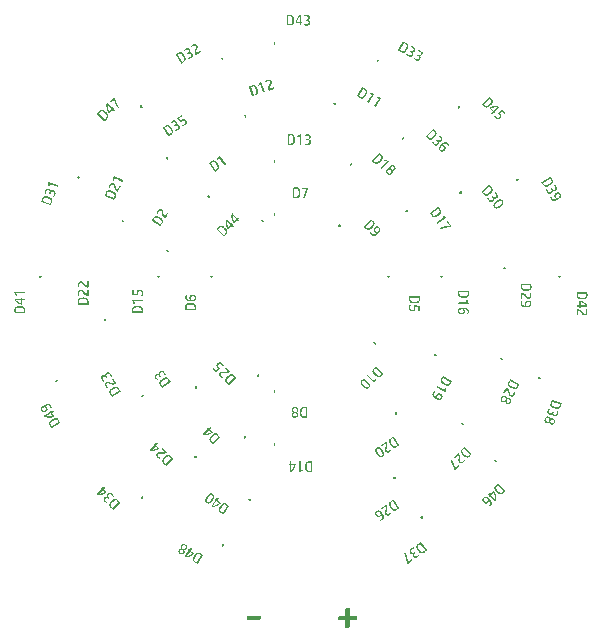
<source format=gbr>
%TF.GenerationSoftware,Altium Limited,Altium Designer,21.4.1 (30)*%
G04 Layer_Color=65535*
%FSLAX42Y42*%
%MOMM*%
%TF.SameCoordinates,A5F8CCB8-1AD9-4863-A32E-EE0D6D21C85A*%
%TF.FilePolarity,Positive*%
%TF.FileFunction,Legend,Top*%
%TF.Part,Single*%
G01*
G75*
%TA.AperFunction,NonConductor*%
%ADD52C,0.20*%
G36*
X-335Y-2675D02*
X-335Y-2679D01*
X-336Y-2681D01*
X-338Y-2683D01*
X-340Y-2683D01*
X-341Y-2684D01*
X-343Y-2685D01*
X-450D01*
Y-2659D01*
X-450Y-2656D01*
X-449Y-2654D01*
X-447Y-2652D01*
X-445Y-2651D01*
X-442Y-2650D01*
X-335D01*
Y-2675D01*
D02*
G37*
G36*
X415Y-2655D02*
X475D01*
Y-2678D01*
X475Y-2681D01*
X474Y-2684D01*
X472Y-2685D01*
X471Y-2686D01*
X467Y-2688D01*
X415D01*
Y-2743D01*
X414Y-2746D01*
X414Y-2749D01*
X412Y-2750D01*
X411Y-2751D01*
X409Y-2752D01*
X407Y-2753D01*
X380D01*
Y-2688D01*
X320D01*
Y-2664D01*
X320Y-2661D01*
X321Y-2659D01*
X323Y-2657D01*
X325Y-2656D01*
X328Y-2655D01*
X380D01*
Y-2599D01*
X381Y-2596D01*
X382Y-2594D01*
X383Y-2592D01*
X385Y-2591D01*
X388Y-2590D01*
X415D01*
Y-2655D01*
D02*
G37*
G36*
X-2135Y-857D02*
X-2135Y-857D01*
X-2134Y-858D01*
X-2132Y-858D01*
X-2131Y-858D01*
X-2129Y-859D01*
X-2127Y-860D01*
X-2125Y-861D01*
X-2123Y-862D01*
X-2123Y-862D01*
X-2122Y-863D01*
X-2121Y-864D01*
X-2120Y-865D01*
X-2119Y-867D01*
X-2117Y-869D01*
X-2116Y-871D01*
X-2114Y-873D01*
X-2113Y-875D01*
X-2113Y-876D01*
X-2112Y-877D01*
X-2112Y-879D01*
X-2110Y-882D01*
X-2110Y-882D01*
X-2110Y-883D01*
X-2110Y-883D01*
X-2109Y-884D01*
X-2108Y-887D01*
X-2108Y-888D01*
X-2108Y-889D01*
X-2108Y-889D01*
X-2108Y-889D01*
X-2108Y-890D01*
X-2108Y-891D01*
X-2108Y-892D01*
X-2108Y-892D01*
X-2108Y-892D01*
X-2109Y-893D01*
X-2109Y-893D01*
X-2110Y-894D01*
X-2115Y-897D01*
X-2115Y-896D01*
X-2115Y-896D01*
X-2116Y-895D01*
X-2116Y-894D01*
X-2117Y-893D01*
X-2117Y-891D01*
X-2118Y-889D01*
X-2119Y-888D01*
X-2119Y-888D01*
X-2120Y-885D01*
X-2121Y-884D01*
X-2123Y-880D01*
X-2124Y-879D01*
X-2124Y-878D01*
X-2125Y-877D01*
X-2126Y-876D01*
X-2127Y-874D01*
X-2128Y-873D01*
X-2129Y-873D01*
X-2129Y-873D01*
X-2130Y-872D01*
X-2131Y-872D01*
X-2132Y-871D01*
X-2133Y-871D01*
X-2135Y-870D01*
X-2136Y-870D01*
X-2136Y-870D01*
X-2137Y-870D01*
X-2138Y-870D01*
X-2139Y-870D01*
X-2140Y-870D01*
X-2142Y-870D01*
X-2144Y-870D01*
X-2146Y-871D01*
X-2146Y-871D01*
X-2147Y-871D01*
X-2148Y-872D01*
X-2150Y-872D01*
X-2152Y-873D01*
X-2154Y-874D01*
X-2156Y-876D01*
X-2159Y-877D01*
X-2159Y-877D01*
X-2159Y-877D01*
X-2158Y-878D01*
X-2157Y-878D01*
X-2156Y-879D01*
X-2155Y-880D01*
X-2153Y-881D01*
X-2152Y-882D01*
X-2152Y-882D01*
X-2151Y-882D01*
X-2151Y-883D01*
X-2150Y-884D01*
X-2149Y-885D01*
X-2148Y-887D01*
X-2146Y-889D01*
X-2145Y-891D01*
X-2145Y-892D01*
X-2144Y-892D01*
X-2144Y-893D01*
X-2143Y-894D01*
X-2143Y-897D01*
X-2142Y-900D01*
X-2141Y-903D01*
X-2141Y-906D01*
X-2141Y-908D01*
X-2142Y-910D01*
X-2142Y-910D01*
X-2142Y-910D01*
X-2142Y-910D01*
X-2142Y-911D01*
X-2143Y-912D01*
X-2143Y-913D01*
X-2144Y-914D01*
X-2145Y-915D01*
X-2146Y-916D01*
X-2146Y-917D01*
X-2148Y-919D01*
X-2149Y-920D01*
X-2151Y-921D01*
X-2152Y-922D01*
X-2154Y-924D01*
X-2156Y-925D01*
X-2156Y-925D01*
X-2156Y-925D01*
X-2157Y-926D01*
X-2158Y-926D01*
X-2160Y-927D01*
X-2161Y-928D01*
X-2163Y-928D01*
X-2167Y-930D01*
X-2167Y-930D01*
X-2168Y-930D01*
X-2169Y-930D01*
X-2170Y-930D01*
X-2172Y-930D01*
X-2174Y-930D01*
X-2175Y-930D01*
X-2177Y-930D01*
X-2177Y-930D01*
X-2178Y-930D01*
X-2179Y-929D01*
X-2180Y-929D01*
X-2182Y-928D01*
X-2183Y-928D01*
X-2185Y-927D01*
X-2186Y-926D01*
X-2187Y-925D01*
X-2187Y-925D01*
X-2188Y-924D01*
X-2189Y-923D01*
X-2190Y-922D01*
X-2192Y-920D01*
X-2193Y-918D01*
X-2195Y-916D01*
X-2195Y-915D01*
X-2196Y-913D01*
X-2197Y-912D01*
X-2197Y-910D01*
X-2198Y-907D01*
X-2199Y-905D01*
X-2199Y-903D01*
X-2199Y-902D01*
X-2199Y-902D01*
X-2199Y-900D01*
X-2199Y-899D01*
X-2198Y-897D01*
X-2198Y-895D01*
X-2197Y-893D01*
X-2196Y-891D01*
X-2196Y-891D01*
X-2196Y-890D01*
X-2195Y-889D01*
X-2194Y-887D01*
X-2193Y-886D01*
X-2191Y-884D01*
X-2189Y-882D01*
X-2187Y-880D01*
X-2187Y-880D01*
X-2187Y-880D01*
X-2186Y-879D01*
X-2186Y-879D01*
X-2185Y-879D01*
X-2185Y-878D01*
X-2183Y-877D01*
X-2181Y-875D01*
X-2178Y-873D01*
X-2175Y-871D01*
X-2172Y-869D01*
X-2171Y-869D01*
X-2171Y-869D01*
X-2170Y-869D01*
X-2170Y-868D01*
X-2169Y-868D01*
X-2167Y-867D01*
X-2166Y-866D01*
X-2164Y-866D01*
X-2161Y-864D01*
X-2158Y-862D01*
X-2154Y-861D01*
X-2151Y-860D01*
X-2151Y-860D01*
X-2150Y-860D01*
X-2150Y-859D01*
X-2149Y-859D01*
X-2147Y-859D01*
X-2145Y-858D01*
X-2143Y-858D01*
X-2140Y-857D01*
X-2138Y-857D01*
X-2135Y-857D01*
D02*
G37*
G36*
X-2088Y-921D02*
X-2088Y-922D01*
X-2088Y-922D01*
X-2088Y-923D01*
X-2089Y-924D01*
X-2090Y-924D01*
X-2106Y-934D01*
X-2088Y-964D01*
X-2088Y-965D01*
X-2088Y-966D01*
X-2088Y-966D01*
X-2089Y-967D01*
X-2090Y-968D01*
X-2096Y-972D01*
X-2097Y-972D01*
X-2097Y-972D01*
X-2097Y-972D01*
X-2098Y-972D01*
X-2099Y-972D01*
X-2101Y-973D01*
X-2103Y-973D01*
X-2106Y-974D01*
X-2109Y-974D01*
X-2112Y-974D01*
X-2112Y-974D01*
X-2112Y-974D01*
X-2113Y-975D01*
X-2113Y-975D01*
X-2115Y-975D01*
X-2117Y-975D01*
X-2120Y-975D01*
X-2123Y-975D01*
X-2126Y-975D01*
X-2129Y-975D01*
X-2129Y-975D01*
X-2129Y-975D01*
X-2130Y-975D01*
X-2130Y-975D01*
X-2132Y-975D01*
X-2134Y-975D01*
X-2137Y-974D01*
X-2140Y-974D01*
X-2143Y-974D01*
X-2146Y-973D01*
X-2146Y-973D01*
X-2146Y-973D01*
X-2147Y-973D01*
X-2149Y-973D01*
X-2151Y-972D01*
X-2153Y-972D01*
X-2156Y-971D01*
X-2159Y-970D01*
X-2161Y-969D01*
X-2168Y-958D01*
X-2168Y-957D01*
X-2168Y-957D01*
X-2168Y-956D01*
X-2168Y-955D01*
X-2167Y-955D01*
X-2167Y-954D01*
X-2121Y-928D01*
X-2124Y-923D01*
X-2124Y-923D01*
X-2124Y-922D01*
X-2124Y-922D01*
X-2124Y-921D01*
X-2124Y-920D01*
X-2123Y-919D01*
X-2116Y-916D01*
X-2112Y-923D01*
X-2093Y-912D01*
X-2088Y-921D01*
D02*
G37*
G36*
X-2067Y-978D02*
X-2066Y-978D01*
X-2066Y-978D01*
X-2064Y-979D01*
X-2063Y-979D01*
X-2061Y-980D01*
X-2059Y-981D01*
X-2057Y-982D01*
X-2055Y-984D01*
X-2054Y-984D01*
X-2054Y-984D01*
X-2053Y-985D01*
X-2052Y-987D01*
X-2050Y-989D01*
X-2048Y-991D01*
X-2047Y-993D01*
X-2045Y-996D01*
X-2033Y-1017D01*
X-2033Y-1018D01*
X-2033Y-1019D01*
X-2033Y-1020D01*
X-2033Y-1020D01*
X-2034Y-1021D01*
X-2108Y-1063D01*
X-2108Y-1063D01*
X-2108Y-1063D01*
X-2108Y-1062D01*
X-2109Y-1062D01*
X-2109Y-1061D01*
X-2110Y-1060D01*
X-2111Y-1058D01*
X-2112Y-1058D01*
X-2112Y-1058D01*
X-2112Y-1057D01*
X-2113Y-1057D01*
X-2113Y-1056D01*
X-2114Y-1055D01*
X-2116Y-1053D01*
X-2116Y-1052D01*
X-2116Y-1052D01*
X-2116Y-1051D01*
X-2117Y-1051D01*
X-2117Y-1050D01*
X-2118Y-1049D01*
X-2120Y-1047D01*
X-2120Y-1046D01*
X-2120Y-1046D01*
X-2121Y-1045D01*
X-2122Y-1044D01*
X-2124Y-1039D01*
X-2125Y-1039D01*
X-2125Y-1037D01*
X-2126Y-1034D01*
X-2127Y-1032D01*
X-2128Y-1029D01*
X-2129Y-1027D01*
X-2129Y-1026D01*
X-2129Y-1026D01*
X-2129Y-1025D01*
X-2129Y-1024D01*
X-2129Y-1022D01*
X-2129Y-1020D01*
X-2129Y-1018D01*
X-2128Y-1016D01*
X-2128Y-1013D01*
X-2127Y-1013D01*
X-2127Y-1012D01*
X-2127Y-1011D01*
X-2126Y-1010D01*
X-2124Y-1008D01*
X-2123Y-1006D01*
X-2121Y-1003D01*
X-2119Y-1001D01*
X-2119Y-1001D01*
X-2118Y-1001D01*
X-2118Y-1000D01*
X-2117Y-1000D01*
X-2117Y-999D01*
X-2116Y-999D01*
X-2115Y-998D01*
X-2114Y-997D01*
X-2113Y-996D01*
X-2112Y-995D01*
X-2109Y-993D01*
X-2105Y-991D01*
X-2101Y-989D01*
X-2101Y-989D01*
X-2101Y-988D01*
X-2100Y-988D01*
X-2100Y-988D01*
X-2099Y-987D01*
X-2097Y-987D01*
X-2096Y-986D01*
X-2095Y-985D01*
X-2092Y-984D01*
X-2089Y-982D01*
X-2085Y-981D01*
X-2082Y-980D01*
X-2082Y-980D01*
X-2082Y-980D01*
X-2081Y-979D01*
X-2080Y-979D01*
X-2079Y-979D01*
X-2077Y-979D01*
X-2075Y-978D01*
X-2072Y-978D01*
X-2069Y-978D01*
X-2067Y-978D01*
D02*
G37*
G36*
X-993Y-2044D02*
X-992Y-2044D01*
X-991Y-2044D01*
X-990Y-2044D01*
X-988Y-2044D01*
X-986Y-2044D01*
X-985Y-2045D01*
X-983Y-2046D01*
X-981Y-2046D01*
X-979Y-2047D01*
X-977Y-2048D01*
X-974Y-2049D01*
X-973Y-2050D01*
X-972Y-2051D01*
X-971Y-2051D01*
X-970Y-2052D01*
X-969Y-2053D01*
X-968Y-2054D01*
X-965Y-2056D01*
X-963Y-2059D01*
X-960Y-2062D01*
X-960Y-2064D01*
X-959Y-2065D01*
X-959Y-2066D01*
X-959Y-2066D01*
X-958Y-2066D01*
X-958Y-2067D01*
X-958Y-2068D01*
X-958Y-2069D01*
X-958Y-2070D01*
X-958Y-2071D01*
X-958Y-2073D01*
X-958Y-2074D01*
X-958Y-2076D01*
X-959Y-2078D01*
X-959Y-2080D01*
X-960Y-2082D01*
X-961Y-2084D01*
X-962Y-2086D01*
X-962Y-2086D01*
X-962Y-2086D01*
X-962Y-2087D01*
X-963Y-2088D01*
X-964Y-2089D01*
X-966Y-2091D01*
X-967Y-2092D01*
X-969Y-2094D01*
X-971Y-2095D01*
X-971Y-2096D01*
X-972Y-2096D01*
X-973Y-2097D01*
X-974Y-2097D01*
X-976Y-2098D01*
X-979Y-2098D01*
X-981Y-2098D01*
X-984Y-2098D01*
X-984Y-2098D01*
X-984Y-2099D01*
X-983Y-2100D01*
X-983Y-2102D01*
X-982Y-2103D01*
X-981Y-2105D01*
X-981Y-2107D01*
X-981Y-2109D01*
X-981Y-2110D01*
X-981Y-2110D01*
X-982Y-2112D01*
X-982Y-2113D01*
X-982Y-2115D01*
X-983Y-2117D01*
X-984Y-2119D01*
X-985Y-2121D01*
X-985Y-2121D01*
X-985Y-2121D01*
X-985Y-2122D01*
X-986Y-2122D01*
X-986Y-2123D01*
X-987Y-2124D01*
X-989Y-2126D01*
X-991Y-2128D01*
X-993Y-2130D01*
X-996Y-2132D01*
X-998Y-2132D01*
X-999Y-2133D01*
X-1000Y-2133D01*
X-1000Y-2133D01*
X-1000Y-2133D01*
X-1001Y-2133D01*
X-1002Y-2133D01*
X-1003Y-2133D01*
X-1004Y-2133D01*
X-1005Y-2133D01*
X-1007Y-2133D01*
X-1008Y-2133D01*
X-1010Y-2132D01*
X-1012Y-2132D01*
X-1014Y-2131D01*
X-1015Y-2130D01*
X-1018Y-2129D01*
X-1021Y-2127D01*
X-1022Y-2127D01*
X-1023Y-2126D01*
X-1023Y-2126D01*
X-1026Y-2124D01*
X-1028Y-2122D01*
X-1031Y-2119D01*
X-1032Y-2116D01*
X-1033Y-2114D01*
X-1034Y-2113D01*
X-1034Y-2113D01*
X-1034Y-2112D01*
X-1034Y-2111D01*
X-1034Y-2110D01*
X-1034Y-2107D01*
X-1034Y-2105D01*
X-1034Y-2101D01*
X-1033Y-2098D01*
X-1032Y-2096D01*
X-1031Y-2094D01*
X-1031Y-2094D01*
X-1030Y-2093D01*
X-1030Y-2092D01*
X-1029Y-2091D01*
X-1028Y-2090D01*
X-1026Y-2088D01*
X-1025Y-2087D01*
X-1023Y-2085D01*
X-1022Y-2085D01*
X-1022Y-2085D01*
X-1021Y-2084D01*
X-1020Y-2084D01*
X-1018Y-2083D01*
X-1016Y-2083D01*
X-1014Y-2082D01*
X-1011Y-2082D01*
X-1011Y-2082D01*
X-1012Y-2082D01*
X-1012Y-2081D01*
X-1013Y-2080D01*
X-1014Y-2078D01*
X-1015Y-2076D01*
X-1015Y-2074D01*
X-1016Y-2072D01*
X-1016Y-2070D01*
X-1016Y-2069D01*
X-1016Y-2068D01*
X-1016Y-2067D01*
X-1015Y-2066D01*
X-1015Y-2064D01*
X-1014Y-2061D01*
X-1013Y-2059D01*
X-1012Y-2057D01*
X-1012Y-2057D01*
X-1012Y-2056D01*
X-1011Y-2056D01*
X-1011Y-2055D01*
X-1010Y-2054D01*
X-1009Y-2053D01*
X-1008Y-2051D01*
X-1005Y-2049D01*
X-1002Y-2047D01*
X-1001Y-2046D01*
X-999Y-2045D01*
X-998Y-2044D01*
X-996Y-2044D01*
X-996Y-2044D01*
X-995Y-2044D01*
X-995Y-2044D01*
X-994Y-2044D01*
X-993Y-2044D01*
D02*
G37*
G36*
X-924Y-2080D02*
X-924Y-2081D01*
X-923Y-2081D01*
X-923Y-2082D01*
X-923Y-2083D01*
X-923Y-2084D01*
X-933Y-2100D01*
X-902Y-2117D01*
X-902Y-2118D01*
X-901Y-2119D01*
X-901Y-2120D01*
X-901Y-2120D01*
X-902Y-2121D01*
X-906Y-2128D01*
X-906Y-2128D01*
X-906Y-2128D01*
X-906Y-2129D01*
X-907Y-2129D01*
X-908Y-2130D01*
X-909Y-2131D01*
X-911Y-2133D01*
X-913Y-2134D01*
X-915Y-2136D01*
X-918Y-2138D01*
X-918Y-2138D01*
X-918Y-2138D01*
X-918Y-2139D01*
X-919Y-2139D01*
X-920Y-2140D01*
X-922Y-2141D01*
X-924Y-2143D01*
X-927Y-2144D01*
X-929Y-2146D01*
X-932Y-2147D01*
X-932Y-2147D01*
X-932Y-2147D01*
X-933Y-2148D01*
X-934Y-2148D01*
X-935Y-2149D01*
X-937Y-2149D01*
X-939Y-2151D01*
X-942Y-2152D01*
X-945Y-2153D01*
X-948Y-2154D01*
X-948Y-2154D01*
X-948Y-2154D01*
X-949Y-2155D01*
X-951Y-2155D01*
X-953Y-2156D01*
X-955Y-2156D01*
X-958Y-2157D01*
X-960Y-2158D01*
X-963Y-2158D01*
X-974Y-2152D01*
X-975Y-2152D01*
X-975Y-2151D01*
X-975Y-2150D01*
X-976Y-2150D01*
X-976Y-2149D01*
X-975Y-2148D01*
X-949Y-2103D01*
X-954Y-2100D01*
X-954Y-2100D01*
X-954Y-2099D01*
X-955Y-2099D01*
X-955Y-2098D01*
X-955Y-2097D01*
X-954Y-2096D01*
X-951Y-2090D01*
X-944Y-2094D01*
X-933Y-2075D01*
X-924Y-2080D01*
D02*
G37*
G36*
X-866Y-2117D02*
X-864Y-2118D01*
X-863Y-2118D01*
X-862Y-2118D01*
X-861Y-2118D01*
X-859Y-2119D01*
X-857Y-2119D01*
X-855Y-2121D01*
X-852Y-2122D01*
X-849Y-2123D01*
X-828Y-2136D01*
X-827Y-2136D01*
X-827Y-2137D01*
X-826Y-2138D01*
X-827Y-2138D01*
X-827Y-2139D01*
X-869Y-2213D01*
X-870Y-2213D01*
X-870Y-2213D01*
X-871Y-2213D01*
X-871Y-2212D01*
X-872Y-2212D01*
X-873Y-2212D01*
X-875Y-2211D01*
X-876Y-2211D01*
X-876Y-2210D01*
X-877Y-2210D01*
X-877Y-2210D01*
X-878Y-2209D01*
X-879Y-2209D01*
X-882Y-2208D01*
X-882Y-2208D01*
X-882Y-2208D01*
X-883Y-2207D01*
X-884Y-2207D01*
X-885Y-2206D01*
X-886Y-2206D01*
X-888Y-2205D01*
X-889Y-2205D01*
X-889Y-2204D01*
X-890Y-2204D01*
X-892Y-2203D01*
X-896Y-2201D01*
X-897Y-2200D01*
X-898Y-2199D01*
X-900Y-2197D01*
X-902Y-2196D01*
X-904Y-2194D01*
X-906Y-2192D01*
X-906Y-2192D01*
X-906Y-2192D01*
X-907Y-2191D01*
X-908Y-2190D01*
X-909Y-2188D01*
X-910Y-2187D01*
X-911Y-2185D01*
X-911Y-2182D01*
X-912Y-2180D01*
X-912Y-2179D01*
X-912Y-2179D01*
X-912Y-2177D01*
X-912Y-2175D01*
X-912Y-2173D01*
X-912Y-2171D01*
X-911Y-2168D01*
X-910Y-2165D01*
X-910Y-2164D01*
X-910Y-2164D01*
X-910Y-2164D01*
X-910Y-2163D01*
X-910Y-2162D01*
X-909Y-2161D01*
X-909Y-2160D01*
X-908Y-2159D01*
X-908Y-2158D01*
X-907Y-2156D01*
X-906Y-2153D01*
X-904Y-2149D01*
X-901Y-2145D01*
X-901Y-2145D01*
X-901Y-2145D01*
X-901Y-2144D01*
X-900Y-2143D01*
X-900Y-2142D01*
X-899Y-2141D01*
X-898Y-2140D01*
X-898Y-2139D01*
X-896Y-2136D01*
X-894Y-2133D01*
X-891Y-2130D01*
X-889Y-2128D01*
X-889Y-2128D01*
X-889Y-2128D01*
X-889Y-2127D01*
X-888Y-2127D01*
X-887Y-2126D01*
X-885Y-2124D01*
X-883Y-2123D01*
X-881Y-2121D01*
X-879Y-2120D01*
X-877Y-2119D01*
X-876Y-2119D01*
X-876Y-2118D01*
X-874Y-2118D01*
X-873Y-2118D01*
X-871Y-2117D01*
X-868Y-2117D01*
X-866Y-2117D01*
D02*
G37*
G36*
X-1579Y1738D02*
X-1578Y1738D01*
X-1573Y1733D01*
X-1573Y1732D01*
X-1572Y1732D01*
X-1572Y1731D01*
X-1571Y1729D01*
X-1571Y1727D01*
X-1570Y1725D01*
X-1569Y1722D01*
X-1568Y1720D01*
X-1567Y1717D01*
X-1566Y1714D01*
X-1565Y1710D01*
X-1563Y1707D01*
X-1560Y1700D01*
X-1557Y1693D01*
Y1693D01*
X-1557Y1692D01*
X-1556Y1691D01*
X-1556Y1690D01*
X-1555Y1688D01*
X-1554Y1686D01*
X-1553Y1684D01*
X-1552Y1682D01*
X-1550Y1679D01*
X-1549Y1676D01*
X-1547Y1674D01*
X-1545Y1671D01*
X-1542Y1665D01*
X-1538Y1658D01*
X-1545Y1651D01*
X-1545Y1651D01*
X-1546Y1651D01*
X-1547Y1651D01*
X-1547D01*
X-1548Y1651D01*
X-1549Y1652D01*
X-1549Y1652D01*
X-1550Y1652D01*
X-1550Y1653D01*
X-1551Y1654D01*
X-1551Y1655D01*
X-1552Y1656D01*
X-1553Y1657D01*
X-1554Y1659D01*
X-1554Y1659D01*
Y1660D01*
X-1555Y1660D01*
X-1555Y1660D01*
X-1556Y1662D01*
X-1557Y1664D01*
X-1558Y1666D01*
X-1559Y1669D01*
X-1561Y1671D01*
X-1562Y1675D01*
X-1562Y1675D01*
X-1562Y1675D01*
X-1563Y1675D01*
X-1563Y1676D01*
X-1563Y1677D01*
X-1564Y1678D01*
X-1565Y1680D01*
X-1566Y1682D01*
X-1567Y1685D01*
X-1568Y1688D01*
X-1570Y1691D01*
X-1570Y1691D01*
X-1570Y1692D01*
X-1570Y1692D01*
X-1570Y1693D01*
X-1571Y1694D01*
X-1572Y1696D01*
X-1573Y1699D01*
X-1574Y1702D01*
X-1575Y1705D01*
X-1576Y1708D01*
X-1576Y1708D01*
Y1708D01*
X-1577Y1708D01*
X-1577Y1709D01*
X-1577Y1711D01*
X-1578Y1713D01*
X-1579Y1715D01*
X-1580Y1717D01*
X-1581Y1720D01*
X-1581Y1722D01*
X-1607Y1696D01*
X-1609Y1696D01*
X-1609Y1696D01*
X-1610Y1696D01*
X-1611Y1696D01*
X-1611Y1697D01*
X-1617Y1702D01*
X-1582Y1738D01*
X-1582Y1738D01*
X-1581Y1738D01*
X-1580Y1739D01*
X-1579D01*
X-1579Y1738D01*
D02*
G37*
G36*
X-1631Y1686D02*
X-1630Y1686D01*
X-1593Y1649D01*
X-1589Y1652D01*
X-1589Y1653D01*
X-1588Y1653D01*
X-1588Y1653D01*
X-1587D01*
X-1586Y1653D01*
X-1585Y1652D01*
X-1580Y1647D01*
X-1586Y1641D01*
X-1570Y1626D01*
X-1577Y1619D01*
X-1578Y1618D01*
X-1579Y1618D01*
X-1580Y1618D01*
X-1580Y1618D01*
X-1581Y1619D01*
X-1595Y1632D01*
X-1619Y1607D01*
X-1620Y1607D01*
X-1621Y1607D01*
X-1622Y1607D01*
X-1622Y1607D01*
X-1623Y1608D01*
X-1629Y1613D01*
X-1629Y1613D01*
Y1614D01*
X-1629Y1614D01*
X-1629Y1614D01*
X-1630Y1616D01*
X-1631Y1617D01*
X-1632Y1620D01*
X-1633Y1622D01*
X-1634Y1625D01*
X-1635Y1627D01*
X-1636Y1628D01*
Y1628D01*
X-1636Y1628D01*
X-1636Y1629D01*
X-1636Y1630D01*
X-1637Y1633D01*
X-1638Y1635D01*
X-1639Y1638D01*
X-1640Y1641D01*
X-1640Y1644D01*
X-1640Y1644D01*
Y1644D01*
X-1640Y1645D01*
X-1641Y1645D01*
X-1641Y1647D01*
X-1641Y1649D01*
X-1642Y1652D01*
X-1642Y1654D01*
X-1643Y1657D01*
X-1643Y1660D01*
X-1643Y1661D01*
X-1643Y1661D01*
X-1643Y1662D01*
Y1664D01*
X-1643Y1666D01*
X-1643Y1668D01*
X-1643Y1671D01*
Y1674D01*
X-1643Y1677D01*
X-1634Y1686D01*
X-1634Y1686D01*
X-1633Y1686D01*
X-1632Y1686D01*
X-1631D01*
X-1631Y1686D01*
D02*
G37*
G36*
X-1677Y1633D02*
X-1677Y1632D01*
X-1676Y1632D01*
X-1675Y1632D01*
X-1673Y1632D01*
X-1671Y1631D01*
X-1668Y1630D01*
X-1666Y1629D01*
X-1663Y1627D01*
X-1663Y1627D01*
X-1662Y1627D01*
X-1662Y1627D01*
X-1661Y1626D01*
X-1661Y1626D01*
X-1660Y1625D01*
X-1659Y1625D01*
X-1658Y1624D01*
X-1657Y1623D01*
X-1655Y1622D01*
X-1653Y1620D01*
X-1650Y1617D01*
X-1646Y1614D01*
X-1646Y1614D01*
X-1646Y1613D01*
X-1646Y1613D01*
X-1645Y1612D01*
X-1644Y1611D01*
X-1643Y1610D01*
X-1642Y1609D01*
X-1641Y1608D01*
X-1639Y1606D01*
X-1637Y1603D01*
X-1635Y1600D01*
X-1633Y1597D01*
X-1633Y1597D01*
X-1633Y1597D01*
X-1632Y1596D01*
X-1632Y1596D01*
X-1631Y1594D01*
X-1630Y1593D01*
X-1630Y1590D01*
X-1629Y1588D01*
X-1628Y1585D01*
X-1627Y1583D01*
X-1627Y1582D01*
Y1582D01*
Y1580D01*
X-1627Y1579D01*
X-1628Y1577D01*
X-1628Y1575D01*
X-1629Y1572D01*
X-1630Y1570D01*
X-1630Y1570D01*
X-1630Y1569D01*
X-1631Y1568D01*
X-1632Y1566D01*
X-1633Y1564D01*
X-1635Y1562D01*
X-1637Y1560D01*
X-1639Y1557D01*
X-1656Y1540D01*
X-1657Y1540D01*
X-1658Y1539D01*
X-1658Y1539D01*
X-1659Y1540D01*
X-1660Y1540D01*
X-1720Y1600D01*
X-1720Y1600D01*
X-1720Y1601D01*
X-1719Y1601D01*
X-1719Y1602D01*
X-1718Y1603D01*
X-1718Y1603D01*
X-1716Y1605D01*
X-1716Y1605D01*
X-1716Y1606D01*
X-1715Y1606D01*
X-1715Y1607D01*
X-1714Y1608D01*
X-1714Y1609D01*
X-1712Y1611D01*
X-1712Y1611D01*
X-1712Y1611D01*
X-1711Y1612D01*
X-1711Y1613D01*
X-1710Y1613D01*
X-1709Y1614D01*
X-1707Y1616D01*
X-1707Y1617D01*
X-1707Y1617D01*
X-1706Y1618D01*
X-1705Y1619D01*
X-1701Y1623D01*
X-1701Y1623D01*
X-1699Y1624D01*
X-1697Y1626D01*
X-1695Y1628D01*
X-1693Y1629D01*
X-1690Y1630D01*
X-1690Y1630D01*
X-1690D01*
X-1689Y1631D01*
X-1688Y1631D01*
X-1686Y1632D01*
X-1684Y1632D01*
X-1682Y1633D01*
X-1680Y1633D01*
X-1677Y1633D01*
D02*
G37*
G36*
X1673Y-1531D02*
X1674Y-1532D01*
X1734Y-1592D01*
X1734Y-1592D01*
X1734Y-1593D01*
X1734Y-1593D01*
X1733Y-1594D01*
X1733Y-1594D01*
X1732Y-1595D01*
X1730Y-1597D01*
X1730Y-1597D01*
X1730Y-1598D01*
X1730Y-1598D01*
X1729Y-1599D01*
X1729Y-1600D01*
X1728Y-1601D01*
X1726Y-1603D01*
X1726Y-1603D01*
X1726Y-1603D01*
X1725Y-1604D01*
X1725Y-1604D01*
X1724Y-1605D01*
X1723Y-1606D01*
X1722Y-1608D01*
X1721Y-1608D01*
X1721Y-1609D01*
X1720Y-1610D01*
X1719Y-1611D01*
X1716Y-1614D01*
X1715Y-1615D01*
X1713Y-1616D01*
X1711Y-1618D01*
X1709Y-1619D01*
X1707Y-1621D01*
X1704Y-1622D01*
X1704Y-1622D01*
X1704D01*
X1703Y-1623D01*
X1702Y-1623D01*
X1700Y-1624D01*
X1698Y-1624D01*
X1696Y-1624D01*
X1694Y-1625D01*
X1691Y-1624D01*
X1691Y-1624D01*
X1690Y-1624D01*
X1689Y-1624D01*
X1687Y-1624D01*
X1685Y-1623D01*
X1682Y-1622D01*
X1680Y-1621D01*
X1677Y-1619D01*
X1677Y-1619D01*
X1677Y-1619D01*
X1676Y-1619D01*
X1676Y-1618D01*
X1675Y-1618D01*
X1674Y-1617D01*
X1673Y-1616D01*
X1672Y-1616D01*
X1671Y-1615D01*
X1670Y-1614D01*
X1667Y-1611D01*
X1664Y-1609D01*
X1661Y-1605D01*
X1660Y-1605D01*
X1660Y-1605D01*
X1660Y-1605D01*
X1659Y-1604D01*
X1658Y-1603D01*
X1658Y-1602D01*
X1657Y-1601D01*
X1656Y-1600D01*
X1653Y-1598D01*
X1651Y-1595D01*
X1649Y-1592D01*
X1647Y-1589D01*
X1647Y-1589D01*
X1647Y-1589D01*
X1646Y-1588D01*
X1646Y-1588D01*
X1645Y-1586D01*
X1645Y-1584D01*
X1644Y-1582D01*
X1643Y-1580D01*
X1642Y-1577D01*
X1642Y-1575D01*
X1641Y-1574D01*
Y-1574D01*
Y-1572D01*
X1642Y-1571D01*
X1642Y-1569D01*
X1642Y-1566D01*
X1643Y-1564D01*
X1644Y-1562D01*
X1644Y-1561D01*
X1644Y-1561D01*
X1645Y-1559D01*
X1646Y-1558D01*
X1647Y-1556D01*
X1649Y-1554D01*
X1651Y-1551D01*
X1653Y-1549D01*
X1670Y-1532D01*
X1671Y-1531D01*
X1672Y-1531D01*
X1673Y-1531D01*
X1673Y-1531D01*
D02*
G37*
G36*
X1637Y-1599D02*
X1637Y-1599D01*
X1643Y-1605D01*
X1643Y-1605D01*
Y-1605D01*
X1643Y-1606D01*
X1644Y-1606D01*
X1644Y-1608D01*
X1645Y-1609D01*
X1646Y-1611D01*
X1647Y-1614D01*
X1648Y-1617D01*
X1650Y-1619D01*
X1650Y-1619D01*
Y-1620D01*
X1650Y-1620D01*
X1650Y-1621D01*
X1651Y-1622D01*
X1651Y-1624D01*
X1652Y-1627D01*
X1653Y-1630D01*
X1654Y-1633D01*
X1654Y-1636D01*
X1655Y-1636D01*
Y-1636D01*
X1655Y-1636D01*
X1655Y-1637D01*
X1655Y-1639D01*
X1655Y-1641D01*
X1656Y-1643D01*
X1656Y-1646D01*
X1657Y-1649D01*
X1657Y-1652D01*
X1657Y-1652D01*
X1657Y-1653D01*
X1657Y-1654D01*
Y-1655D01*
X1657Y-1658D01*
X1658Y-1660D01*
X1657Y-1663D01*
Y-1666D01*
X1657Y-1669D01*
X1648Y-1678D01*
X1648Y-1678D01*
X1647Y-1678D01*
X1646Y-1678D01*
X1646D01*
X1645Y-1678D01*
X1644Y-1677D01*
X1607Y-1640D01*
X1603Y-1644D01*
X1603Y-1645D01*
X1602Y-1645D01*
X1602Y-1645D01*
X1601D01*
X1600Y-1645D01*
X1599Y-1644D01*
X1594Y-1639D01*
X1600Y-1633D01*
X1584Y-1618D01*
X1592Y-1611D01*
X1593Y-1610D01*
X1593Y-1610D01*
X1594Y-1610D01*
X1595Y-1610D01*
X1595Y-1611D01*
X1609Y-1624D01*
X1633Y-1599D01*
X1634Y-1599D01*
X1635Y-1599D01*
X1636Y-1599D01*
X1637Y-1599D01*
D02*
G37*
G36*
X1567Y-1643D02*
X1569Y-1643D01*
X1572Y-1644D01*
X1572Y-1644D01*
X1573Y-1644D01*
X1574Y-1644D01*
X1576Y-1645D01*
X1578Y-1646D01*
X1580Y-1647D01*
X1582Y-1648D01*
X1585Y-1650D01*
X1585Y-1650D01*
X1585Y-1650D01*
X1586Y-1650D01*
X1586Y-1651D01*
X1587Y-1651D01*
X1587Y-1652D01*
X1589Y-1653D01*
X1591Y-1655D01*
X1594Y-1657D01*
X1596Y-1659D01*
X1599Y-1662D01*
X1599Y-1662D01*
X1599Y-1663D01*
X1600Y-1663D01*
X1601Y-1664D01*
X1601Y-1665D01*
X1602Y-1666D01*
X1603Y-1667D01*
X1604Y-1668D01*
X1607Y-1671D01*
X1609Y-1674D01*
X1612Y-1677D01*
X1614Y-1680D01*
X1614Y-1680D01*
X1614Y-1680D01*
X1614Y-1681D01*
X1614Y-1681D01*
X1615Y-1683D01*
X1616Y-1685D01*
X1617Y-1687D01*
X1618Y-1689D01*
X1619Y-1692D01*
X1620Y-1694D01*
X1620Y-1695D01*
Y-1696D01*
X1620Y-1697D01*
X1620Y-1698D01*
X1620Y-1700D01*
X1620Y-1702D01*
X1619Y-1705D01*
X1618Y-1707D01*
X1618Y-1707D01*
X1618Y-1708D01*
X1617Y-1709D01*
X1617Y-1710D01*
X1615Y-1712D01*
X1614Y-1714D01*
X1613Y-1716D01*
X1611Y-1718D01*
X1609Y-1719D01*
X1608Y-1720D01*
X1608Y-1721D01*
X1606Y-1722D01*
X1604Y-1724D01*
X1604Y-1724D01*
X1603Y-1724D01*
X1602Y-1725D01*
X1601Y-1725D01*
X1599Y-1727D01*
X1598Y-1727D01*
X1597Y-1728D01*
X1597Y-1728D01*
X1597D01*
X1596Y-1728D01*
X1595Y-1728D01*
X1594Y-1728D01*
X1594Y-1728D01*
X1594D01*
X1593Y-1728D01*
X1593Y-1727D01*
X1592Y-1727D01*
X1588Y-1723D01*
X1588Y-1723D01*
X1589Y-1723D01*
X1589Y-1722D01*
X1590Y-1721D01*
X1591Y-1720D01*
X1592Y-1720D01*
X1595Y-1718D01*
X1595Y-1718D01*
X1595Y-1717D01*
X1596Y-1717D01*
X1597Y-1716D01*
X1597Y-1715D01*
X1598Y-1715D01*
X1602Y-1711D01*
X1603Y-1710D01*
X1604Y-1709D01*
X1605Y-1707D01*
X1606Y-1706D01*
X1607Y-1704D01*
X1607Y-1704D01*
X1607Y-1704D01*
X1607Y-1703D01*
X1607Y-1702D01*
X1608Y-1701D01*
X1608Y-1699D01*
Y-1698D01*
X1608Y-1696D01*
Y-1696D01*
X1608Y-1696D01*
X1607Y-1695D01*
X1607Y-1694D01*
X1607Y-1692D01*
X1606Y-1691D01*
X1605Y-1689D01*
X1604Y-1687D01*
X1604Y-1687D01*
X1604Y-1687D01*
X1603Y-1685D01*
X1602Y-1684D01*
X1601Y-1683D01*
X1599Y-1681D01*
X1597Y-1679D01*
X1595Y-1677D01*
Y-1677D01*
X1595Y-1677D01*
X1595Y-1678D01*
X1595Y-1679D01*
X1594Y-1680D01*
X1594Y-1682D01*
X1593Y-1683D01*
X1593Y-1685D01*
Y-1685D01*
X1592Y-1686D01*
X1592Y-1686D01*
X1591Y-1688D01*
X1590Y-1689D01*
X1589Y-1690D01*
X1588Y-1692D01*
X1585Y-1695D01*
X1585Y-1695D01*
X1584Y-1696D01*
X1583Y-1696D01*
X1581Y-1698D01*
X1578Y-1699D01*
X1575Y-1701D01*
X1572Y-1702D01*
X1570Y-1702D01*
X1568D01*
X1568D01*
X1568D01*
X1568Y-1702D01*
X1567Y-1702D01*
X1566Y-1701D01*
X1565Y-1701D01*
X1564Y-1701D01*
X1563Y-1700D01*
X1561Y-1700D01*
X1560Y-1699D01*
X1558Y-1698D01*
X1557Y-1697D01*
X1555Y-1696D01*
X1553Y-1695D01*
X1551Y-1693D01*
X1549Y-1691D01*
X1549Y-1691D01*
X1549Y-1691D01*
X1548Y-1690D01*
X1547Y-1689D01*
X1546Y-1687D01*
X1544Y-1685D01*
X1543Y-1684D01*
X1542Y-1682D01*
X1542Y-1682D01*
X1542Y-1681D01*
X1541Y-1680D01*
X1541Y-1679D01*
X1540Y-1678D01*
X1540Y-1676D01*
X1539Y-1674D01*
X1539Y-1672D01*
Y-1672D01*
Y-1671D01*
Y-1670D01*
Y-1669D01*
X1539Y-1667D01*
X1540Y-1666D01*
X1540Y-1664D01*
X1541Y-1662D01*
X1541Y-1662D01*
X1541Y-1661D01*
X1542Y-1660D01*
X1543Y-1659D01*
X1544Y-1657D01*
X1545Y-1656D01*
X1546Y-1654D01*
X1548Y-1652D01*
X1549Y-1651D01*
X1550Y-1650D01*
X1552Y-1649D01*
X1554Y-1647D01*
X1556Y-1646D01*
X1558Y-1645D01*
X1560Y-1644D01*
X1560Y-1644D01*
X1561Y-1644D01*
X1562Y-1643D01*
X1563Y-1643D01*
X1565Y-1643D01*
X1567D01*
D02*
G37*
G36*
X1666Y1667D02*
X1669D01*
X1672Y1667D01*
X1681Y1658D01*
X1681Y1657D01*
X1681Y1656D01*
X1682Y1656D01*
Y1655D01*
X1681Y1654D01*
X1681Y1653D01*
X1644Y1616D01*
X1647Y1613D01*
X1648Y1612D01*
X1648Y1612D01*
X1648Y1611D01*
Y1610D01*
X1648Y1609D01*
X1647Y1609D01*
X1642Y1603D01*
X1636Y1609D01*
X1621Y1594D01*
X1614Y1601D01*
X1613Y1602D01*
X1613Y1602D01*
X1613Y1603D01*
X1613Y1604D01*
X1614Y1605D01*
X1627Y1618D01*
X1603Y1643D01*
X1602Y1644D01*
X1602Y1644D01*
X1602Y1645D01*
X1602Y1646D01*
X1603Y1647D01*
X1608Y1652D01*
X1608Y1652D01*
X1609D01*
X1609Y1653D01*
X1610Y1653D01*
X1611Y1653D01*
X1613Y1654D01*
X1615Y1655D01*
X1617Y1656D01*
X1620Y1658D01*
X1623Y1659D01*
X1623Y1659D01*
X1623D01*
X1623Y1659D01*
X1624Y1659D01*
X1625Y1660D01*
X1628Y1661D01*
X1630Y1661D01*
X1633Y1662D01*
X1636Y1663D01*
X1639Y1664D01*
X1639Y1664D01*
X1639D01*
X1640Y1664D01*
X1640Y1664D01*
X1642Y1664D01*
X1644Y1665D01*
X1647Y1665D01*
X1649Y1666D01*
X1652Y1666D01*
X1656Y1666D01*
X1656Y1667D01*
X1656Y1666D01*
X1657Y1667D01*
X1659D01*
X1661Y1667D01*
X1663Y1667D01*
X1666Y1667D01*
D02*
G37*
G36*
X1595Y1743D02*
X1596Y1743D01*
X1596Y1743D01*
X1597Y1742D01*
X1598Y1742D01*
X1599Y1741D01*
X1600Y1740D01*
X1601Y1740D01*
X1601Y1739D01*
X1601Y1739D01*
X1602Y1738D01*
X1603Y1738D01*
X1604Y1737D01*
X1606Y1735D01*
X1606Y1735D01*
X1606Y1735D01*
X1607Y1734D01*
X1608Y1734D01*
X1608Y1733D01*
X1609Y1733D01*
X1611Y1731D01*
X1612Y1730D01*
X1612Y1730D01*
X1613Y1730D01*
X1614Y1728D01*
X1618Y1725D01*
X1618Y1724D01*
X1620Y1722D01*
X1621Y1721D01*
X1623Y1718D01*
X1624Y1716D01*
X1625Y1714D01*
X1626Y1714D01*
Y1713D01*
X1626Y1713D01*
X1626Y1711D01*
X1627Y1710D01*
X1627Y1708D01*
X1628Y1706D01*
X1628Y1703D01*
X1628Y1701D01*
X1628Y1700D01*
X1627Y1699D01*
X1627Y1698D01*
X1627Y1696D01*
X1626Y1694D01*
X1625Y1692D01*
X1624Y1689D01*
X1622Y1686D01*
X1622Y1686D01*
X1622Y1686D01*
X1622Y1686D01*
X1621Y1685D01*
X1621Y1684D01*
X1620Y1683D01*
X1620Y1682D01*
X1619Y1681D01*
X1618Y1680D01*
X1617Y1679D01*
X1615Y1676D01*
X1612Y1673D01*
X1609Y1670D01*
X1609Y1670D01*
X1608Y1669D01*
X1608Y1669D01*
X1607Y1668D01*
X1606Y1668D01*
X1606Y1667D01*
X1604Y1666D01*
X1603Y1665D01*
X1601Y1663D01*
X1598Y1660D01*
X1595Y1658D01*
X1592Y1656D01*
X1592Y1656D01*
X1592Y1656D01*
X1592Y1656D01*
X1591Y1656D01*
X1589Y1655D01*
X1588Y1654D01*
X1585Y1653D01*
X1583Y1652D01*
X1580Y1651D01*
X1578Y1651D01*
X1578Y1651D01*
X1577D01*
X1576D01*
X1574Y1651D01*
X1572Y1651D01*
X1570Y1651D01*
X1567Y1652D01*
X1565Y1653D01*
X1565Y1653D01*
X1564Y1654D01*
X1563Y1654D01*
X1561Y1655D01*
X1559Y1656D01*
X1557Y1658D01*
X1555Y1660D01*
X1552Y1662D01*
X1535Y1680D01*
X1535Y1681D01*
X1534Y1681D01*
X1534Y1682D01*
X1535Y1683D01*
X1535Y1683D01*
X1595Y1744D01*
X1595Y1743D01*
D02*
G37*
G36*
X1732Y1606D02*
X1733Y1605D01*
X1733Y1605D01*
Y1604D01*
X1732Y1603D01*
X1732Y1602D01*
X1726Y1597D01*
X1702Y1620D01*
X1685Y1605D01*
X1692Y1597D01*
X1693Y1596D01*
X1694Y1595D01*
X1696Y1593D01*
X1697Y1592D01*
X1698Y1590D01*
X1699Y1588D01*
X1699Y1587D01*
X1700Y1587D01*
X1700Y1586D01*
X1700Y1585D01*
X1701Y1583D01*
X1701Y1581D01*
X1702Y1579D01*
X1702Y1578D01*
Y1578D01*
Y1577D01*
X1702Y1576D01*
X1701Y1575D01*
X1701Y1573D01*
X1700Y1572D01*
X1700Y1570D01*
X1699Y1568D01*
Y1568D01*
X1699Y1567D01*
X1698Y1566D01*
X1697Y1565D01*
X1697Y1564D01*
X1695Y1563D01*
X1694Y1561D01*
X1692Y1559D01*
X1692Y1559D01*
X1692Y1559D01*
X1692Y1558D01*
X1690Y1557D01*
X1689Y1556D01*
X1688Y1555D01*
X1686Y1554D01*
X1684Y1553D01*
X1682Y1552D01*
X1682Y1552D01*
X1681Y1551D01*
X1680Y1551D01*
X1679Y1551D01*
X1677Y1550D01*
X1676Y1550D01*
X1674Y1550D01*
X1672Y1550D01*
X1672D01*
X1671Y1550D01*
X1670Y1550D01*
X1669Y1551D01*
X1667Y1551D01*
X1665Y1551D01*
X1664Y1552D01*
X1662Y1553D01*
X1661Y1553D01*
X1661Y1554D01*
X1660Y1554D01*
X1659Y1555D01*
X1657Y1556D01*
X1655Y1558D01*
X1654Y1559D01*
X1652Y1561D01*
X1651Y1562D01*
X1650Y1563D01*
X1649Y1564D01*
X1649Y1564D01*
X1648Y1565D01*
X1648Y1565D01*
X1647Y1566D01*
X1646Y1568D01*
X1645Y1568D01*
X1645Y1569D01*
X1645Y1569D01*
X1644Y1571D01*
X1643Y1572D01*
X1642Y1572D01*
X1642Y1572D01*
X1642Y1573D01*
X1642Y1573D01*
X1641Y1574D01*
X1640Y1576D01*
X1640Y1576D01*
Y1576D01*
X1640Y1577D01*
X1640Y1578D01*
Y1579D01*
X1640Y1579D01*
X1640Y1579D01*
X1641Y1580D01*
X1641Y1581D01*
X1646Y1585D01*
X1646Y1585D01*
X1646Y1585D01*
X1647Y1584D01*
X1647Y1583D01*
X1648Y1582D01*
X1649Y1581D01*
X1650Y1580D01*
X1651Y1578D01*
X1652Y1578D01*
X1652Y1577D01*
X1653Y1576D01*
X1654Y1575D01*
X1656Y1573D01*
X1657Y1572D01*
X1660Y1569D01*
X1661Y1568D01*
X1663Y1567D01*
X1665Y1565D01*
X1667Y1564D01*
X1669Y1563D01*
X1670Y1563D01*
X1671Y1563D01*
X1672D01*
X1672D01*
X1673Y1563D01*
X1675Y1563D01*
X1677Y1564D01*
X1679Y1565D01*
X1681Y1566D01*
X1683Y1568D01*
X1683Y1569D01*
X1684Y1569D01*
X1684Y1570D01*
X1685Y1570D01*
X1686Y1572D01*
X1687Y1574D01*
X1688Y1575D01*
X1688Y1575D01*
X1688Y1575D01*
X1688Y1576D01*
X1688Y1577D01*
X1689Y1579D01*
X1689Y1581D01*
Y1581D01*
X1689Y1581D01*
X1688Y1582D01*
X1688Y1582D01*
X1688Y1583D01*
X1688Y1584D01*
X1687Y1587D01*
X1686Y1587D01*
X1686Y1587D01*
X1686Y1588D01*
X1685Y1588D01*
X1685Y1589D01*
X1684Y1590D01*
X1683Y1592D01*
X1671Y1604D01*
X1670Y1604D01*
X1670Y1605D01*
X1670Y1606D01*
Y1606D01*
X1670Y1606D01*
X1670Y1607D01*
X1671Y1608D01*
X1702Y1636D01*
X1732Y1606D01*
D02*
G37*
G36*
X-573Y754D02*
X-572Y753D01*
X-535Y716D01*
X-532Y720D01*
X-531Y720D01*
X-530Y721D01*
X-530Y721D01*
X-529D01*
X-528Y720D01*
X-527Y720D01*
X-522Y715D01*
X-528Y709D01*
X-513Y694D01*
X-520Y686D01*
X-521Y686D01*
X-521Y686D01*
X-522Y686D01*
X-523Y686D01*
X-524Y687D01*
X-537Y700D01*
X-562Y675D01*
X-563Y675D01*
X-563Y674D01*
X-564Y674D01*
X-565Y675D01*
X-566Y675D01*
X-571Y681D01*
X-571Y681D01*
Y681D01*
X-572Y682D01*
X-572Y682D01*
X-572Y683D01*
X-573Y685D01*
X-574Y687D01*
X-575Y690D01*
X-577Y692D01*
X-578Y695D01*
X-578Y695D01*
Y695D01*
X-578Y696D01*
X-578Y697D01*
X-579Y698D01*
X-579Y700D01*
X-580Y703D01*
X-581Y705D01*
X-582Y708D01*
X-583Y711D01*
X-583Y712D01*
Y712D01*
X-583Y712D01*
X-583Y713D01*
X-583Y715D01*
X-584Y717D01*
X-584Y719D01*
X-585Y722D01*
X-585Y725D01*
X-585Y728D01*
X-585Y728D01*
X-585Y729D01*
X-585Y730D01*
Y731D01*
X-586Y733D01*
X-586Y736D01*
X-586Y739D01*
Y742D01*
X-585Y744D01*
X-576Y753D01*
X-576Y754D01*
X-575Y754D01*
X-575Y754D01*
X-574D01*
X-573Y754D01*
D02*
G37*
G36*
X-622Y705D02*
X-621Y704D01*
X-584Y667D01*
X-581Y671D01*
X-580Y671D01*
X-579Y672D01*
X-579Y672D01*
X-578D01*
X-577Y671D01*
X-576Y671D01*
X-571Y666D01*
X-577Y660D01*
X-561Y645D01*
X-569Y637D01*
X-570Y637D01*
X-570Y637D01*
X-571Y637D01*
X-572Y637D01*
X-573Y638D01*
X-586Y651D01*
X-611Y626D01*
X-612Y626D01*
X-612Y626D01*
X-613Y625D01*
X-614Y626D01*
X-614Y626D01*
X-620Y632D01*
X-620Y632D01*
Y632D01*
X-620Y633D01*
X-621Y633D01*
X-621Y634D01*
X-622Y636D01*
X-623Y638D01*
X-624Y641D01*
X-626Y643D01*
X-627Y646D01*
X-627Y646D01*
Y647D01*
X-627Y647D01*
X-627Y648D01*
X-628Y649D01*
X-628Y651D01*
X-629Y654D01*
X-630Y656D01*
X-631Y659D01*
X-632Y662D01*
X-632Y663D01*
Y663D01*
X-632Y663D01*
X-632Y664D01*
X-632Y666D01*
X-633Y668D01*
X-633Y670D01*
X-633Y673D01*
X-634Y676D01*
X-634Y679D01*
X-634Y679D01*
X-634Y680D01*
X-634Y681D01*
Y682D01*
X-635Y685D01*
X-635Y687D01*
X-635Y690D01*
Y693D01*
X-634Y695D01*
X-625Y704D01*
X-625Y705D01*
X-624Y705D01*
X-624Y705D01*
X-623D01*
X-622Y705D01*
D02*
G37*
G36*
X-668Y651D02*
X-668Y651D01*
X-667Y651D01*
X-666Y651D01*
X-664Y650D01*
X-662Y650D01*
X-660Y649D01*
X-657Y647D01*
X-654Y646D01*
X-654Y646D01*
X-654Y646D01*
X-653Y645D01*
X-653Y645D01*
X-652Y645D01*
X-651Y644D01*
X-650Y643D01*
X-649Y643D01*
X-648Y642D01*
X-647Y641D01*
X-644Y638D01*
X-641Y635D01*
X-638Y632D01*
X-638Y632D01*
X-637Y632D01*
X-637Y632D01*
X-636Y631D01*
X-635Y630D01*
X-635Y629D01*
X-634Y628D01*
X-633Y627D01*
X-630Y625D01*
X-628Y622D01*
X-626Y619D01*
X-624Y616D01*
X-624Y616D01*
X-624Y616D01*
X-624Y615D01*
X-623Y615D01*
X-623Y613D01*
X-622Y611D01*
X-621Y609D01*
X-620Y607D01*
X-619Y604D01*
X-619Y602D01*
X-618Y601D01*
Y600D01*
Y599D01*
X-619Y597D01*
X-619Y596D01*
X-619Y593D01*
X-620Y591D01*
X-621Y589D01*
X-621Y588D01*
X-621Y588D01*
X-622Y586D01*
X-623Y585D01*
X-624Y583D01*
X-626Y581D01*
X-628Y578D01*
X-630Y576D01*
X-647Y559D01*
X-648Y558D01*
X-649Y558D01*
X-650Y558D01*
X-650Y558D01*
X-651Y559D01*
X-711Y619D01*
X-711Y619D01*
X-711Y620D01*
X-711Y620D01*
X-710Y621D01*
X-710Y621D01*
X-709Y622D01*
X-708Y624D01*
X-707Y624D01*
X-707Y625D01*
X-707Y625D01*
X-706Y626D01*
X-706Y627D01*
X-705Y628D01*
X-703Y630D01*
X-703Y630D01*
X-703Y630D01*
X-702Y631D01*
X-702Y631D01*
X-701Y632D01*
X-700Y633D01*
X-699Y635D01*
X-698Y635D01*
X-698Y636D01*
X-697Y636D01*
X-696Y638D01*
X-693Y641D01*
X-692Y642D01*
X-690Y643D01*
X-688Y645D01*
X-686Y646D01*
X-684Y648D01*
X-681Y649D01*
X-681Y649D01*
X-681D01*
X-680Y650D01*
X-679Y650D01*
X-677Y650D01*
X-675Y651D01*
X-673Y651D01*
X-671Y652D01*
X-668Y651D01*
D02*
G37*
G36*
X54Y2435D02*
X56D01*
X57Y2435D01*
X60Y2434D01*
X63Y2433D01*
X67Y2432D01*
X70Y2431D01*
X71Y2430D01*
X73Y2429D01*
X73D01*
X73Y2428D01*
X74Y2427D01*
X75Y2426D01*
X76Y2424D01*
X77Y2422D01*
X78Y2419D01*
X79Y2416D01*
X79Y2414D01*
Y2412D01*
Y2412D01*
Y2411D01*
X79Y2410D01*
Y2409D01*
X79Y2408D01*
X78Y2407D01*
X78Y2406D01*
X78Y2404D01*
X77Y2402D01*
X76Y2401D01*
X75Y2399D01*
X74Y2397D01*
X72Y2396D01*
X71Y2394D01*
X69Y2393D01*
X66Y2392D01*
X67D01*
X67Y2391D01*
X68Y2391D01*
X69Y2390D01*
X71Y2390D01*
X73Y2389D01*
X74Y2387D01*
X76Y2385D01*
X78Y2384D01*
X78Y2383D01*
X78Y2383D01*
X79Y2382D01*
X79Y2380D01*
X80Y2378D01*
X80Y2376D01*
X81Y2373D01*
X81Y2370D01*
Y2370D01*
Y2370D01*
Y2369D01*
X81Y2368D01*
X81Y2367D01*
X80Y2366D01*
X80Y2363D01*
X79Y2360D01*
X78Y2357D01*
X77Y2355D01*
X76Y2353D01*
X75Y2352D01*
X73Y2351D01*
X73D01*
X73Y2350D01*
X73Y2350D01*
X72Y2350D01*
X71Y2349D01*
X70Y2349D01*
X69Y2348D01*
X68Y2347D01*
X66Y2347D01*
X65Y2346D01*
X63Y2346D01*
X61Y2345D01*
X59Y2345D01*
X56Y2344D01*
X54Y2344D01*
X51Y2344D01*
X50D01*
X49Y2344D01*
X47Y2344D01*
X46D01*
X46Y2344D01*
X45D01*
X44Y2345D01*
X42Y2345D01*
X41D01*
X41Y2345D01*
X40D01*
X38Y2345D01*
X36Y2346D01*
X36D01*
X36Y2346D01*
X35D01*
X35Y2346D01*
X33Y2346D01*
X32Y2347D01*
X32D01*
X32Y2347D01*
X31Y2347D01*
X30Y2348D01*
X29Y2348D01*
Y2348D01*
X29Y2349D01*
X29Y2350D01*
X29Y2350D01*
Y2357D01*
X29D01*
X30Y2357D01*
X30D01*
X31Y2357D01*
X33Y2356D01*
X34Y2356D01*
X36Y2356D01*
X38Y2356D01*
X39D01*
X40Y2356D01*
X41D01*
X43Y2356D01*
X45D01*
X48Y2355D01*
X50D01*
X51Y2356D01*
X53Y2356D01*
X55Y2356D01*
X56Y2356D01*
X57Y2356D01*
X58D01*
X58Y2357D01*
X59Y2357D01*
X60Y2357D01*
X62Y2358D01*
X63Y2359D01*
X63Y2359D01*
X64Y2360D01*
X64Y2360D01*
X64Y2360D01*
X65Y2361D01*
X66Y2362D01*
X67Y2364D01*
Y2365D01*
X67Y2365D01*
X67Y2366D01*
X67Y2366D01*
X67Y2367D01*
X68Y2368D01*
X68Y2371D01*
Y2371D01*
Y2371D01*
Y2372D01*
Y2372D01*
X68Y2373D01*
X67Y2375D01*
X67Y2377D01*
X66Y2379D01*
X65Y2380D01*
X63Y2382D01*
X63Y2382D01*
X63Y2382D01*
X62Y2383D01*
X60Y2384D01*
X59Y2384D01*
X56Y2385D01*
X54Y2385D01*
X50Y2385D01*
X45D01*
X44Y2386D01*
X44Y2386D01*
X43Y2386D01*
X43Y2387D01*
X43Y2388D01*
Y2396D01*
X52D01*
X53Y2396D01*
X54D01*
X56Y2397D01*
X57Y2397D01*
X59Y2398D01*
X59D01*
X59Y2398D01*
X60Y2398D01*
X60Y2398D01*
X62Y2400D01*
X63Y2401D01*
X63Y2401D01*
X64Y2401D01*
X64Y2402D01*
X64Y2402D01*
X65Y2404D01*
X66Y2406D01*
Y2406D01*
X66Y2406D01*
Y2406D01*
X66Y2407D01*
X66Y2409D01*
X66Y2410D01*
Y2410D01*
Y2411D01*
Y2412D01*
X66Y2413D01*
X66Y2414D01*
X65Y2416D01*
X65Y2418D01*
X64Y2419D01*
X62Y2420D01*
X62Y2421D01*
X62Y2421D01*
X61Y2421D01*
X59Y2422D01*
X57Y2423D01*
X55Y2423D01*
X52Y2424D01*
X49Y2424D01*
X47D01*
X46Y2424D01*
X44D01*
X43Y2424D01*
X41Y2423D01*
X39Y2423D01*
X39D01*
X39Y2423D01*
X38Y2423D01*
X37D01*
X35Y2422D01*
X34Y2422D01*
X33D01*
X32Y2422D01*
X31Y2423D01*
X31Y2423D01*
X30Y2423D01*
X30Y2424D01*
X30Y2424D01*
X30Y2425D01*
Y2431D01*
X30D01*
X31Y2431D01*
X31Y2432D01*
X32Y2432D01*
X34Y2432D01*
X35Y2433D01*
X37Y2433D01*
X39Y2434D01*
X39D01*
X40Y2434D01*
X41Y2434D01*
X43Y2434D01*
X45Y2435D01*
X47Y2435D01*
X50Y2435D01*
X54D01*
X54Y2435D01*
D02*
G37*
G36*
X6Y2433D02*
X7Y2433D01*
X7Y2432D01*
X8Y2432D01*
X8Y2431D01*
X8Y2430D01*
Y2378D01*
X13D01*
X14Y2378D01*
X15Y2377D01*
X15Y2377D01*
X16Y2376D01*
X16Y2376D01*
X16Y2375D01*
Y2367D01*
X8D01*
Y2346D01*
X-2D01*
X-3Y2346D01*
X-4Y2346D01*
X-4Y2347D01*
X-4Y2347D01*
X-5Y2348D01*
Y2367D01*
X-40D01*
X-41Y2368D01*
X-41Y2368D01*
X-42Y2368D01*
X-42Y2369D01*
X-42Y2370D01*
Y2378D01*
Y2378D01*
X-42Y2378D01*
Y2379D01*
X-42Y2379D01*
X-41Y2381D01*
X-41Y2383D01*
X-40Y2385D01*
X-39Y2387D01*
X-38Y2390D01*
X-37Y2393D01*
Y2393D01*
X-37Y2393D01*
X-36Y2394D01*
X-36Y2394D01*
X-35Y2396D01*
X-34Y2398D01*
X-33Y2400D01*
X-32Y2402D01*
X-30Y2405D01*
X-29Y2408D01*
Y2408D01*
X-29Y2408D01*
X-28Y2408D01*
X-28Y2409D01*
X-27Y2410D01*
X-26Y2412D01*
X-24Y2414D01*
X-23Y2417D01*
X-21Y2419D01*
X-19Y2421D01*
Y2422D01*
X-18Y2422D01*
X-18Y2423D01*
X-17Y2424D01*
X-15Y2425D01*
X-14Y2427D01*
X-12Y2429D01*
X-10Y2431D01*
X-7Y2433D01*
X5D01*
X6Y2433D01*
D02*
G37*
G36*
X-86Y2436D02*
X-84Y2436D01*
X-81Y2435D01*
X-79Y2435D01*
X-76Y2434D01*
X-73Y2434D01*
X-73D01*
X-73Y2433D01*
X-72Y2433D01*
X-71Y2433D01*
X-70Y2432D01*
X-68Y2431D01*
X-66Y2429D01*
X-64Y2428D01*
X-63Y2426D01*
X-62Y2426D01*
X-62Y2425D01*
X-61Y2424D01*
X-60Y2422D01*
X-59Y2420D01*
X-58Y2418D01*
X-57Y2415D01*
X-56Y2412D01*
Y2412D01*
X-56Y2412D01*
Y2411D01*
X-56Y2410D01*
X-56Y2410D01*
X-56Y2409D01*
X-55Y2407D01*
X-55Y2406D01*
X-55Y2405D01*
X-55Y2403D01*
X-55Y2399D01*
X-54Y2395D01*
X-54Y2391D01*
Y2391D01*
Y2390D01*
Y2390D01*
Y2389D01*
Y2388D01*
X-54Y2386D01*
Y2385D01*
X-55Y2383D01*
X-55Y2380D01*
X-55Y2377D01*
X-56Y2373D01*
X-56Y2370D01*
Y2369D01*
X-56Y2369D01*
Y2369D01*
X-57Y2368D01*
X-57Y2366D01*
X-58Y2365D01*
X-59Y2362D01*
X-60Y2360D01*
X-61Y2358D01*
X-63Y2355D01*
X-63Y2355D01*
X-63Y2355D01*
X-64Y2354D01*
X-66Y2353D01*
X-67Y2351D01*
X-69Y2350D01*
X-71Y2349D01*
X-73Y2348D01*
X-74Y2348D01*
X-74Y2348D01*
X-76Y2347D01*
X-78Y2347D01*
X-80Y2346D01*
X-83Y2346D01*
X-86Y2346D01*
X-89Y2346D01*
X-113D01*
X-114Y2346D01*
X-115Y2346D01*
X-115Y2347D01*
X-116Y2347D01*
X-116Y2348D01*
Y2433D01*
X-116D01*
X-115Y2434D01*
X-115D01*
X-114Y2434D01*
X-113Y2434D01*
X-112Y2434D01*
X-110Y2434D01*
X-109D01*
X-109Y2434D01*
X-108D01*
X-107Y2435D01*
X-106Y2435D01*
X-105D01*
X-103Y2435D01*
X-102D01*
X-102Y2435D01*
X-101D01*
X-100Y2435D01*
X-99D01*
X-98Y2436D01*
X-96Y2436D01*
X-95D01*
X-95Y2436D01*
X-94D01*
X-92Y2436D01*
X-87D01*
X-86Y2436D01*
D02*
G37*
G36*
X2428Y89D02*
X2428Y88D01*
Y88D01*
X2428Y87D01*
X2428Y86D01*
X2428Y85D01*
X2429Y83D01*
Y83D01*
X2429Y82D01*
Y81D01*
X2429Y80D01*
X2429Y79D01*
Y78D01*
X2429Y76D01*
Y76D01*
X2429Y75D01*
Y74D01*
X2430Y73D01*
Y72D01*
X2430Y71D01*
X2430Y69D01*
Y68D01*
X2430Y68D01*
Y67D01*
X2430Y65D01*
Y60D01*
X2430Y59D01*
X2430Y57D01*
X2430Y54D01*
X2429Y52D01*
X2429Y49D01*
X2428Y47D01*
Y46D01*
X2428Y46D01*
X2427Y45D01*
X2427Y44D01*
X2426Y43D01*
X2425Y41D01*
X2424Y39D01*
X2422Y37D01*
X2420Y36D01*
X2420Y36D01*
X2419Y35D01*
X2418Y34D01*
X2416Y33D01*
X2414Y32D01*
X2412Y31D01*
X2409Y30D01*
X2406Y29D01*
X2406D01*
X2406Y29D01*
X2405D01*
X2405Y29D01*
X2404Y29D01*
X2403Y29D01*
X2402Y29D01*
X2400Y28D01*
X2399Y28D01*
X2397Y28D01*
X2394Y28D01*
X2390Y28D01*
X2385Y27D01*
X2385D01*
X2384D01*
X2384D01*
X2383D01*
X2382D01*
X2381Y28D01*
X2379D01*
X2378Y28D01*
X2374Y28D01*
X2371Y28D01*
X2367Y29D01*
X2364Y29D01*
X2364D01*
X2363Y30D01*
X2363D01*
X2362Y30D01*
X2361Y30D01*
X2359Y31D01*
X2357Y32D01*
X2354Y33D01*
X2352Y34D01*
X2350Y36D01*
X2349Y36D01*
X2349Y36D01*
X2348Y37D01*
X2347Y39D01*
X2346Y40D01*
X2344Y42D01*
X2343Y44D01*
X2342Y46D01*
X2342Y47D01*
X2342Y48D01*
X2341Y49D01*
X2341Y51D01*
X2341Y53D01*
X2340Y56D01*
X2340Y59D01*
X2340Y62D01*
Y86D01*
X2340Y87D01*
X2341Y88D01*
X2341Y89D01*
X2342Y89D01*
X2343Y89D01*
X2428D01*
Y89D01*
D02*
G37*
G36*
X2373Y15D02*
X2373D01*
X2374Y15D01*
X2375Y14D01*
X2377Y14D01*
X2379Y13D01*
X2381Y12D01*
X2384Y11D01*
X2387Y10D01*
X2387D01*
X2387Y10D01*
X2388Y10D01*
X2388Y9D01*
X2390Y9D01*
X2392Y7D01*
X2394Y6D01*
X2397Y5D01*
X2399Y3D01*
X2402Y2D01*
X2402D01*
X2402Y2D01*
X2403Y1D01*
X2403Y1D01*
X2405Y0D01*
X2407Y-1D01*
X2409Y-3D01*
X2411Y-4D01*
X2413Y-6D01*
X2416Y-8D01*
X2416D01*
X2416Y-8D01*
X2417Y-9D01*
X2418Y-10D01*
X2420Y-12D01*
X2421Y-13D01*
X2423Y-15D01*
X2425Y-17D01*
X2427Y-20D01*
Y-32D01*
X2427Y-33D01*
X2427Y-33D01*
X2427Y-34D01*
X2426Y-35D01*
X2425Y-35D01*
X2424Y-35D01*
X2372D01*
Y-40D01*
X2372Y-41D01*
X2372Y-42D01*
X2371Y-42D01*
X2371Y-43D01*
X2370Y-43D01*
X2369Y-43D01*
X2361D01*
Y-35D01*
X2340D01*
Y-25D01*
X2340Y-24D01*
X2341Y-23D01*
X2341Y-23D01*
X2342Y-23D01*
X2343Y-22D01*
X2361D01*
Y13D01*
X2362Y14D01*
X2362Y14D01*
X2363Y15D01*
X2363Y15D01*
X2364Y15D01*
X2372D01*
X2372D01*
X2373Y15D01*
D02*
G37*
G36*
X2350Y-57D02*
X2352D01*
X2354Y-58D01*
X2356Y-58D01*
X2358Y-58D01*
X2360Y-59D01*
X2360Y-59D01*
X2361Y-59D01*
X2362Y-60D01*
X2363Y-60D01*
X2364Y-61D01*
X2366Y-62D01*
X2369Y-63D01*
X2369Y-64D01*
X2370Y-64D01*
X2371Y-65D01*
X2372Y-65D01*
X2373Y-66D01*
X2374Y-68D01*
X2377Y-70D01*
X2377Y-70D01*
X2378Y-71D01*
X2379Y-72D01*
X2379Y-73D01*
X2380Y-74D01*
X2382Y-75D01*
X2384Y-79D01*
X2384Y-79D01*
X2385Y-79D01*
X2385Y-80D01*
X2386Y-81D01*
X2387Y-82D01*
X2388Y-84D01*
X2390Y-86D01*
X2390Y-86D01*
X2390Y-87D01*
X2391Y-87D01*
X2392Y-88D01*
X2393Y-90D01*
X2395Y-91D01*
X2395Y-92D01*
X2395Y-92D01*
X2396Y-92D01*
X2396Y-93D01*
X2398Y-94D01*
X2400Y-95D01*
X2400D01*
X2400Y-95D01*
X2401Y-95D01*
X2401Y-95D01*
X2402Y-95D01*
X2403Y-96D01*
X2405Y-96D01*
X2406D01*
X2406D01*
X2407Y-96D01*
X2409Y-95D01*
X2410Y-95D01*
X2412Y-94D01*
X2413Y-93D01*
X2415Y-92D01*
X2415Y-92D01*
X2415Y-91D01*
X2416Y-90D01*
X2416Y-89D01*
X2417Y-87D01*
X2417Y-84D01*
X2418Y-82D01*
X2418Y-78D01*
Y-76D01*
X2418Y-75D01*
Y-73D01*
X2418Y-71D01*
X2418Y-69D01*
X2417Y-68D01*
Y-68D01*
X2417Y-67D01*
X2417Y-66D01*
Y-65D01*
X2417Y-63D01*
X2417Y-62D01*
Y-61D01*
X2417Y-61D01*
X2417Y-60D01*
X2417Y-59D01*
X2417Y-59D01*
X2418Y-59D01*
X2419Y-59D01*
X2420Y-58D01*
X2426D01*
Y-59D01*
X2426Y-59D01*
X2426Y-60D01*
X2426Y-61D01*
X2427Y-63D01*
X2427Y-64D01*
X2428Y-66D01*
X2428Y-68D01*
Y-68D01*
X2428Y-69D01*
X2429Y-70D01*
X2429Y-72D01*
X2429Y-74D01*
X2429Y-76D01*
X2429Y-79D01*
Y-83D01*
X2429Y-84D01*
Y-85D01*
X2429Y-86D01*
X2429Y-89D01*
X2428Y-93D01*
X2427Y-96D01*
X2425Y-99D01*
X2424Y-101D01*
X2423Y-102D01*
Y-102D01*
X2423Y-103D01*
X2422Y-103D01*
X2421Y-104D01*
X2419Y-106D01*
X2416Y-107D01*
X2413Y-108D01*
X2410Y-109D01*
X2408Y-109D01*
X2406D01*
X2406D01*
X2405D01*
X2404D01*
X2403Y-109D01*
X2402Y-109D01*
X2400Y-108D01*
X2397Y-108D01*
X2397D01*
X2397Y-107D01*
X2396Y-107D01*
X2395Y-106D01*
X2394Y-106D01*
X2393Y-105D01*
X2390Y-104D01*
X2390Y-103D01*
X2390Y-103D01*
X2389Y-103D01*
X2388Y-102D01*
X2387Y-101D01*
X2386Y-100D01*
X2384Y-98D01*
X2384Y-98D01*
X2384Y-97D01*
X2383Y-97D01*
X2383Y-96D01*
X2382Y-95D01*
X2381Y-94D01*
X2379Y-91D01*
X2379Y-91D01*
X2378Y-90D01*
X2378Y-90D01*
X2377Y-89D01*
X2376Y-88D01*
X2375Y-87D01*
X2373Y-84D01*
X2373Y-84D01*
X2373Y-84D01*
X2372Y-83D01*
X2372Y-82D01*
X2371Y-81D01*
X2370Y-80D01*
X2367Y-78D01*
X2367Y-78D01*
X2367Y-77D01*
X2366Y-77D01*
X2365Y-76D01*
X2364Y-75D01*
X2363Y-74D01*
X2360Y-73D01*
X2360Y-73D01*
X2359Y-73D01*
X2358Y-72D01*
X2357Y-72D01*
X2356Y-72D01*
X2354Y-71D01*
X2353Y-71D01*
X2351Y-71D01*
Y-106D01*
X2350Y-107D01*
X2350Y-108D01*
X2350Y-108D01*
X2349Y-109D01*
X2348Y-109D01*
X2340D01*
Y-60D01*
X2340Y-60D01*
X2340Y-59D01*
X2341Y-58D01*
X2341Y-58D01*
X2341Y-58D01*
X2342Y-57D01*
X2343Y-57D01*
X2348D01*
X2348D01*
X2348D01*
X2349D01*
X2350Y-57D01*
D02*
G37*
G36*
X-2332Y81D02*
X-2333Y80D01*
X-2333Y79D01*
X-2333Y78D01*
X-2334Y78D01*
X-2335Y78D01*
X-2407D01*
X-2401Y63D01*
X-2401Y63D01*
X-2401Y62D01*
X-2401Y61D01*
X-2401Y61D01*
Y59D01*
X-2401Y59D01*
X-2401Y58D01*
X-2402Y58D01*
X-2402Y58D01*
X-2403Y57D01*
X-2411D01*
X-2413Y63D01*
Y64D01*
X-2413Y64D01*
X-2414Y64D01*
X-2414Y65D01*
X-2414Y66D01*
X-2415Y67D01*
X-2416Y70D01*
X-2417Y72D01*
X-2418Y75D01*
X-2419Y77D01*
X-2420Y80D01*
X-2420Y80D01*
X-2420Y81D01*
X-2420Y82D01*
X-2421Y83D01*
X-2422Y86D01*
X-2422Y87D01*
X-2422Y88D01*
Y88D01*
X-2422Y89D01*
X-2422Y90D01*
X-2421Y90D01*
X-2421Y91D01*
X-2420Y91D01*
X-2420Y91D01*
X-2419Y91D01*
X-2332D01*
Y81D01*
D02*
G37*
G36*
X-2354Y33D02*
X-2332D01*
Y23D01*
X-2333Y22D01*
X-2333Y21D01*
X-2333Y21D01*
X-2334Y20D01*
X-2335Y20D01*
X-2354D01*
Y-15D01*
X-2354Y-16D01*
X-2355Y-16D01*
X-2355Y-17D01*
X-2356Y-17D01*
X-2357Y-17D01*
X-2365D01*
X-2365D01*
X-2365Y-17D01*
X-2366D01*
X-2366Y-17D01*
X-2367Y-17D01*
X-2369Y-16D01*
X-2372Y-15D01*
X-2374Y-14D01*
X-2377Y-13D01*
X-2380Y-12D01*
X-2380D01*
X-2380Y-12D01*
X-2380Y-12D01*
X-2381Y-11D01*
X-2382Y-11D01*
X-2384Y-10D01*
X-2387Y-9D01*
X-2389Y-7D01*
X-2392Y-6D01*
X-2394Y-4D01*
X-2395D01*
X-2395Y-4D01*
X-2395Y-4D01*
X-2396Y-3D01*
X-2397Y-2D01*
X-2399Y-1D01*
X-2401Y1D01*
X-2403Y2D01*
X-2406Y4D01*
X-2408Y6D01*
X-2408D01*
X-2409Y6D01*
X-2409Y7D01*
X-2411Y8D01*
X-2412Y9D01*
X-2414Y11D01*
X-2416Y13D01*
X-2418Y15D01*
X-2420Y17D01*
Y30D01*
X-2420Y31D01*
X-2419Y31D01*
X-2419Y32D01*
X-2418Y32D01*
X-2418Y33D01*
X-2417Y33D01*
X-2364D01*
Y38D01*
X-2364Y39D01*
X-2364Y39D01*
X-2364Y40D01*
X-2363Y40D01*
X-2362Y41D01*
X-2361Y41D01*
X-2354D01*
Y33D01*
D02*
G37*
G36*
X-2373Y-30D02*
X-2372D01*
X-2370Y-30D01*
X-2367Y-30D01*
X-2363Y-31D01*
X-2360Y-31D01*
X-2356Y-32D01*
X-2356D01*
X-2356Y-32D01*
X-2355D01*
X-2355Y-32D01*
X-2353Y-33D01*
X-2351Y-33D01*
X-2349Y-34D01*
X-2347Y-35D01*
X-2344Y-37D01*
X-2342Y-38D01*
X-2342Y-38D01*
X-2341Y-39D01*
X-2340Y-40D01*
X-2339Y-41D01*
X-2338Y-42D01*
X-2337Y-44D01*
X-2336Y-46D01*
X-2335Y-49D01*
X-2334Y-49D01*
X-2334Y-50D01*
X-2334Y-51D01*
X-2333Y-53D01*
X-2333Y-55D01*
X-2333Y-58D01*
X-2332Y-61D01*
X-2332Y-64D01*
Y-89D01*
X-2333Y-90D01*
X-2333Y-90D01*
X-2333Y-91D01*
X-2334Y-91D01*
X-2335Y-91D01*
X-2420D01*
Y-91D01*
X-2420Y-91D01*
Y-90D01*
X-2421Y-89D01*
X-2421Y-88D01*
X-2421Y-87D01*
X-2421Y-85D01*
Y-85D01*
X-2421Y-84D01*
Y-84D01*
X-2421Y-83D01*
X-2422Y-82D01*
Y-81D01*
X-2422Y-78D01*
Y-78D01*
X-2422Y-77D01*
Y-77D01*
X-2422Y-76D01*
Y-75D01*
X-2422Y-74D01*
X-2422Y-71D01*
Y-70D01*
X-2423Y-70D01*
Y-69D01*
X-2423Y-67D01*
Y-62D01*
X-2423Y-61D01*
X-2422Y-59D01*
X-2422Y-57D01*
X-2422Y-54D01*
X-2421Y-51D01*
X-2420Y-49D01*
Y-49D01*
X-2420Y-49D01*
X-2420Y-48D01*
X-2419Y-46D01*
X-2418Y-45D01*
X-2417Y-43D01*
X-2416Y-41D01*
X-2415Y-40D01*
X-2413Y-38D01*
X-2412Y-38D01*
X-2412Y-37D01*
X-2411Y-37D01*
X-2409Y-36D01*
X-2407Y-35D01*
X-2405Y-34D01*
X-2402Y-33D01*
X-2399Y-32D01*
X-2399D01*
X-2398Y-32D01*
X-2398D01*
X-2397Y-31D01*
X-2396Y-31D01*
X-2395Y-31D01*
X-2394Y-31D01*
X-2393Y-31D01*
X-2391Y-31D01*
X-2390Y-30D01*
X-2386Y-30D01*
X-2382Y-30D01*
X-2377Y-30D01*
X-2377D01*
X-2377D01*
X-2376D01*
X-2375D01*
X-2374D01*
X-2373Y-30D01*
D02*
G37*
G36*
X-695Y-1656D02*
X-695Y-1657D01*
X-694Y-1658D01*
X-694Y-1658D01*
X-694Y-1659D01*
X-695Y-1660D01*
X-706Y-1675D01*
X-677Y-1695D01*
X-676Y-1696D01*
X-676Y-1697D01*
X-676Y-1698D01*
X-676Y-1698D01*
X-676Y-1699D01*
X-681Y-1706D01*
X-681Y-1706D01*
X-681Y-1706D01*
X-681Y-1706D01*
X-682Y-1707D01*
X-683Y-1707D01*
X-685Y-1709D01*
X-687Y-1710D01*
X-689Y-1711D01*
X-691Y-1713D01*
X-694Y-1715D01*
X-694Y-1715D01*
X-694Y-1715D01*
X-695Y-1715D01*
X-695Y-1715D01*
X-697Y-1716D01*
X-699Y-1717D01*
X-701Y-1718D01*
X-703Y-1720D01*
X-706Y-1721D01*
X-709Y-1722D01*
X-709Y-1722D01*
X-709Y-1722D01*
X-710Y-1723D01*
X-710Y-1723D01*
X-712Y-1723D01*
X-714Y-1724D01*
X-716Y-1725D01*
X-719Y-1726D01*
X-722Y-1727D01*
X-725Y-1728D01*
X-725Y-1728D01*
X-725Y-1728D01*
X-726Y-1728D01*
X-728Y-1729D01*
X-730Y-1729D01*
X-733Y-1730D01*
X-735Y-1730D01*
X-738Y-1730D01*
X-741Y-1731D01*
X-751Y-1723D01*
X-752Y-1723D01*
X-752Y-1722D01*
X-752Y-1722D01*
X-753Y-1721D01*
X-752Y-1720D01*
X-752Y-1719D01*
X-722Y-1677D01*
X-726Y-1674D01*
X-727Y-1673D01*
X-727Y-1673D01*
X-727Y-1672D01*
X-727Y-1671D01*
X-727Y-1670D01*
X-727Y-1669D01*
X-723Y-1663D01*
X-716Y-1668D01*
X-704Y-1650D01*
X-695Y-1656D01*
D02*
G37*
G36*
X-755Y-1615D02*
X-753Y-1616D01*
X-753Y-1616D01*
X-752Y-1616D01*
X-751Y-1617D01*
X-750Y-1617D01*
X-748Y-1618D01*
X-746Y-1619D01*
X-744Y-1620D01*
X-742Y-1621D01*
X-741Y-1622D01*
X-741Y-1623D01*
X-739Y-1624D01*
X-738Y-1625D01*
X-736Y-1626D01*
X-735Y-1628D01*
X-733Y-1630D01*
X-733Y-1630D01*
X-733Y-1631D01*
X-732Y-1631D01*
X-732Y-1633D01*
X-731Y-1634D01*
X-731Y-1636D01*
X-730Y-1638D01*
X-730Y-1640D01*
X-730Y-1641D01*
X-730Y-1642D01*
X-730Y-1643D01*
X-730Y-1645D01*
X-731Y-1647D01*
X-731Y-1649D01*
X-732Y-1652D01*
X-733Y-1655D01*
X-733Y-1655D01*
X-733Y-1656D01*
X-734Y-1656D01*
X-734Y-1657D01*
X-734Y-1658D01*
X-735Y-1658D01*
X-735Y-1660D01*
X-736Y-1661D01*
X-737Y-1662D01*
X-738Y-1664D01*
X-738Y-1665D01*
X-740Y-1667D01*
X-742Y-1671D01*
X-745Y-1675D01*
X-745Y-1675D01*
X-745Y-1676D01*
X-745Y-1676D01*
X-746Y-1677D01*
X-747Y-1678D01*
X-748Y-1679D01*
X-748Y-1680D01*
X-750Y-1681D01*
X-752Y-1684D01*
X-754Y-1687D01*
X-757Y-1690D01*
X-759Y-1692D01*
X-759Y-1693D01*
X-760Y-1693D01*
X-760Y-1693D01*
X-760Y-1693D01*
X-762Y-1694D01*
X-763Y-1696D01*
X-765Y-1697D01*
X-767Y-1698D01*
X-770Y-1700D01*
X-772Y-1701D01*
X-772Y-1701D01*
X-773Y-1701D01*
X-774Y-1701D01*
X-776Y-1701D01*
X-777Y-1702D01*
X-779Y-1702D01*
X-781Y-1701D01*
X-783Y-1701D01*
X-784Y-1701D01*
X-784Y-1701D01*
X-785Y-1700D01*
X-787Y-1700D01*
X-789Y-1699D01*
X-791Y-1698D01*
X-792Y-1697D01*
X-795Y-1696D01*
X-796Y-1695D01*
X-796Y-1694D01*
X-798Y-1693D01*
X-799Y-1692D01*
X-801Y-1691D01*
X-802Y-1689D01*
X-803Y-1687D01*
X-803Y-1687D01*
X-804Y-1686D01*
X-804Y-1686D01*
X-805Y-1684D01*
X-806Y-1683D01*
X-806Y-1681D01*
X-807Y-1679D01*
X-807Y-1676D01*
X-807Y-1676D01*
X-807Y-1675D01*
X-807Y-1674D01*
X-806Y-1672D01*
X-806Y-1670D01*
X-806Y-1668D01*
X-805Y-1665D01*
X-804Y-1662D01*
X-803Y-1662D01*
X-803Y-1661D01*
X-803Y-1661D01*
X-803Y-1660D01*
X-803Y-1659D01*
X-802Y-1658D01*
X-802Y-1657D01*
X-801Y-1656D01*
X-800Y-1655D01*
X-799Y-1653D01*
X-799Y-1651D01*
X-797Y-1650D01*
X-795Y-1646D01*
X-792Y-1642D01*
X-792Y-1642D01*
X-792Y-1641D01*
X-792Y-1641D01*
X-791Y-1640D01*
X-790Y-1639D01*
X-789Y-1638D01*
X-789Y-1637D01*
X-787Y-1635D01*
X-785Y-1633D01*
X-783Y-1630D01*
X-780Y-1627D01*
X-777Y-1624D01*
X-777Y-1624D01*
X-777Y-1624D01*
X-777Y-1624D01*
X-776Y-1623D01*
X-775Y-1622D01*
X-773Y-1621D01*
X-771Y-1620D01*
X-769Y-1618D01*
X-767Y-1617D01*
X-765Y-1616D01*
X-764Y-1616D01*
X-764Y-1616D01*
X-762Y-1616D01*
X-761Y-1615D01*
X-759Y-1615D01*
X-757Y-1615D01*
X-755Y-1615D01*
D02*
G37*
G36*
X-643Y-1698D02*
X-641Y-1698D01*
X-638Y-1699D01*
X-638Y-1699D01*
X-637Y-1699D01*
X-636Y-1700D01*
X-634Y-1700D01*
X-632Y-1701D01*
X-629Y-1703D01*
X-627Y-1704D01*
X-624Y-1706D01*
X-604Y-1720D01*
X-603Y-1721D01*
X-603Y-1721D01*
X-603Y-1722D01*
X-603Y-1723D01*
X-604Y-1724D01*
X-652Y-1793D01*
X-652Y-1793D01*
X-653Y-1793D01*
X-653Y-1793D01*
X-654Y-1793D01*
X-655Y-1792D01*
X-656Y-1792D01*
X-658Y-1791D01*
X-658Y-1790D01*
X-659Y-1790D01*
X-659Y-1790D01*
X-660Y-1790D01*
X-661Y-1789D01*
X-662Y-1788D01*
X-664Y-1787D01*
X-664Y-1787D01*
X-665Y-1787D01*
X-665Y-1786D01*
X-666Y-1786D01*
X-667Y-1785D01*
X-668Y-1785D01*
X-670Y-1784D01*
X-671Y-1783D01*
X-671Y-1783D01*
X-672Y-1783D01*
X-674Y-1782D01*
X-678Y-1779D01*
X-678Y-1778D01*
X-680Y-1777D01*
X-682Y-1775D01*
X-684Y-1773D01*
X-685Y-1771D01*
X-687Y-1769D01*
X-687Y-1769D01*
X-687Y-1769D01*
X-688Y-1768D01*
X-689Y-1767D01*
X-689Y-1765D01*
X-690Y-1764D01*
X-691Y-1762D01*
X-691Y-1759D01*
X-692Y-1757D01*
X-692Y-1756D01*
X-692Y-1755D01*
X-692Y-1754D01*
X-691Y-1752D01*
X-691Y-1750D01*
X-691Y-1748D01*
X-690Y-1745D01*
X-689Y-1742D01*
X-689Y-1742D01*
X-689Y-1741D01*
X-688Y-1741D01*
X-688Y-1740D01*
X-688Y-1739D01*
X-687Y-1739D01*
X-687Y-1737D01*
X-686Y-1736D01*
X-686Y-1735D01*
X-685Y-1733D01*
X-683Y-1730D01*
X-681Y-1727D01*
X-678Y-1723D01*
X-678Y-1723D01*
X-678Y-1723D01*
X-678Y-1722D01*
X-677Y-1721D01*
X-676Y-1720D01*
X-676Y-1720D01*
X-675Y-1718D01*
X-674Y-1717D01*
X-672Y-1715D01*
X-669Y-1712D01*
X-667Y-1709D01*
X-664Y-1707D01*
X-664Y-1707D01*
X-664Y-1707D01*
X-664Y-1706D01*
X-663Y-1706D01*
X-662Y-1705D01*
X-660Y-1704D01*
X-658Y-1702D01*
X-656Y-1701D01*
X-654Y-1700D01*
X-651Y-1699D01*
X-651Y-1699D01*
X-650Y-1699D01*
X-649Y-1698D01*
X-647Y-1698D01*
X-645Y-1698D01*
X-643Y-1698D01*
D02*
G37*
G36*
X2115Y1066D02*
X2116Y1065D01*
X2116Y1065D01*
X2116Y1064D01*
X2117Y1064D01*
X2118Y1063D01*
X2119Y1061D01*
X2119Y1061D01*
X2119Y1060D01*
X2120Y1060D01*
X2120Y1059D01*
X2121Y1058D01*
X2122Y1057D01*
X2123Y1055D01*
X2123Y1055D01*
X2124Y1055D01*
X2124Y1054D01*
X2125Y1053D01*
X2125Y1052D01*
X2126Y1052D01*
X2127Y1049D01*
X2127Y1049D01*
X2128Y1048D01*
X2128Y1048D01*
X2129Y1046D01*
X2132Y1042D01*
X2132Y1041D01*
X2133Y1039D01*
X2134Y1037D01*
X2135Y1034D01*
X2136Y1032D01*
X2136Y1029D01*
X2137Y1029D01*
X2136Y1029D01*
X2137Y1028D01*
X2137Y1027D01*
X2137Y1025D01*
X2137Y1023D01*
X2136Y1021D01*
X2136Y1018D01*
X2135Y1016D01*
X2135Y1016D01*
X2135Y1015D01*
X2134Y1014D01*
X2133Y1012D01*
X2132Y1010D01*
X2130Y1008D01*
X2129Y1006D01*
X2126Y1004D01*
X2126Y1003D01*
X2126Y1003D01*
X2126Y1003D01*
X2125Y1002D01*
X2124Y1002D01*
X2124Y1001D01*
X2123Y1000D01*
X2122Y1000D01*
X2121Y999D01*
X2119Y998D01*
X2116Y996D01*
X2113Y994D01*
X2109Y991D01*
X2109Y991D01*
X2108Y991D01*
X2108Y991D01*
X2107Y990D01*
X2106Y990D01*
X2105Y989D01*
X2104Y988D01*
X2102Y988D01*
X2099Y986D01*
X2096Y985D01*
X2093Y983D01*
X2090Y982D01*
X2089Y982D01*
X2089Y982D01*
X2089Y982D01*
X2088Y982D01*
X2086Y982D01*
X2084Y981D01*
X2082Y981D01*
X2080Y981D01*
X2077Y981D01*
X2074Y981D01*
X2074Y981D01*
X2073Y981D01*
X2072Y981D01*
X2070Y982D01*
X2068Y982D01*
X2066Y983D01*
X2064Y985D01*
X2062Y986D01*
X2062Y986D01*
X2061Y987D01*
X2060Y988D01*
X2059Y989D01*
X2058Y991D01*
X2056Y993D01*
X2054Y996D01*
X2053Y998D01*
X2040Y1020D01*
X2040Y1021D01*
X2040Y1021D01*
X2040Y1022D01*
X2041Y1023D01*
X2042Y1023D01*
X2115Y1066D01*
X2115Y1066D01*
D02*
G37*
G36*
X2152Y998D02*
X2152Y998D01*
X2153Y997D01*
X2153Y997D01*
X2154Y996D01*
X2156Y994D01*
X2157Y993D01*
X2158Y992D01*
X2158Y991D01*
X2159Y991D01*
X2160Y990D01*
X2161Y989D01*
X2162Y987D01*
X2163Y985D01*
X2165Y983D01*
X2167Y980D01*
X2167Y979D01*
X2168Y978D01*
X2168Y977D01*
X2169Y974D01*
X2170Y971D01*
X2171Y967D01*
X2171Y964D01*
X2171Y962D01*
X2171Y960D01*
X2171Y960D01*
X2170Y960D01*
X2170Y959D01*
X2169Y957D01*
X2168Y955D01*
X2167Y953D01*
X2165Y950D01*
X2162Y948D01*
X2161Y947D01*
X2159Y946D01*
X2159Y946D01*
X2159Y946D01*
X2158Y946D01*
X2157Y945D01*
X2156Y945D01*
X2155Y944D01*
X2153Y944D01*
X2152Y943D01*
X2150Y943D01*
X2148Y943D01*
X2146Y943D01*
X2144Y943D01*
X2142Y944D01*
X2140Y945D01*
X2138Y946D01*
X2135Y947D01*
X2136Y947D01*
X2135Y947D01*
X2136Y946D01*
X2136Y944D01*
X2136Y942D01*
X2136Y940D01*
X2135Y938D01*
X2135Y936D01*
X2134Y933D01*
X2134Y933D01*
X2133Y932D01*
X2133Y931D01*
X2132Y930D01*
X2130Y929D01*
X2129Y927D01*
X2127Y925D01*
X2124Y924D01*
X2124Y924D01*
X2124Y924D01*
X2123Y923D01*
X2122Y923D01*
X2121Y922D01*
X2120Y922D01*
X2118Y921D01*
X2114Y920D01*
X2111Y920D01*
X2109Y920D01*
X2107Y920D01*
X2105Y920D01*
X2103Y921D01*
X2103Y921D01*
X2103Y921D01*
X2103Y921D01*
X2102Y921D01*
X2101Y922D01*
X2100Y922D01*
X2099Y923D01*
X2098Y924D01*
X2096Y925D01*
X2095Y926D01*
X2094Y927D01*
X2092Y929D01*
X2091Y930D01*
X2089Y932D01*
X2088Y934D01*
X2087Y936D01*
X2086Y938D01*
X2085Y939D01*
X2085Y940D01*
X2084Y941D01*
X2084Y941D01*
X2084Y942D01*
X2083Y943D01*
X2083Y945D01*
X2082Y946D01*
X2082Y946D01*
X2082Y947D01*
X2081Y948D01*
X2080Y950D01*
X2080Y950D01*
X2080Y951D01*
X2080Y951D01*
X2080Y952D01*
X2079Y953D01*
X2079Y954D01*
X2079Y954D01*
X2079Y955D01*
X2079Y955D01*
X2079Y956D01*
X2079Y957D01*
X2079Y957D01*
X2080Y958D01*
X2080Y958D01*
X2081Y959D01*
X2087Y962D01*
X2087Y962D01*
X2087Y961D01*
X2087Y961D01*
X2088Y960D01*
X2088Y959D01*
X2089Y957D01*
X2090Y955D01*
X2090Y954D01*
X2091Y953D01*
X2091Y952D01*
X2092Y951D01*
X2092Y949D01*
X2093Y948D01*
X2095Y945D01*
X2096Y943D01*
X2097Y942D01*
X2098Y941D01*
X2099Y939D01*
X2100Y938D01*
X2101Y937D01*
X2101Y937D01*
X2101Y937D01*
X2102Y936D01*
X2102Y936D01*
X2104Y934D01*
X2105Y934D01*
X2106Y933D01*
X2106Y933D01*
X2107Y933D01*
X2107Y933D01*
X2108Y933D01*
X2110Y933D01*
X2112Y933D01*
X2112Y933D01*
X2113Y933D01*
X2113Y933D01*
X2114Y934D01*
X2115Y934D01*
X2116Y934D01*
X2118Y935D01*
X2118Y936D01*
X2118Y936D01*
X2119Y936D01*
X2119Y936D01*
X2120Y937D01*
X2122Y938D01*
X2123Y939D01*
X2124Y941D01*
X2125Y943D01*
X2126Y945D01*
X2126Y945D01*
X2126Y946D01*
X2126Y947D01*
X2125Y948D01*
X2125Y950D01*
X2124Y952D01*
X2123Y955D01*
X2122Y958D01*
X2119Y962D01*
X2119Y963D01*
X2119Y964D01*
X2119Y965D01*
X2120Y965D01*
X2120Y966D01*
X2128Y970D01*
X2132Y962D01*
X2133Y961D01*
X2133Y961D01*
X2135Y958D01*
X2136Y957D01*
X2137Y957D01*
X2137Y957D01*
X2137Y956D01*
X2138Y956D01*
X2138Y956D01*
X2140Y955D01*
X2142Y954D01*
X2142Y954D01*
X2142Y954D01*
X2143Y954D01*
X2144Y954D01*
X2145Y954D01*
X2147Y955D01*
X2147Y955D01*
X2148Y955D01*
X2148Y955D01*
X2149Y955D01*
X2150Y956D01*
X2152Y956D01*
X2152Y957D01*
X2152Y957D01*
X2153Y957D01*
X2154Y958D01*
X2155Y959D01*
X2156Y960D01*
X2157Y961D01*
X2158Y963D01*
X2158Y965D01*
X2158Y965D01*
X2158Y966D01*
X2158Y967D01*
X2158Y968D01*
X2158Y970D01*
X2157Y973D01*
X2156Y975D01*
X2155Y978D01*
X2154Y980D01*
X2153Y981D01*
X2152Y982D01*
X2151Y984D01*
X2150Y985D01*
X2149Y986D01*
X2149Y986D01*
X2149Y987D01*
X2148Y987D01*
X2148Y988D01*
X2147Y990D01*
X2146Y990D01*
X2145Y991D01*
X2145Y992D01*
X2145Y993D01*
X2145Y994D01*
X2145Y994D01*
X2145Y994D01*
X2146Y995D01*
X2146Y995D01*
X2151Y998D01*
X2152Y998D01*
D02*
G37*
G36*
X2181Y933D02*
X2183Y933D01*
X2185Y932D01*
X2185Y932D01*
X2185Y932D01*
X2186Y932D01*
X2188Y932D01*
X2189Y931D01*
X2191Y930D01*
X2192Y929D01*
X2194Y928D01*
X2194Y928D01*
X2195Y927D01*
X2196Y927D01*
X2197Y926D01*
X2198Y924D01*
X2199Y923D01*
X2201Y921D01*
X2202Y918D01*
X2203Y917D01*
X2203Y916D01*
X2204Y914D01*
X2205Y912D01*
X2206Y910D01*
X2206Y908D01*
X2207Y905D01*
X2207Y905D01*
X2206Y904D01*
X2206Y903D01*
X2206Y901D01*
X2206Y900D01*
X2206Y898D01*
X2205Y895D01*
X2204Y893D01*
X2204Y893D01*
X2203Y892D01*
X2203Y891D01*
X2202Y890D01*
X2200Y888D01*
X2199Y886D01*
X2197Y884D01*
X2195Y882D01*
X2195Y882D01*
X2194Y882D01*
X2194Y882D01*
X2194Y881D01*
X2193Y881D01*
X2192Y881D01*
X2190Y879D01*
X2188Y878D01*
X2185Y876D01*
X2182Y874D01*
X2179Y872D01*
X2179Y872D01*
X2179Y872D01*
X2178Y871D01*
X2177Y871D01*
X2176Y870D01*
X2175Y870D01*
X2174Y869D01*
X2172Y868D01*
X2169Y866D01*
X2165Y865D01*
X2162Y863D01*
X2158Y862D01*
X2158Y862D01*
X2158Y862D01*
X2157Y862D01*
X2157Y862D01*
X2155Y861D01*
X2153Y861D01*
X2150Y860D01*
X2148Y860D01*
X2145Y860D01*
X2142Y860D01*
X2142Y860D01*
X2141Y860D01*
X2140Y860D01*
X2138Y861D01*
X2137Y861D01*
X2135Y862D01*
X2133Y863D01*
X2131Y865D01*
X2130Y865D01*
X2130Y865D01*
X2129Y866D01*
X2128Y868D01*
X2126Y869D01*
X2125Y871D01*
X2123Y873D01*
X2122Y876D01*
X2121Y877D01*
X2120Y878D01*
X2120Y880D01*
X2119Y881D01*
X2118Y884D01*
X2118Y884D01*
X2117Y885D01*
X2117Y886D01*
X2117Y887D01*
X2116Y889D01*
X2116Y890D01*
X2115Y892D01*
X2115Y892D01*
X2115Y892D01*
X2115Y893D01*
X2115Y894D01*
X2116Y894D01*
X2116Y895D01*
X2116Y895D01*
X2116Y895D01*
X2117Y896D01*
X2118Y896D01*
X2123Y899D01*
X2123Y899D01*
X2123Y898D01*
X2123Y898D01*
X2124Y897D01*
X2124Y895D01*
X2125Y894D01*
X2126Y891D01*
X2126Y891D01*
X2126Y890D01*
X2128Y888D01*
X2128Y887D01*
X2130Y883D01*
X2131Y882D01*
X2132Y881D01*
X2133Y879D01*
X2134Y878D01*
X2135Y877D01*
X2136Y876D01*
X2136Y876D01*
X2137Y875D01*
X2137Y875D01*
X2138Y874D01*
X2139Y874D01*
X2141Y873D01*
X2142Y873D01*
X2144Y872D01*
X2144Y872D01*
X2144Y872D01*
X2145Y872D01*
X2146Y872D01*
X2148Y872D01*
X2150Y873D01*
X2151Y873D01*
X2153Y874D01*
X2154Y874D01*
X2154Y874D01*
X2156Y874D01*
X2157Y875D01*
X2159Y876D01*
X2161Y877D01*
X2164Y878D01*
X2167Y880D01*
X2167Y880D01*
X2166Y880D01*
X2165Y880D01*
X2165Y881D01*
X2163Y882D01*
X2162Y882D01*
X2161Y883D01*
X2160Y885D01*
X2159Y885D01*
X2159Y885D01*
X2158Y886D01*
X2157Y887D01*
X2156Y888D01*
X2155Y889D01*
X2154Y891D01*
X2153Y893D01*
X2152Y894D01*
X2152Y895D01*
X2151Y896D01*
X2151Y897D01*
X2150Y899D01*
X2149Y902D01*
X2149Y905D01*
X2149Y909D01*
X2149Y910D01*
X2149Y912D01*
X2149Y912D01*
X2149Y912D01*
X2150Y913D01*
X2150Y914D01*
X2150Y914D01*
X2151Y915D01*
X2152Y916D01*
X2152Y917D01*
X2153Y918D01*
X2154Y920D01*
X2155Y921D01*
X2157Y922D01*
X2158Y924D01*
X2160Y925D01*
X2162Y926D01*
X2164Y928D01*
X2164Y928D01*
X2164Y928D01*
X2165Y928D01*
X2166Y929D01*
X2167Y929D01*
X2169Y930D01*
X2171Y931D01*
X2175Y932D01*
X2175Y932D01*
X2175Y932D01*
X2177Y933D01*
X2178Y933D01*
X2179Y933D01*
X2181Y933D01*
D02*
G37*
G36*
X2130Y-824D02*
X2210Y-853D01*
X2210Y-853D01*
X2210Y-853D01*
X2210Y-854D01*
X2210Y-855D01*
X2210Y-855D01*
X2209Y-857D01*
X2209Y-859D01*
X2209Y-859D01*
X2209Y-860D01*
X2209Y-860D01*
X2208Y-861D01*
X2208Y-862D01*
X2208Y-863D01*
X2207Y-866D01*
X2207Y-866D01*
X2207Y-866D01*
X2207Y-867D01*
X2207Y-868D01*
X2206Y-869D01*
X2206Y-870D01*
X2205Y-872D01*
X2205Y-873D01*
X2205Y-874D01*
X2205Y-874D01*
X2204Y-876D01*
X2203Y-881D01*
X2202Y-882D01*
X2201Y-884D01*
X2200Y-886D01*
X2199Y-888D01*
X2197Y-890D01*
X2196Y-893D01*
X2196Y-893D01*
X2196Y-893D01*
X2195Y-894D01*
X2194Y-894D01*
X2193Y-896D01*
X2191Y-897D01*
X2189Y-898D01*
X2187Y-899D01*
X2185Y-900D01*
X2185Y-900D01*
X2184Y-900D01*
X2182Y-901D01*
X2181Y-901D01*
X2178Y-901D01*
X2176Y-902D01*
X2173Y-902D01*
X2170Y-901D01*
X2170Y-901D01*
X2169Y-901D01*
X2169Y-901D01*
X2168Y-901D01*
X2167Y-901D01*
X2166Y-901D01*
X2165Y-901D01*
X2164Y-900D01*
X2162Y-900D01*
X2161Y-900D01*
X2157Y-899D01*
X2153Y-897D01*
X2149Y-896D01*
X2149Y-896D01*
X2149Y-896D01*
X2148Y-896D01*
X2147Y-895D01*
X2146Y-895D01*
X2145Y-894D01*
X2144Y-894D01*
X2142Y-893D01*
X2139Y-892D01*
X2136Y-890D01*
X2133Y-889D01*
X2130Y-887D01*
X2130Y-887D01*
X2129Y-887D01*
X2129Y-886D01*
X2129Y-886D01*
X2127Y-885D01*
X2126Y-884D01*
X2124Y-882D01*
X2122Y-880D01*
X2120Y-878D01*
X2119Y-876D01*
X2119Y-876D01*
X2118Y-875D01*
X2118Y-874D01*
X2117Y-872D01*
X2116Y-871D01*
X2116Y-868D01*
X2115Y-866D01*
X2115Y-863D01*
X2115Y-863D01*
X2115Y-862D01*
X2115Y-861D01*
X2116Y-859D01*
X2116Y-857D01*
X2117Y-854D01*
X2117Y-851D01*
X2118Y-848D01*
X2127Y-825D01*
X2128Y-824D01*
X2128Y-824D01*
X2129Y-823D01*
X2129Y-823D01*
X2130Y-824D01*
D02*
G37*
G36*
X2104Y-895D02*
X2105Y-895D01*
X2106Y-895D01*
X2106Y-895D01*
X2113Y-898D01*
X2113Y-898D01*
X2112Y-898D01*
X2112Y-899D01*
X2112Y-900D01*
X2111Y-901D01*
X2110Y-902D01*
X2109Y-904D01*
X2108Y-906D01*
X2108Y-907D01*
X2108Y-908D01*
X2107Y-909D01*
X2107Y-910D01*
X2106Y-912D01*
X2105Y-915D01*
X2104Y-917D01*
X2104Y-918D01*
X2103Y-920D01*
X2103Y-921D01*
X2103Y-923D01*
X2102Y-924D01*
X2102Y-924D01*
X2102Y-925D01*
X2102Y-926D01*
X2102Y-927D01*
X2102Y-929D01*
X2103Y-930D01*
X2103Y-931D01*
X2103Y-931D01*
X2103Y-931D01*
X2104Y-932D01*
X2104Y-933D01*
X2105Y-934D01*
X2107Y-936D01*
X2107Y-936D01*
X2107Y-936D01*
X2108Y-936D01*
X2108Y-937D01*
X2109Y-937D01*
X2110Y-938D01*
X2112Y-939D01*
X2112Y-939D01*
X2113Y-939D01*
X2113Y-939D01*
X2114Y-939D01*
X2115Y-940D01*
X2117Y-940D01*
X2118Y-940D01*
X2120Y-940D01*
X2122Y-939D01*
X2124Y-939D01*
X2124Y-939D01*
X2125Y-938D01*
X2126Y-937D01*
X2127Y-936D01*
X2128Y-935D01*
X2129Y-933D01*
X2131Y-930D01*
X2132Y-927D01*
X2133Y-923D01*
X2134Y-922D01*
X2135Y-921D01*
X2135Y-921D01*
X2136Y-921D01*
X2137Y-921D01*
X2145Y-924D01*
X2142Y-932D01*
X2142Y-933D01*
X2141Y-934D01*
X2141Y-937D01*
X2141Y-938D01*
X2141Y-939D01*
X2141Y-940D01*
X2141Y-940D01*
X2141Y-941D01*
X2141Y-941D01*
X2141Y-943D01*
X2142Y-945D01*
X2142Y-945D01*
X2142Y-945D01*
X2143Y-946D01*
X2143Y-946D01*
X2144Y-948D01*
X2146Y-949D01*
X2146Y-949D01*
X2146Y-949D01*
X2146Y-949D01*
X2147Y-950D01*
X2148Y-950D01*
X2150Y-951D01*
X2150Y-951D01*
X2150Y-951D01*
X2151Y-951D01*
X2152Y-952D01*
X2154Y-952D01*
X2155Y-952D01*
X2157Y-952D01*
X2159Y-951D01*
X2161Y-951D01*
X2161Y-951D01*
X2162Y-950D01*
X2162Y-949D01*
X2163Y-948D01*
X2165Y-947D01*
X2166Y-945D01*
X2167Y-942D01*
X2168Y-939D01*
X2169Y-938D01*
X2169Y-936D01*
X2170Y-935D01*
X2170Y-933D01*
X2171Y-932D01*
X2171Y-930D01*
X2171Y-930D01*
X2171Y-929D01*
X2171Y-929D01*
X2172Y-928D01*
X2172Y-926D01*
X2172Y-925D01*
X2173Y-924D01*
X2173Y-923D01*
X2173Y-922D01*
X2174Y-922D01*
X2174Y-922D01*
X2175Y-922D01*
X2175Y-922D01*
X2177Y-922D01*
X2182Y-924D01*
X2182Y-924D01*
X2182Y-925D01*
X2182Y-926D01*
X2182Y-927D01*
X2182Y-928D01*
X2182Y-930D01*
X2181Y-931D01*
X2181Y-934D01*
X2181Y-934D01*
X2181Y-935D01*
X2181Y-936D01*
X2181Y-937D01*
X2180Y-939D01*
X2180Y-941D01*
X2179Y-944D01*
X2178Y-947D01*
X2177Y-948D01*
X2177Y-949D01*
X2176Y-950D01*
X2175Y-953D01*
X2173Y-956D01*
X2170Y-959D01*
X2168Y-961D01*
X2167Y-962D01*
X2165Y-963D01*
X2165Y-963D01*
X2165Y-963D01*
X2164Y-964D01*
X2162Y-964D01*
X2160Y-965D01*
X2157Y-965D01*
X2154Y-965D01*
X2151Y-965D01*
X2149Y-964D01*
X2147Y-964D01*
X2147Y-963D01*
X2146Y-963D01*
X2146Y-963D01*
X2145Y-963D01*
X2144Y-962D01*
X2143Y-961D01*
X2141Y-960D01*
X2140Y-959D01*
X2139Y-958D01*
X2138Y-957D01*
X2136Y-955D01*
X2135Y-953D01*
X2134Y-952D01*
X2133Y-950D01*
X2133Y-947D01*
X2132Y-945D01*
X2132Y-945D01*
X2132Y-945D01*
X2131Y-946D01*
X2130Y-947D01*
X2129Y-948D01*
X2127Y-949D01*
X2125Y-951D01*
X2123Y-952D01*
X2121Y-952D01*
X2121Y-952D01*
X2120Y-953D01*
X2119Y-953D01*
X2117Y-953D01*
X2115Y-953D01*
X2113Y-952D01*
X2110Y-952D01*
X2107Y-951D01*
X2107Y-951D01*
X2107Y-951D01*
X2106Y-951D01*
X2105Y-950D01*
X2104Y-950D01*
X2103Y-949D01*
X2101Y-948D01*
X2098Y-946D01*
X2096Y-943D01*
X2094Y-942D01*
X2093Y-940D01*
X2092Y-939D01*
X2091Y-937D01*
X2091Y-937D01*
X2091Y-937D01*
X2091Y-936D01*
X2091Y-935D01*
X2091Y-935D01*
X2091Y-933D01*
X2090Y-932D01*
X2090Y-931D01*
X2090Y-929D01*
X2090Y-927D01*
X2090Y-925D01*
X2091Y-923D01*
X2091Y-921D01*
X2091Y-919D01*
X2092Y-916D01*
X2093Y-914D01*
X2093Y-913D01*
X2094Y-912D01*
X2095Y-910D01*
X2095Y-910D01*
X2095Y-909D01*
X2095Y-909D01*
X2096Y-907D01*
X2097Y-905D01*
X2097Y-905D01*
X2097Y-904D01*
X2098Y-904D01*
X2099Y-902D01*
X2099Y-900D01*
X2099Y-900D01*
X2100Y-900D01*
X2100Y-900D01*
X2100Y-899D01*
X2101Y-898D01*
X2102Y-897D01*
X2102Y-897D01*
X2102Y-897D01*
X2103Y-896D01*
X2103Y-895D01*
X2104Y-895D01*
X2104Y-895D01*
D02*
G37*
G36*
X2091Y-964D02*
X2093Y-964D01*
X2094Y-964D01*
X2097Y-965D01*
X2099Y-965D01*
X2101Y-966D01*
X2101Y-966D01*
X2101Y-966D01*
X2102Y-966D01*
X2103Y-967D01*
X2105Y-968D01*
X2107Y-969D01*
X2109Y-970D01*
X2110Y-971D01*
X2112Y-973D01*
X2112Y-973D01*
X2113Y-974D01*
X2114Y-975D01*
X2114Y-976D01*
X2115Y-978D01*
X2116Y-980D01*
X2117Y-983D01*
X2117Y-986D01*
X2117Y-985D01*
X2118Y-985D01*
X2119Y-984D01*
X2120Y-983D01*
X2122Y-983D01*
X2124Y-982D01*
X2126Y-981D01*
X2128Y-981D01*
X2128Y-981D01*
X2129Y-981D01*
X2130Y-981D01*
X2131Y-981D01*
X2133Y-981D01*
X2135Y-981D01*
X2137Y-982D01*
X2140Y-982D01*
X2140Y-982D01*
X2140Y-983D01*
X2141Y-983D01*
X2141Y-983D01*
X2142Y-983D01*
X2143Y-984D01*
X2145Y-985D01*
X2148Y-987D01*
X2150Y-989D01*
X2152Y-992D01*
X2153Y-993D01*
X2154Y-995D01*
X2154Y-995D01*
X2154Y-995D01*
X2154Y-995D01*
X2154Y-996D01*
X2155Y-997D01*
X2155Y-998D01*
X2155Y-999D01*
X2155Y-1000D01*
X2155Y-1002D01*
X2155Y-1003D01*
X2155Y-1005D01*
X2155Y-1007D01*
X2155Y-1009D01*
X2154Y-1011D01*
X2154Y-1013D01*
X2152Y-1017D01*
X2152Y-1017D01*
X2152Y-1018D01*
X2151Y-1020D01*
X2150Y-1022D01*
X2148Y-1025D01*
X2146Y-1028D01*
X2143Y-1030D01*
X2142Y-1031D01*
X2140Y-1032D01*
X2140Y-1032D01*
X2140Y-1032D01*
X2139Y-1033D01*
X2137Y-1033D01*
X2135Y-1034D01*
X2132Y-1034D01*
X2129Y-1034D01*
X2125Y-1033D01*
X2123Y-1033D01*
X2121Y-1032D01*
X2121Y-1032D01*
X2120Y-1032D01*
X2119Y-1031D01*
X2118Y-1031D01*
X2116Y-1030D01*
X2115Y-1029D01*
X2113Y-1027D01*
X2111Y-1026D01*
X2111Y-1026D01*
X2111Y-1025D01*
X2110Y-1024D01*
X2109Y-1023D01*
X2108Y-1021D01*
X2107Y-1020D01*
X2107Y-1017D01*
X2106Y-1015D01*
X2106Y-1015D01*
X2106Y-1015D01*
X2105Y-1016D01*
X2104Y-1017D01*
X2103Y-1018D01*
X2101Y-1019D01*
X2099Y-1020D01*
X2097Y-1021D01*
X2094Y-1022D01*
X2094Y-1022D01*
X2093Y-1022D01*
X2092Y-1022D01*
X2090Y-1022D01*
X2088Y-1022D01*
X2086Y-1021D01*
X2084Y-1021D01*
X2081Y-1020D01*
X2081Y-1020D01*
X2081Y-1020D01*
X2080Y-1020D01*
X2079Y-1019D01*
X2078Y-1019D01*
X2077Y-1018D01*
X2075Y-1017D01*
X2072Y-1015D01*
X2069Y-1013D01*
X2068Y-1011D01*
X2067Y-1010D01*
X2066Y-1008D01*
X2066Y-1007D01*
X2066Y-1006D01*
X2066Y-1006D01*
X2065Y-1006D01*
X2065Y-1005D01*
X2065Y-1004D01*
X2065Y-1003D01*
X2065Y-1002D01*
X2065Y-1000D01*
X2065Y-999D01*
X2065Y-997D01*
X2065Y-995D01*
X2065Y-993D01*
X2065Y-991D01*
X2066Y-989D01*
X2067Y-987D01*
X2067Y-984D01*
X2068Y-983D01*
X2068Y-982D01*
X2069Y-981D01*
X2069Y-980D01*
X2070Y-979D01*
X2071Y-977D01*
X2073Y-974D01*
X2075Y-971D01*
X2077Y-968D01*
X2079Y-967D01*
X2080Y-966D01*
X2081Y-966D01*
X2081Y-966D01*
X2081Y-966D01*
X2082Y-966D01*
X2083Y-965D01*
X2084Y-965D01*
X2085Y-965D01*
X2086Y-964D01*
X2088Y-964D01*
X2089Y-964D01*
X2091Y-964D01*
D02*
G37*
G36*
X957Y-2073D02*
X957Y-2073D01*
X958Y-2073D01*
X958Y-2074D01*
X959Y-2074D01*
X963Y-2080D01*
X963Y-2080D01*
X962Y-2080D01*
X961Y-2080D01*
X960Y-2081D01*
X959Y-2081D01*
X958Y-2082D01*
X956Y-2083D01*
X955Y-2084D01*
X954Y-2084D01*
X953Y-2085D01*
X952Y-2086D01*
X950Y-2086D01*
X949Y-2087D01*
X946Y-2089D01*
X944Y-2091D01*
X943Y-2091D01*
X942Y-2092D01*
X941Y-2093D01*
X940Y-2094D01*
X939Y-2096D01*
X939Y-2096D01*
X939Y-2096D01*
X938Y-2097D01*
X938Y-2097D01*
X937Y-2099D01*
X936Y-2100D01*
X936Y-2101D01*
X936Y-2102D01*
X936Y-2102D01*
X936Y-2103D01*
X936Y-2103D01*
X935Y-2105D01*
X936Y-2107D01*
X936Y-2107D01*
X936Y-2108D01*
X936Y-2108D01*
X937Y-2109D01*
X937Y-2110D01*
X937Y-2111D01*
X939Y-2113D01*
X939Y-2113D01*
X939Y-2113D01*
X939Y-2114D01*
X940Y-2114D01*
X940Y-2115D01*
X942Y-2116D01*
X943Y-2118D01*
X945Y-2119D01*
X947Y-2120D01*
X949Y-2120D01*
X949Y-2120D01*
X950Y-2120D01*
X951Y-2120D01*
X952Y-2119D01*
X954Y-2119D01*
X956Y-2118D01*
X959Y-2117D01*
X961Y-2115D01*
X965Y-2112D01*
X967Y-2112D01*
X967Y-2112D01*
X968Y-2112D01*
X969Y-2112D01*
X969Y-2113D01*
X974Y-2120D01*
X967Y-2125D01*
X966Y-2125D01*
X965Y-2126D01*
X963Y-2128D01*
X962Y-2129D01*
X962Y-2130D01*
X961Y-2130D01*
X961Y-2130D01*
X961Y-2131D01*
X961Y-2132D01*
X960Y-2133D01*
X960Y-2135D01*
X960Y-2136D01*
X960Y-2136D01*
X960Y-2136D01*
X960Y-2137D01*
X960Y-2139D01*
X960Y-2140D01*
X960Y-2141D01*
X961Y-2141D01*
X961Y-2141D01*
X961Y-2142D01*
X962Y-2143D01*
X963Y-2145D01*
X963Y-2145D01*
X963Y-2145D01*
X963Y-2146D01*
X964Y-2147D01*
X965Y-2148D01*
X967Y-2149D01*
X968Y-2150D01*
X970Y-2150D01*
X972Y-2151D01*
X972Y-2151D01*
X973Y-2151D01*
X974Y-2151D01*
X975Y-2150D01*
X977Y-2150D01*
X979Y-2149D01*
X982Y-2148D01*
X984Y-2146D01*
X986Y-2145D01*
X987Y-2144D01*
X988Y-2143D01*
X990Y-2142D01*
X991Y-2141D01*
X992Y-2140D01*
X992Y-2140D01*
X992Y-2139D01*
X993Y-2139D01*
X994Y-2138D01*
X995Y-2137D01*
X996Y-2136D01*
X997Y-2135D01*
X998Y-2135D01*
X998Y-2135D01*
X999Y-2135D01*
X999Y-2135D01*
X1000Y-2135D01*
X1000Y-2135D01*
X1001Y-2136D01*
X1004Y-2141D01*
X1004Y-2141D01*
X1004Y-2142D01*
X1003Y-2142D01*
X1003Y-2143D01*
X1002Y-2144D01*
X1001Y-2145D01*
X1000Y-2147D01*
X998Y-2148D01*
X998Y-2149D01*
X998Y-2149D01*
X997Y-2150D01*
X996Y-2151D01*
X994Y-2152D01*
X992Y-2154D01*
X991Y-2155D01*
X987Y-2158D01*
X986Y-2158D01*
X986Y-2159D01*
X984Y-2159D01*
X982Y-2161D01*
X978Y-2162D01*
X975Y-2163D01*
X972Y-2164D01*
X970Y-2164D01*
X968Y-2163D01*
X968Y-2163D01*
X968Y-2163D01*
X966Y-2163D01*
X965Y-2162D01*
X963Y-2162D01*
X960Y-2160D01*
X958Y-2158D01*
X955Y-2156D01*
X954Y-2155D01*
X953Y-2153D01*
X953Y-2153D01*
X953Y-2153D01*
X952Y-2152D01*
X952Y-2151D01*
X951Y-2150D01*
X951Y-2149D01*
X950Y-2148D01*
X950Y-2146D01*
X949Y-2144D01*
X949Y-2142D01*
X949Y-2140D01*
X949Y-2138D01*
X949Y-2136D01*
X950Y-2134D01*
X951Y-2132D01*
X952Y-2129D01*
X952Y-2130D01*
X951Y-2130D01*
X950Y-2130D01*
X949Y-2130D01*
X947Y-2130D01*
X945Y-2130D01*
X943Y-2130D01*
X940Y-2130D01*
X938Y-2129D01*
X938Y-2129D01*
X937Y-2129D01*
X936Y-2128D01*
X935Y-2127D01*
X933Y-2126D01*
X931Y-2124D01*
X929Y-2123D01*
X928Y-2120D01*
X928Y-2120D01*
X927Y-2120D01*
X927Y-2119D01*
X927Y-2119D01*
X926Y-2118D01*
X926Y-2116D01*
X924Y-2114D01*
X923Y-2111D01*
X923Y-2107D01*
X922Y-2105D01*
X922Y-2104D01*
X922Y-2102D01*
X923Y-2100D01*
X923Y-2100D01*
X923Y-2099D01*
X923Y-2099D01*
X923Y-2098D01*
X924Y-2097D01*
X924Y-2096D01*
X925Y-2095D01*
X925Y-2094D01*
X926Y-2092D01*
X927Y-2091D01*
X928Y-2090D01*
X930Y-2088D01*
X931Y-2086D01*
X933Y-2085D01*
X935Y-2083D01*
X937Y-2082D01*
X938Y-2081D01*
X939Y-2080D01*
X941Y-2080D01*
X941Y-2079D01*
X942Y-2079D01*
X942Y-2079D01*
X944Y-2078D01*
X945Y-2077D01*
X946Y-2077D01*
X946Y-2076D01*
X947Y-2076D01*
X949Y-2075D01*
X950Y-2074D01*
X950Y-2074D01*
X951Y-2074D01*
X951Y-2074D01*
X952Y-2074D01*
X953Y-2073D01*
X954Y-2073D01*
X954Y-2073D01*
X955Y-2073D01*
X955Y-2073D01*
X956Y-2072D01*
X957Y-2073D01*
D02*
G37*
G36*
X1018Y-2028D02*
X1019Y-2028D01*
X1020Y-2029D01*
X1068Y-2099D01*
X1068Y-2099D01*
X1068Y-2099D01*
X1068Y-2100D01*
X1067Y-2100D01*
X1066Y-2101D01*
X1066Y-2102D01*
X1064Y-2103D01*
X1064Y-2103D01*
X1063Y-2104D01*
X1063Y-2104D01*
X1062Y-2105D01*
X1061Y-2105D01*
X1060Y-2106D01*
X1058Y-2108D01*
X1058Y-2108D01*
X1058Y-2108D01*
X1057Y-2109D01*
X1057Y-2109D01*
X1056Y-2110D01*
X1055Y-2111D01*
X1053Y-2112D01*
X1053Y-2113D01*
X1052Y-2113D01*
X1052Y-2114D01*
X1050Y-2115D01*
X1046Y-2118D01*
X1045Y-2118D01*
X1043Y-2119D01*
X1041Y-2120D01*
X1039Y-2121D01*
X1036Y-2122D01*
X1034Y-2123D01*
X1034Y-2123D01*
X1033Y-2123D01*
X1033Y-2124D01*
X1031Y-2124D01*
X1030Y-2124D01*
X1028Y-2124D01*
X1025Y-2124D01*
X1023Y-2124D01*
X1020Y-2123D01*
X1020Y-2123D01*
X1019Y-2123D01*
X1018Y-2122D01*
X1016Y-2122D01*
X1014Y-2120D01*
X1012Y-2119D01*
X1010Y-2117D01*
X1007Y-2115D01*
X1007Y-2115D01*
X1007Y-2115D01*
X1007Y-2115D01*
X1006Y-2114D01*
X1006Y-2114D01*
X1005Y-2113D01*
X1004Y-2112D01*
X1003Y-2111D01*
X1002Y-2110D01*
X1001Y-2109D01*
X999Y-2106D01*
X996Y-2103D01*
X993Y-2099D01*
X993Y-2099D01*
X993Y-2099D01*
X993Y-2098D01*
X992Y-2098D01*
X992Y-2097D01*
X991Y-2096D01*
X990Y-2094D01*
X990Y-2093D01*
X988Y-2090D01*
X986Y-2087D01*
X984Y-2084D01*
X983Y-2081D01*
X983Y-2081D01*
X983Y-2080D01*
X983Y-2080D01*
X983Y-2079D01*
X982Y-2078D01*
X981Y-2076D01*
X981Y-2073D01*
X980Y-2071D01*
X980Y-2068D01*
X980Y-2066D01*
X980Y-2065D01*
X980Y-2064D01*
X980Y-2063D01*
X981Y-2061D01*
X981Y-2060D01*
X982Y-2057D01*
X983Y-2055D01*
X984Y-2053D01*
X985Y-2053D01*
X985Y-2052D01*
X986Y-2051D01*
X987Y-2050D01*
X989Y-2048D01*
X991Y-2046D01*
X993Y-2044D01*
X996Y-2042D01*
X1016Y-2028D01*
X1017Y-2028D01*
X1018Y-2028D01*
X1018Y-2028D01*
D02*
G37*
G36*
X889Y-2118D02*
X890Y-2118D01*
X890Y-2119D01*
X891Y-2120D01*
X891Y-2120D01*
X891Y-2120D01*
X892Y-2121D01*
X892Y-2122D01*
X893Y-2123D01*
X893Y-2124D01*
X894Y-2126D01*
X895Y-2128D01*
X895Y-2128D01*
X895Y-2128D01*
X895Y-2129D01*
X895Y-2129D01*
X896Y-2131D01*
X896Y-2133D01*
X897Y-2135D01*
X898Y-2138D01*
X899Y-2141D01*
X900Y-2145D01*
X900Y-2145D01*
X900Y-2145D01*
X900Y-2145D01*
X900Y-2146D01*
X901Y-2147D01*
X901Y-2148D01*
X902Y-2150D01*
X902Y-2153D01*
X903Y-2156D01*
X904Y-2159D01*
X905Y-2162D01*
X905Y-2162D01*
X905Y-2163D01*
X905Y-2163D01*
X905Y-2164D01*
X905Y-2166D01*
X906Y-2168D01*
X906Y-2171D01*
X907Y-2173D01*
X908Y-2176D01*
X908Y-2180D01*
X908Y-2180D01*
X908Y-2180D01*
X908Y-2180D01*
X908Y-2181D01*
X909Y-2183D01*
X909Y-2185D01*
X909Y-2187D01*
X910Y-2190D01*
X910Y-2193D01*
X911Y-2195D01*
X941Y-2174D01*
X942Y-2174D01*
X943Y-2174D01*
X943Y-2174D01*
X944Y-2174D01*
X945Y-2175D01*
X949Y-2182D01*
X909Y-2210D01*
X908Y-2210D01*
X908Y-2211D01*
X907Y-2211D01*
X906Y-2211D01*
X906Y-2211D01*
X905Y-2210D01*
X904Y-2209D01*
X900Y-2204D01*
X900Y-2203D01*
X900Y-2203D01*
X900Y-2201D01*
X900Y-2200D01*
X899Y-2198D01*
X899Y-2196D01*
X899Y-2193D01*
X898Y-2190D01*
X898Y-2187D01*
X897Y-2184D01*
X896Y-2180D01*
X895Y-2177D01*
X894Y-2169D01*
X892Y-2162D01*
X892Y-2162D01*
X892Y-2161D01*
X891Y-2160D01*
X891Y-2159D01*
X890Y-2157D01*
X890Y-2155D01*
X889Y-2152D01*
X888Y-2150D01*
X887Y-2147D01*
X886Y-2144D01*
X885Y-2141D01*
X884Y-2138D01*
X882Y-2131D01*
X879Y-2124D01*
X887Y-2119D01*
X888Y-2118D01*
X888Y-2118D01*
X889Y-2118D01*
D02*
G37*
G36*
X1120Y1472D02*
X1120Y1471D01*
X1121Y1471D01*
X1121Y1471D01*
X1122Y1470D01*
X1123Y1469D01*
X1125Y1468D01*
X1125Y1468D01*
X1125Y1468D01*
X1126Y1467D01*
X1126Y1467D01*
X1127Y1466D01*
X1128Y1465D01*
X1130Y1464D01*
X1130Y1463D01*
X1131Y1463D01*
X1131Y1463D01*
X1132Y1462D01*
X1133Y1461D01*
X1134Y1461D01*
X1135Y1459D01*
X1136Y1459D01*
X1136Y1458D01*
X1137Y1458D01*
X1139Y1456D01*
X1142Y1453D01*
X1142Y1452D01*
X1144Y1451D01*
X1145Y1449D01*
X1147Y1447D01*
X1148Y1444D01*
X1150Y1442D01*
X1150Y1442D01*
Y1442D01*
X1150Y1441D01*
X1151Y1440D01*
X1151Y1438D01*
X1152Y1436D01*
X1152Y1434D01*
X1152Y1431D01*
X1152Y1429D01*
X1152Y1428D01*
X1152Y1428D01*
X1152Y1426D01*
X1151Y1425D01*
X1150Y1422D01*
X1149Y1420D01*
X1148Y1417D01*
X1147Y1414D01*
X1146Y1414D01*
X1146Y1414D01*
X1146Y1414D01*
X1146Y1413D01*
X1145Y1413D01*
X1145Y1412D01*
X1144Y1411D01*
X1143Y1410D01*
X1142Y1408D01*
X1141Y1407D01*
X1139Y1404D01*
X1136Y1401D01*
X1133Y1398D01*
X1133Y1398D01*
X1133Y1398D01*
X1132Y1397D01*
X1132Y1397D01*
X1131Y1396D01*
X1130Y1395D01*
X1129Y1394D01*
X1128Y1393D01*
X1125Y1391D01*
X1122Y1389D01*
X1119Y1386D01*
X1117Y1384D01*
X1116Y1384D01*
X1116Y1384D01*
X1116Y1384D01*
X1115Y1384D01*
X1114Y1383D01*
X1112Y1382D01*
X1110Y1381D01*
X1107Y1380D01*
X1105Y1380D01*
X1102Y1379D01*
X1102Y1379D01*
X1101D01*
X1100D01*
X1098Y1379D01*
X1096Y1379D01*
X1094Y1380D01*
X1092Y1380D01*
X1089Y1381D01*
X1089Y1381D01*
X1088Y1382D01*
X1087Y1382D01*
X1085Y1383D01*
X1083Y1385D01*
X1081Y1386D01*
X1079Y1388D01*
X1077Y1390D01*
X1059Y1408D01*
X1059Y1409D01*
X1059Y1409D01*
X1059Y1410D01*
X1059Y1411D01*
X1060Y1412D01*
X1120Y1472D01*
X1120Y1472D01*
D02*
G37*
G36*
X1172Y1416D02*
X1173Y1416D01*
X1174Y1415D01*
X1175Y1415D01*
X1176Y1414D01*
X1177Y1413D01*
X1179Y1412D01*
X1181Y1411D01*
X1181Y1411D01*
X1181Y1411D01*
X1182Y1410D01*
X1184Y1409D01*
X1185Y1408D01*
X1187Y1407D01*
X1189Y1405D01*
X1192Y1402D01*
X1192Y1401D01*
X1193Y1401D01*
X1194Y1399D01*
X1196Y1397D01*
X1197Y1394D01*
X1199Y1391D01*
X1200Y1388D01*
X1200Y1386D01*
X1201Y1384D01*
X1201Y1384D01*
X1201Y1384D01*
X1200Y1383D01*
X1200Y1381D01*
X1200Y1379D01*
X1199Y1376D01*
X1198Y1373D01*
X1196Y1370D01*
X1195Y1369D01*
X1193Y1368D01*
X1193Y1367D01*
X1193Y1367D01*
X1192Y1367D01*
X1192Y1366D01*
X1191Y1365D01*
X1189Y1365D01*
X1188Y1364D01*
X1187Y1363D01*
X1185Y1362D01*
X1183Y1362D01*
X1181Y1361D01*
X1179Y1361D01*
X1177Y1361D01*
X1175Y1361D01*
X1172Y1362D01*
X1170Y1362D01*
X1170Y1362D01*
Y1362D01*
X1171Y1361D01*
X1171Y1360D01*
X1172Y1358D01*
X1172Y1356D01*
X1172Y1353D01*
X1173Y1351D01*
X1172Y1349D01*
X1172Y1348D01*
X1172Y1348D01*
X1171Y1347D01*
X1171Y1345D01*
X1170Y1343D01*
X1169Y1341D01*
X1167Y1339D01*
X1165Y1337D01*
X1165Y1337D01*
X1165Y1337D01*
X1164Y1336D01*
X1164Y1336D01*
X1163Y1335D01*
X1162Y1334D01*
X1159Y1332D01*
X1156Y1331D01*
X1153Y1330D01*
X1152Y1329D01*
X1150Y1329D01*
X1148Y1328D01*
X1146D01*
X1146Y1329D01*
X1146Y1328D01*
X1145Y1329D01*
X1144Y1329D01*
X1143Y1329D01*
X1142Y1329D01*
X1141Y1330D01*
X1140Y1330D01*
X1138Y1331D01*
X1137Y1331D01*
X1135Y1332D01*
X1133Y1333D01*
X1131Y1335D01*
X1129Y1336D01*
X1128Y1338D01*
X1126Y1339D01*
X1125Y1340D01*
X1124Y1341D01*
X1123Y1343D01*
X1122Y1343D01*
X1122Y1343D01*
X1122Y1344D01*
X1121Y1345D01*
X1119Y1347D01*
X1119Y1347D01*
X1119Y1348D01*
X1118Y1348D01*
X1117Y1350D01*
X1116Y1351D01*
X1116Y1351D01*
X1116Y1351D01*
X1116Y1352D01*
X1115Y1352D01*
X1114Y1354D01*
X1114Y1355D01*
X1114Y1355D01*
Y1355D01*
X1113Y1356D01*
X1113Y1357D01*
Y1358D01*
X1113Y1358D01*
X1114Y1358D01*
X1114Y1359D01*
X1114Y1360D01*
X1119Y1364D01*
X1119Y1364D01*
X1120Y1364D01*
X1120Y1363D01*
X1121Y1362D01*
X1121Y1361D01*
X1122Y1360D01*
X1124Y1359D01*
X1125Y1357D01*
X1125Y1356D01*
X1126Y1356D01*
X1127Y1355D01*
X1128Y1353D01*
X1129Y1352D01*
X1132Y1350D01*
X1133Y1348D01*
X1134Y1347D01*
X1135Y1346D01*
X1136Y1345D01*
X1138Y1345D01*
X1139Y1344D01*
X1139Y1344D01*
X1139Y1343D01*
X1140Y1343D01*
X1141Y1343D01*
X1143Y1342D01*
X1144Y1342D01*
X1145Y1342D01*
X1145D01*
X1146Y1342D01*
X1146D01*
X1147Y1342D01*
X1149Y1342D01*
X1151Y1343D01*
X1151Y1343D01*
X1152Y1343D01*
X1152Y1343D01*
X1153Y1344D01*
X1154Y1344D01*
X1154Y1345D01*
X1156Y1347D01*
X1156Y1347D01*
X1156Y1347D01*
X1157Y1347D01*
X1157Y1348D01*
X1158Y1349D01*
X1159Y1350D01*
X1160Y1352D01*
X1161Y1354D01*
X1161Y1355D01*
Y1357D01*
Y1358D01*
X1161Y1358D01*
X1161Y1359D01*
X1160Y1361D01*
X1159Y1363D01*
X1158Y1365D01*
X1156Y1367D01*
X1154Y1369D01*
X1150Y1373D01*
X1150Y1374D01*
X1150Y1374D01*
X1150Y1375D01*
X1150Y1376D01*
X1151Y1377D01*
X1156Y1382D01*
X1163Y1376D01*
X1164Y1375D01*
X1164Y1375D01*
X1167Y1373D01*
X1168Y1372D01*
X1169Y1372D01*
X1169Y1372D01*
X1169D01*
X1170Y1372D01*
X1171Y1371D01*
X1173Y1371D01*
X1174Y1371D01*
X1175D01*
X1175D01*
X1175Y1371D01*
X1176Y1371D01*
X1178Y1372D01*
X1179Y1373D01*
X1179Y1373D01*
X1180Y1373D01*
X1180Y1373D01*
X1181Y1374D01*
X1182Y1374D01*
X1183Y1376D01*
X1183Y1376D01*
X1183Y1376D01*
X1184Y1376D01*
X1185Y1377D01*
X1186Y1379D01*
X1186Y1380D01*
X1187Y1382D01*
X1187Y1384D01*
X1188Y1386D01*
Y1386D01*
X1187Y1386D01*
X1187Y1387D01*
X1187Y1389D01*
X1186Y1391D01*
X1184Y1393D01*
X1183Y1395D01*
X1181Y1397D01*
X1179Y1399D01*
X1178Y1399D01*
X1177Y1401D01*
X1176Y1402D01*
X1174Y1403D01*
X1173Y1404D01*
X1173Y1404D01*
X1173Y1404D01*
X1172Y1404D01*
X1171Y1405D01*
X1170Y1406D01*
X1169Y1407D01*
X1168Y1408D01*
X1168Y1408D01*
X1167Y1409D01*
X1167Y1410D01*
Y1410D01*
X1167Y1410D01*
X1168Y1411D01*
X1168Y1412D01*
X1172Y1416D01*
X1172Y1416D01*
D02*
G37*
G36*
X1228Y1357D02*
X1230Y1357D01*
X1232Y1357D01*
X1234Y1356D01*
X1235Y1356D01*
X1235Y1356D01*
X1236Y1355D01*
X1238Y1354D01*
X1240Y1353D01*
X1241Y1352D01*
X1243Y1350D01*
X1245Y1348D01*
X1247Y1347D01*
X1247Y1346D01*
X1248Y1345D01*
X1249Y1344D01*
X1251Y1341D01*
X1251Y1341D01*
X1252Y1341D01*
X1252Y1340D01*
X1253Y1339D01*
X1254Y1337D01*
X1255Y1336D01*
X1255Y1335D01*
X1255Y1335D01*
Y1334D01*
X1256Y1333D01*
X1256Y1332D01*
X1256Y1332D01*
X1256Y1331D01*
Y1331D01*
X1255Y1331D01*
X1255Y1330D01*
X1254Y1329D01*
X1251Y1326D01*
X1251Y1326D01*
X1250Y1326D01*
X1249Y1327D01*
X1249Y1328D01*
X1248Y1329D01*
X1247Y1330D01*
X1245Y1332D01*
X1245Y1332D01*
X1245Y1333D01*
X1244Y1333D01*
X1244Y1334D01*
X1243Y1335D01*
X1242Y1336D01*
X1239Y1339D01*
X1237Y1340D01*
X1236Y1341D01*
X1235Y1342D01*
X1233Y1343D01*
X1232Y1344D01*
X1232Y1344D01*
X1231Y1344D01*
X1230Y1345D01*
X1229Y1345D01*
X1228Y1345D01*
X1227Y1345D01*
X1225D01*
X1224Y1345D01*
X1224D01*
X1223Y1345D01*
X1222Y1345D01*
X1221Y1345D01*
X1220Y1344D01*
X1218Y1344D01*
X1217Y1343D01*
X1215Y1342D01*
X1215Y1341D01*
X1214Y1341D01*
X1213Y1340D01*
X1212Y1339D01*
X1210Y1338D01*
X1208Y1337D01*
X1206Y1335D01*
X1204Y1333D01*
X1204D01*
X1205Y1333D01*
X1206Y1332D01*
X1207Y1332D01*
X1208Y1332D01*
X1209Y1331D01*
X1211Y1331D01*
X1212Y1330D01*
X1212D01*
X1213Y1330D01*
X1214Y1329D01*
X1215Y1329D01*
X1216Y1328D01*
X1218Y1327D01*
X1220Y1325D01*
X1222Y1323D01*
X1222Y1322D01*
X1223Y1321D01*
X1224Y1321D01*
X1225Y1318D01*
X1227Y1316D01*
X1228Y1313D01*
X1229Y1309D01*
X1229Y1308D01*
Y1306D01*
Y1306D01*
Y1306D01*
X1229Y1305D01*
X1229Y1304D01*
X1229Y1303D01*
X1229Y1302D01*
X1228Y1301D01*
X1228Y1300D01*
X1227Y1299D01*
X1227Y1297D01*
X1226Y1296D01*
X1225Y1294D01*
X1224Y1292D01*
X1222Y1291D01*
X1221Y1289D01*
X1219Y1287D01*
X1219Y1287D01*
X1218Y1286D01*
X1217Y1285D01*
X1216Y1284D01*
X1215Y1283D01*
X1213Y1282D01*
X1211Y1281D01*
X1209Y1280D01*
X1209Y1279D01*
X1209Y1279D01*
X1208Y1279D01*
X1206Y1278D01*
X1205Y1278D01*
X1203Y1277D01*
X1201Y1277D01*
X1200Y1277D01*
X1199D01*
X1199D01*
X1198D01*
X1197D01*
X1195Y1277D01*
X1193Y1277D01*
X1192Y1278D01*
X1190Y1278D01*
X1189Y1278D01*
X1189Y1279D01*
X1188Y1279D01*
X1186Y1280D01*
X1185Y1281D01*
X1183Y1282D01*
X1181Y1284D01*
X1179Y1286D01*
X1178Y1287D01*
X1177Y1288D01*
X1176Y1289D01*
X1175Y1291D01*
X1174Y1293D01*
X1172Y1295D01*
X1171Y1297D01*
X1171Y1298D01*
X1171Y1298D01*
X1171Y1299D01*
X1171Y1301D01*
X1171Y1303D01*
Y1305D01*
X1171Y1307D01*
X1171Y1309D01*
X1171Y1310D01*
X1171Y1310D01*
X1172Y1312D01*
X1172Y1313D01*
X1173Y1315D01*
X1174Y1317D01*
X1176Y1320D01*
X1177Y1322D01*
X1177Y1322D01*
X1178Y1323D01*
X1178Y1323D01*
X1178Y1323D01*
X1179Y1324D01*
X1179Y1325D01*
X1181Y1327D01*
X1182Y1329D01*
X1184Y1331D01*
X1187Y1334D01*
X1190Y1336D01*
X1190Y1337D01*
X1190Y1337D01*
X1191Y1337D01*
X1191Y1338D01*
X1192Y1339D01*
X1193Y1340D01*
X1194Y1341D01*
X1195Y1342D01*
X1198Y1344D01*
X1201Y1347D01*
X1204Y1349D01*
X1207Y1351D01*
X1207Y1351D01*
X1208Y1351D01*
X1208Y1352D01*
X1209Y1352D01*
X1210Y1353D01*
X1212Y1354D01*
X1214Y1355D01*
X1217Y1356D01*
X1219Y1357D01*
X1222Y1357D01*
X1222Y1357D01*
X1223D01*
X1224Y1357D01*
X1226Y1357D01*
X1228Y1357D01*
D02*
G37*
G36*
X-1123Y1504D02*
X-1121Y1503D01*
X-1118Y1503D01*
X-1118Y1503D01*
X-1117Y1502D01*
X-1116Y1502D01*
X-1114Y1501D01*
X-1112Y1500D01*
X-1110Y1499D01*
X-1108Y1497D01*
X-1105Y1495D01*
X-1105Y1495D01*
X-1105Y1495D01*
X-1105Y1494D01*
X-1104Y1494D01*
X-1104Y1493D01*
X-1103Y1493D01*
X-1102Y1492D01*
X-1101Y1491D01*
X-1100Y1490D01*
X-1099Y1489D01*
X-1097Y1486D01*
X-1094Y1482D01*
X-1091Y1479D01*
X-1091Y1479D01*
X-1091Y1478D01*
X-1091Y1478D01*
X-1090Y1477D01*
X-1090Y1476D01*
X-1089Y1475D01*
X-1088Y1474D01*
X-1088Y1473D01*
X-1086Y1470D01*
X-1084Y1467D01*
X-1082Y1463D01*
X-1081Y1460D01*
X-1081Y1460D01*
X-1081Y1460D01*
X-1081Y1460D01*
X-1080Y1459D01*
X-1080Y1457D01*
X-1079Y1455D01*
X-1079Y1453D01*
X-1078Y1451D01*
X-1078Y1448D01*
X-1078Y1445D01*
X-1078Y1445D01*
X-1078Y1444D01*
X-1078Y1443D01*
X-1079Y1441D01*
X-1079Y1439D01*
X-1080Y1437D01*
X-1081Y1435D01*
X-1082Y1433D01*
X-1083Y1433D01*
X-1083Y1432D01*
X-1084Y1431D01*
X-1085Y1429D01*
X-1087Y1428D01*
X-1089Y1426D01*
X-1091Y1424D01*
X-1094Y1422D01*
X-1114Y1408D01*
X-1115Y1408D01*
X-1116Y1408D01*
X-1116Y1408D01*
X-1117Y1408D01*
X-1118Y1409D01*
X-1166Y1479D01*
X-1166Y1479D01*
X-1166Y1479D01*
X-1166Y1479D01*
X-1165Y1480D01*
X-1164Y1480D01*
X-1164Y1481D01*
X-1162Y1483D01*
X-1162Y1483D01*
X-1161Y1483D01*
X-1161Y1484D01*
X-1160Y1484D01*
X-1159Y1485D01*
X-1158Y1486D01*
X-1156Y1487D01*
X-1156Y1488D01*
X-1156Y1488D01*
X-1155Y1488D01*
X-1155Y1489D01*
X-1154Y1490D01*
X-1153Y1490D01*
X-1151Y1492D01*
X-1151Y1492D01*
X-1150Y1493D01*
X-1150Y1493D01*
X-1148Y1494D01*
X-1144Y1497D01*
X-1143Y1498D01*
X-1141Y1499D01*
X-1139Y1500D01*
X-1137Y1501D01*
X-1134Y1502D01*
X-1132Y1503D01*
X-1132Y1503D01*
X-1131Y1503D01*
X-1131Y1503D01*
X-1129Y1503D01*
X-1128Y1504D01*
X-1126Y1504D01*
X-1123Y1504D01*
D02*
G37*
G36*
X-1005Y1589D02*
X-1004Y1589D01*
X-1004Y1588D01*
X-999Y1582D01*
X-1026Y1563D01*
X-1014Y1543D01*
X-1006Y1548D01*
X-1004Y1549D01*
X-1003Y1550D01*
X-1001Y1551D01*
X-999Y1552D01*
X-997Y1553D01*
X-995Y1554D01*
X-995Y1554D01*
X-994Y1554D01*
X-993Y1554D01*
X-992Y1554D01*
X-990Y1555D01*
X-988Y1555D01*
X-986Y1555D01*
X-985Y1554D01*
X-984Y1554D01*
X-984Y1554D01*
X-983Y1554D01*
X-982Y1554D01*
X-980Y1553D01*
X-979Y1552D01*
X-977Y1551D01*
X-976Y1550D01*
X-976Y1550D01*
X-975Y1550D01*
X-974Y1549D01*
X-973Y1548D01*
X-972Y1547D01*
X-971Y1546D01*
X-969Y1544D01*
X-968Y1542D01*
X-968Y1542D01*
X-968Y1542D01*
X-967Y1541D01*
X-967Y1540D01*
X-966Y1538D01*
X-965Y1537D01*
X-964Y1535D01*
X-963Y1533D01*
X-962Y1531D01*
X-962Y1530D01*
X-962Y1530D01*
X-962Y1529D01*
X-962Y1527D01*
X-962Y1526D01*
X-962Y1524D01*
X-962Y1522D01*
X-963Y1520D01*
X-963Y1520D01*
X-963Y1519D01*
X-963Y1518D01*
X-964Y1517D01*
X-964Y1516D01*
X-965Y1514D01*
X-966Y1513D01*
X-967Y1511D01*
X-968Y1511D01*
X-968Y1510D01*
X-969Y1509D01*
X-970Y1508D01*
X-971Y1507D01*
X-973Y1505D01*
X-975Y1504D01*
X-977Y1502D01*
X-978Y1502D01*
X-979Y1501D01*
X-980Y1500D01*
X-981Y1500D01*
X-981Y1500D01*
X-982Y1499D01*
X-983Y1499D01*
X-985Y1498D01*
X-985Y1497D01*
X-986Y1497D01*
X-986Y1497D01*
X-988Y1496D01*
X-989Y1495D01*
X-989Y1495D01*
X-990Y1495D01*
X-990Y1495D01*
X-991Y1495D01*
X-992Y1494D01*
X-993Y1494D01*
X-993Y1494D01*
X-994Y1494D01*
X-994Y1493D01*
X-995Y1493D01*
X-996Y1494D01*
X-996Y1494D01*
X-997Y1494D01*
X-997Y1495D01*
X-998Y1495D01*
X-1002Y1501D01*
X-1002Y1501D01*
X-1001Y1501D01*
X-1000Y1501D01*
X-999Y1502D01*
X-998Y1502D01*
X-997Y1503D01*
X-996Y1504D01*
X-994Y1505D01*
X-993Y1505D01*
X-992Y1506D01*
X-991Y1506D01*
X-990Y1507D01*
X-988Y1508D01*
X-987Y1509D01*
X-983Y1511D01*
X-982Y1513D01*
X-980Y1514D01*
X-979Y1516D01*
X-977Y1518D01*
X-976Y1520D01*
X-975Y1521D01*
X-975Y1522D01*
X-975Y1522D01*
X-975Y1523D01*
X-975Y1524D01*
X-975Y1526D01*
X-975Y1527D01*
X-976Y1530D01*
X-977Y1532D01*
X-979Y1534D01*
X-979Y1535D01*
X-979Y1535D01*
X-980Y1536D01*
X-980Y1537D01*
X-982Y1538D01*
X-983Y1539D01*
X-984Y1540D01*
X-984Y1540D01*
X-985Y1540D01*
X-985Y1541D01*
X-986Y1541D01*
X-988Y1542D01*
X-990Y1542D01*
X-990Y1542D01*
X-990Y1542D01*
X-991Y1542D01*
X-992Y1542D01*
X-993Y1542D01*
X-994Y1542D01*
X-996Y1541D01*
X-996Y1541D01*
X-997Y1541D01*
X-997Y1541D01*
X-998Y1540D01*
X-999Y1540D01*
X-1000Y1539D01*
X-1002Y1538D01*
X-1015Y1528D01*
X-1016Y1528D01*
X-1017Y1528D01*
X-1018Y1528D01*
X-1018Y1528D01*
X-1018Y1528D01*
X-1019Y1528D01*
X-1020Y1530D01*
X-1042Y1565D01*
X-1007Y1589D01*
X-1006Y1590D01*
X-1006Y1590D01*
X-1005Y1589D01*
D02*
G37*
G36*
X-1066Y1543D02*
X-1066Y1543D01*
X-1066Y1543D01*
X-1064Y1543D01*
X-1063Y1542D01*
X-1061Y1541D01*
X-1058Y1540D01*
X-1056Y1538D01*
X-1053Y1536D01*
X-1052Y1535D01*
X-1051Y1533D01*
X-1051Y1533D01*
X-1051Y1532D01*
X-1050Y1532D01*
X-1050Y1531D01*
X-1049Y1530D01*
X-1049Y1529D01*
X-1048Y1527D01*
X-1048Y1526D01*
X-1047Y1524D01*
X-1047Y1522D01*
X-1047Y1520D01*
X-1047Y1518D01*
X-1047Y1516D01*
X-1048Y1514D01*
X-1049Y1511D01*
X-1050Y1509D01*
X-1050Y1509D01*
X-1049Y1509D01*
X-1048Y1510D01*
X-1047Y1510D01*
X-1045Y1510D01*
X-1043Y1510D01*
X-1041Y1510D01*
X-1038Y1510D01*
X-1036Y1509D01*
X-1036Y1509D01*
X-1035Y1508D01*
X-1034Y1508D01*
X-1033Y1507D01*
X-1031Y1506D01*
X-1029Y1504D01*
X-1027Y1502D01*
X-1026Y1500D01*
X-1026Y1500D01*
X-1025Y1500D01*
X-1025Y1499D01*
X-1025Y1498D01*
X-1024Y1497D01*
X-1024Y1496D01*
X-1022Y1494D01*
X-1021Y1490D01*
X-1020Y1487D01*
X-1020Y1485D01*
X-1020Y1483D01*
X-1020Y1481D01*
X-1021Y1480D01*
X-1021Y1479D01*
X-1021Y1479D01*
X-1021Y1479D01*
X-1021Y1478D01*
X-1022Y1477D01*
X-1022Y1476D01*
X-1023Y1475D01*
X-1023Y1474D01*
X-1024Y1472D01*
X-1025Y1471D01*
X-1026Y1469D01*
X-1028Y1468D01*
X-1029Y1466D01*
X-1031Y1465D01*
X-1033Y1463D01*
X-1035Y1461D01*
X-1036Y1461D01*
X-1037Y1460D01*
X-1039Y1459D01*
X-1039Y1459D01*
X-1040Y1459D01*
X-1040Y1458D01*
X-1042Y1458D01*
X-1043Y1457D01*
X-1044Y1456D01*
X-1044Y1456D01*
X-1045Y1456D01*
X-1047Y1455D01*
X-1048Y1454D01*
X-1048Y1454D01*
X-1049Y1454D01*
X-1049Y1454D01*
X-1050Y1453D01*
X-1051Y1453D01*
X-1052Y1452D01*
X-1052Y1452D01*
X-1053Y1452D01*
X-1053Y1452D01*
X-1054Y1452D01*
X-1055Y1452D01*
X-1055Y1452D01*
X-1056Y1453D01*
X-1056Y1453D01*
X-1057Y1454D01*
X-1061Y1459D01*
X-1061Y1459D01*
X-1060Y1460D01*
X-1059Y1460D01*
X-1058Y1461D01*
X-1057Y1461D01*
X-1056Y1462D01*
X-1054Y1463D01*
X-1053Y1464D01*
X-1052Y1464D01*
X-1051Y1465D01*
X-1050Y1465D01*
X-1048Y1466D01*
X-1047Y1467D01*
X-1044Y1469D01*
X-1042Y1470D01*
X-1041Y1471D01*
X-1040Y1472D01*
X-1039Y1473D01*
X-1038Y1474D01*
X-1037Y1475D01*
X-1037Y1475D01*
X-1037Y1476D01*
X-1036Y1476D01*
X-1036Y1477D01*
X-1035Y1479D01*
X-1034Y1480D01*
X-1034Y1481D01*
X-1034Y1481D01*
X-1034Y1482D01*
X-1034Y1482D01*
X-1034Y1483D01*
X-1033Y1485D01*
X-1034Y1487D01*
X-1034Y1487D01*
X-1034Y1488D01*
X-1034Y1488D01*
X-1035Y1489D01*
X-1035Y1490D01*
X-1035Y1491D01*
X-1037Y1493D01*
X-1037Y1493D01*
X-1037Y1493D01*
X-1037Y1493D01*
X-1038Y1494D01*
X-1038Y1495D01*
X-1040Y1496D01*
X-1041Y1497D01*
X-1043Y1498D01*
X-1045Y1499D01*
X-1047Y1500D01*
X-1047Y1500D01*
X-1047Y1499D01*
X-1049Y1499D01*
X-1050Y1499D01*
X-1052Y1498D01*
X-1054Y1498D01*
X-1057Y1496D01*
X-1059Y1495D01*
X-1063Y1492D01*
X-1065Y1491D01*
X-1065Y1491D01*
X-1066Y1491D01*
X-1067Y1492D01*
X-1067Y1493D01*
X-1072Y1499D01*
X-1065Y1504D01*
X-1064Y1505D01*
X-1063Y1506D01*
X-1061Y1508D01*
X-1060Y1509D01*
X-1060Y1510D01*
X-1059Y1510D01*
X-1059Y1510D01*
X-1059Y1511D01*
X-1059Y1511D01*
X-1058Y1513D01*
X-1058Y1515D01*
X-1058Y1515D01*
X-1058Y1515D01*
X-1058Y1516D01*
X-1058Y1517D01*
X-1058Y1518D01*
X-1058Y1520D01*
X-1058Y1520D01*
X-1058Y1521D01*
X-1059Y1521D01*
X-1059Y1522D01*
X-1060Y1523D01*
X-1061Y1524D01*
X-1061Y1524D01*
X-1061Y1525D01*
X-1061Y1525D01*
X-1062Y1526D01*
X-1063Y1527D01*
X-1065Y1528D01*
X-1066Y1529D01*
X-1068Y1530D01*
X-1070Y1530D01*
X-1070Y1530D01*
X-1071Y1530D01*
X-1072Y1530D01*
X-1073Y1530D01*
X-1075Y1530D01*
X-1077Y1529D01*
X-1080Y1527D01*
X-1082Y1526D01*
X-1084Y1524D01*
X-1085Y1524D01*
X-1086Y1523D01*
X-1088Y1522D01*
X-1089Y1521D01*
X-1090Y1519D01*
X-1090Y1519D01*
X-1090Y1519D01*
X-1091Y1518D01*
X-1092Y1518D01*
X-1093Y1516D01*
X-1094Y1516D01*
X-1095Y1515D01*
X-1096Y1515D01*
X-1096Y1514D01*
X-1097Y1514D01*
X-1097Y1514D01*
X-1098Y1515D01*
X-1098Y1515D01*
X-1099Y1516D01*
X-1102Y1521D01*
X-1102Y1521D01*
X-1102Y1521D01*
X-1101Y1522D01*
X-1101Y1523D01*
X-1100Y1524D01*
X-1099Y1525D01*
X-1098Y1526D01*
X-1096Y1528D01*
X-1096Y1528D01*
X-1095Y1529D01*
X-1095Y1530D01*
X-1094Y1531D01*
X-1092Y1532D01*
X-1090Y1534D01*
X-1088Y1535D01*
X-1085Y1537D01*
X-1084Y1538D01*
X-1083Y1538D01*
X-1082Y1539D01*
X-1080Y1540D01*
X-1076Y1542D01*
X-1073Y1543D01*
X-1070Y1543D01*
X-1068Y1543D01*
X-1066Y1543D01*
D02*
G37*
G36*
X-1654Y-1563D02*
X-1654Y-1564D01*
X-1654Y-1564D01*
X-1654Y-1565D01*
X-1654Y-1566D01*
X-1655Y-1567D01*
X-1668Y-1580D01*
X-1643Y-1605D01*
X-1643Y-1606D01*
X-1643Y-1606D01*
X-1642Y-1607D01*
X-1643Y-1608D01*
X-1643Y-1609D01*
X-1649Y-1614D01*
X-1649Y-1614D01*
X-1649D01*
X-1650Y-1615D01*
X-1650Y-1615D01*
X-1651Y-1615D01*
X-1653Y-1616D01*
X-1655Y-1617D01*
X-1658Y-1618D01*
X-1660Y-1620D01*
X-1663Y-1621D01*
X-1663Y-1621D01*
X-1664D01*
X-1664Y-1621D01*
X-1665Y-1621D01*
X-1666Y-1622D01*
X-1668Y-1622D01*
X-1671Y-1623D01*
X-1673Y-1624D01*
X-1676Y-1625D01*
X-1679Y-1626D01*
X-1680Y-1626D01*
X-1680D01*
X-1680Y-1626D01*
X-1681Y-1626D01*
X-1683Y-1626D01*
X-1685Y-1627D01*
X-1687Y-1627D01*
X-1690Y-1628D01*
X-1693Y-1628D01*
X-1696Y-1628D01*
X-1696Y-1628D01*
X-1697Y-1628D01*
X-1698Y-1628D01*
X-1699D01*
X-1701Y-1629D01*
X-1704Y-1629D01*
X-1707Y-1629D01*
X-1710D01*
X-1712Y-1628D01*
X-1721Y-1619D01*
X-1722Y-1619D01*
X-1722Y-1618D01*
X-1722Y-1618D01*
Y-1617D01*
X-1722Y-1616D01*
X-1721Y-1615D01*
X-1684Y-1578D01*
X-1688Y-1575D01*
X-1688Y-1574D01*
X-1689Y-1573D01*
X-1689Y-1573D01*
Y-1572D01*
X-1688Y-1571D01*
X-1688Y-1570D01*
X-1683Y-1565D01*
X-1677Y-1571D01*
X-1662Y-1556D01*
X-1654Y-1563D01*
D02*
G37*
G36*
X-1612Y-1611D02*
X-1612Y-1611D01*
X-1611Y-1612D01*
X-1610Y-1612D01*
X-1608Y-1612D01*
X-1607Y-1613D01*
X-1605Y-1613D01*
X-1604Y-1614D01*
X-1602Y-1615D01*
X-1600Y-1616D01*
X-1599Y-1617D01*
X-1597Y-1619D01*
X-1595Y-1620D01*
X-1593Y-1622D01*
X-1592Y-1623D01*
X-1591Y-1624D01*
X-1590Y-1625D01*
X-1590Y-1626D01*
X-1590Y-1626D01*
X-1589Y-1627D01*
X-1588Y-1628D01*
X-1587Y-1629D01*
X-1587Y-1630D01*
X-1586Y-1630D01*
X-1586Y-1631D01*
X-1585Y-1632D01*
X-1583Y-1634D01*
X-1583Y-1634D01*
X-1583Y-1634D01*
X-1583Y-1634D01*
X-1583Y-1635D01*
X-1582Y-1636D01*
X-1581Y-1637D01*
X-1581Y-1638D01*
Y-1638D01*
X-1581Y-1638D01*
X-1581Y-1639D01*
Y-1640D01*
X-1581Y-1640D01*
X-1581Y-1641D01*
X-1581Y-1642D01*
X-1582Y-1642D01*
X-1587Y-1647D01*
X-1587Y-1647D01*
X-1587Y-1646D01*
X-1587Y-1646D01*
X-1588Y-1645D01*
X-1589Y-1644D01*
X-1590Y-1643D01*
X-1591Y-1641D01*
X-1592Y-1640D01*
X-1593Y-1639D01*
X-1593Y-1638D01*
X-1594Y-1637D01*
X-1595Y-1636D01*
X-1597Y-1635D01*
X-1599Y-1632D01*
X-1600Y-1631D01*
X-1601Y-1630D01*
X-1603Y-1629D01*
X-1604Y-1628D01*
X-1605Y-1627D01*
X-1606Y-1626D01*
X-1606Y-1626D01*
X-1607Y-1626D01*
X-1608Y-1626D01*
X-1608Y-1625D01*
X-1610Y-1625D01*
X-1611Y-1624D01*
X-1613Y-1624D01*
X-1613D01*
X-1613Y-1624D01*
X-1614D01*
X-1614Y-1624D01*
X-1616Y-1625D01*
X-1618Y-1625D01*
X-1618Y-1625D01*
X-1619Y-1626D01*
X-1619Y-1626D01*
X-1620Y-1626D01*
X-1621Y-1627D01*
X-1622Y-1628D01*
X-1624Y-1629D01*
X-1624Y-1629D01*
X-1624Y-1629D01*
X-1624Y-1630D01*
X-1625Y-1630D01*
X-1625Y-1631D01*
X-1626Y-1633D01*
X-1627Y-1634D01*
X-1628Y-1636D01*
X-1629Y-1638D01*
Y-1640D01*
Y-1640D01*
X-1628Y-1641D01*
X-1628Y-1642D01*
X-1627Y-1643D01*
X-1627Y-1645D01*
X-1625Y-1647D01*
X-1624Y-1649D01*
X-1622Y-1652D01*
X-1618Y-1655D01*
X-1617Y-1656D01*
X-1617Y-1657D01*
X-1617Y-1658D01*
X-1617Y-1658D01*
X-1618Y-1659D01*
X-1624Y-1665D01*
X-1630Y-1659D01*
X-1631Y-1658D01*
X-1632Y-1657D01*
X-1634Y-1656D01*
X-1635Y-1655D01*
X-1636Y-1655D01*
X-1636Y-1654D01*
X-1637D01*
X-1637Y-1654D01*
X-1638Y-1654D01*
X-1640Y-1654D01*
X-1642Y-1654D01*
X-1642D01*
X-1643Y-1654D01*
X-1644Y-1654D01*
X-1645Y-1654D01*
X-1647Y-1655D01*
X-1647Y-1655D01*
X-1647Y-1655D01*
X-1647Y-1656D01*
X-1648Y-1656D01*
X-1649Y-1657D01*
X-1651Y-1658D01*
X-1651Y-1658D01*
X-1651Y-1658D01*
X-1651Y-1659D01*
X-1652Y-1660D01*
X-1653Y-1661D01*
X-1654Y-1663D01*
X-1655Y-1664D01*
X-1655Y-1666D01*
X-1655Y-1668D01*
Y-1668D01*
X-1655Y-1669D01*
X-1654Y-1670D01*
X-1654Y-1672D01*
X-1653Y-1673D01*
X-1652Y-1675D01*
X-1650Y-1677D01*
X-1648Y-1680D01*
X-1647Y-1681D01*
X-1646Y-1682D01*
X-1644Y-1683D01*
X-1643Y-1684D01*
X-1642Y-1685D01*
X-1641Y-1686D01*
X-1640Y-1686D01*
X-1640Y-1687D01*
X-1639Y-1687D01*
X-1639Y-1688D01*
X-1637Y-1689D01*
X-1636Y-1690D01*
X-1635Y-1690D01*
X-1635Y-1691D01*
X-1634Y-1692D01*
X-1634Y-1692D01*
Y-1693D01*
X-1635Y-1693D01*
X-1635Y-1694D01*
X-1636Y-1695D01*
X-1640Y-1699D01*
X-1640Y-1698D01*
X-1640Y-1698D01*
X-1641Y-1698D01*
X-1642Y-1697D01*
X-1643Y-1697D01*
X-1645Y-1696D01*
X-1646Y-1695D01*
X-1648Y-1694D01*
X-1648Y-1694D01*
X-1649Y-1693D01*
X-1650Y-1693D01*
X-1651Y-1692D01*
X-1653Y-1690D01*
X-1654Y-1689D01*
X-1656Y-1687D01*
X-1659Y-1685D01*
X-1660Y-1684D01*
X-1660Y-1683D01*
X-1661Y-1682D01*
X-1663Y-1680D01*
X-1665Y-1677D01*
X-1666Y-1674D01*
X-1668Y-1670D01*
X-1668Y-1668D01*
X-1668Y-1667D01*
X-1668Y-1667D01*
X-1668Y-1666D01*
X-1668Y-1665D01*
X-1668Y-1663D01*
X-1667Y-1661D01*
X-1666Y-1659D01*
X-1665Y-1656D01*
X-1663Y-1653D01*
X-1662Y-1651D01*
X-1661Y-1650D01*
X-1661Y-1650D01*
X-1660Y-1650D01*
X-1660Y-1649D01*
X-1659Y-1649D01*
X-1658Y-1648D01*
X-1657Y-1647D01*
X-1656Y-1646D01*
X-1654Y-1646D01*
X-1652Y-1645D01*
X-1651Y-1644D01*
X-1649Y-1644D01*
X-1647Y-1644D01*
X-1644Y-1644D01*
X-1642Y-1644D01*
X-1640Y-1644D01*
X-1637Y-1645D01*
X-1638Y-1645D01*
Y-1645D01*
X-1638Y-1644D01*
X-1638Y-1642D01*
X-1639Y-1640D01*
X-1640Y-1638D01*
X-1640Y-1636D01*
X-1640Y-1634D01*
X-1640Y-1631D01*
X-1640Y-1631D01*
X-1639Y-1630D01*
X-1639Y-1629D01*
X-1638Y-1627D01*
X-1637Y-1626D01*
X-1636Y-1624D01*
X-1635Y-1622D01*
X-1633Y-1620D01*
X-1633Y-1619D01*
X-1632Y-1619D01*
X-1632Y-1619D01*
X-1631Y-1618D01*
X-1630Y-1618D01*
X-1629Y-1617D01*
X-1627Y-1615D01*
X-1624Y-1613D01*
X-1621Y-1612D01*
X-1619Y-1612D01*
X-1617Y-1611D01*
X-1615Y-1611D01*
X-1613D01*
X-1613Y-1611D01*
X-1613Y-1611D01*
X-1612Y-1611D01*
D02*
G37*
G36*
X-1565Y-1662D02*
X-1564Y-1662D01*
X-1561Y-1662D01*
X-1559Y-1663D01*
X-1557Y-1664D01*
X-1556Y-1664D01*
X-1556Y-1664D01*
X-1554Y-1665D01*
X-1553Y-1666D01*
X-1551Y-1667D01*
X-1549Y-1669D01*
X-1546Y-1671D01*
X-1544Y-1673D01*
X-1527Y-1690D01*
X-1526Y-1691D01*
X-1526Y-1692D01*
X-1526Y-1693D01*
X-1526Y-1693D01*
X-1527Y-1694D01*
X-1587Y-1754D01*
X-1587Y-1754D01*
X-1588Y-1754D01*
X-1588Y-1754D01*
X-1589Y-1753D01*
X-1589Y-1753D01*
X-1590Y-1752D01*
X-1592Y-1751D01*
X-1592Y-1750D01*
X-1593Y-1750D01*
X-1593Y-1750D01*
X-1594Y-1749D01*
X-1595Y-1749D01*
X-1596Y-1748D01*
X-1598Y-1746D01*
X-1598Y-1746D01*
X-1598Y-1746D01*
X-1599Y-1745D01*
X-1599Y-1745D01*
X-1600Y-1744D01*
X-1601Y-1743D01*
X-1603Y-1742D01*
X-1603Y-1741D01*
X-1604Y-1741D01*
X-1604Y-1740D01*
X-1606Y-1739D01*
X-1609Y-1736D01*
X-1610Y-1735D01*
X-1611Y-1733D01*
X-1613Y-1731D01*
X-1614Y-1729D01*
X-1616Y-1727D01*
X-1617Y-1725D01*
X-1617Y-1724D01*
Y-1724D01*
X-1618Y-1723D01*
X-1618Y-1722D01*
X-1618Y-1720D01*
X-1619Y-1719D01*
X-1619Y-1716D01*
X-1620Y-1714D01*
X-1619Y-1711D01*
X-1619Y-1711D01*
X-1619Y-1710D01*
X-1619Y-1709D01*
X-1618Y-1707D01*
X-1618Y-1705D01*
X-1617Y-1703D01*
X-1616Y-1700D01*
X-1614Y-1697D01*
X-1614Y-1697D01*
X-1614Y-1697D01*
X-1613Y-1696D01*
X-1613Y-1696D01*
X-1613Y-1695D01*
X-1612Y-1694D01*
X-1611Y-1693D01*
X-1611Y-1692D01*
X-1610Y-1691D01*
X-1609Y-1690D01*
X-1606Y-1687D01*
X-1603Y-1684D01*
X-1600Y-1681D01*
X-1600Y-1681D01*
X-1600Y-1680D01*
X-1600Y-1680D01*
X-1599Y-1679D01*
X-1598Y-1678D01*
X-1597Y-1678D01*
X-1596Y-1677D01*
X-1595Y-1676D01*
X-1593Y-1673D01*
X-1590Y-1671D01*
X-1587Y-1669D01*
X-1584Y-1667D01*
X-1584Y-1667D01*
X-1584Y-1667D01*
X-1583Y-1667D01*
X-1583Y-1666D01*
X-1581Y-1666D01*
X-1579Y-1665D01*
X-1577Y-1664D01*
X-1575Y-1663D01*
X-1572Y-1662D01*
X-1570Y-1662D01*
X-1569Y-1662D01*
X-1567D01*
X-1565Y-1662D01*
D02*
G37*
G36*
X935Y2171D02*
X936Y2171D01*
X937Y2171D01*
X938Y2171D01*
X939Y2171D01*
X941Y2171D01*
X942Y2170D01*
X944Y2169D01*
X945Y2169D01*
X945Y2169D01*
X947Y2169D01*
X948Y2168D01*
X950Y2168D01*
X952Y2167D01*
X954Y2166D01*
X958Y2164D01*
X958Y2163D01*
X960Y2163D01*
X961Y2162D01*
X963Y2160D01*
X966Y2158D01*
X968Y2155D01*
X970Y2153D01*
X971Y2151D01*
X972Y2149D01*
X972Y2149D01*
X972Y2149D01*
X972Y2148D01*
X972Y2146D01*
X972Y2144D01*
X972Y2141D01*
X972Y2138D01*
X971Y2135D01*
X970Y2133D01*
X969Y2131D01*
X969Y2131D01*
X969Y2131D01*
X969Y2130D01*
X968Y2129D01*
X967Y2128D01*
X967Y2127D01*
X966Y2126D01*
X964Y2125D01*
X963Y2124D01*
X962Y2123D01*
X960Y2122D01*
X958Y2121D01*
X956Y2120D01*
X954Y2120D01*
X951Y2120D01*
X949Y2120D01*
X949Y2119D01*
X949Y2119D01*
X950Y2119D01*
X951Y2117D01*
X952Y2116D01*
X953Y2114D01*
X954Y2112D01*
X954Y2110D01*
X955Y2107D01*
X955Y2107D01*
X955Y2106D01*
X955Y2105D01*
X955Y2103D01*
X954Y2101D01*
X954Y2099D01*
X953Y2097D01*
X952Y2094D01*
X951Y2094D01*
X951Y2093D01*
X951Y2093D01*
X950Y2092D01*
X950Y2091D01*
X949Y2090D01*
X947Y2088D01*
X945Y2086D01*
X942Y2083D01*
X941Y2082D01*
X939Y2081D01*
X937Y2081D01*
X936Y2080D01*
X935Y2080D01*
X935Y2080D01*
X935Y2080D01*
X934Y2080D01*
X933Y2080D01*
X932Y2080D01*
X931Y2080D01*
X929Y2080D01*
X927Y2080D01*
X926Y2080D01*
X924Y2081D01*
X922Y2081D01*
X920Y2082D01*
X918Y2083D01*
X915Y2084D01*
X913Y2085D01*
X912Y2085D01*
X911Y2086D01*
X909Y2087D01*
X909Y2087D01*
X909Y2088D01*
X908Y2088D01*
X907Y2089D01*
X905Y2090D01*
X904Y2090D01*
X904Y2091D01*
X903Y2091D01*
X902Y2092D01*
X900Y2093D01*
X900Y2093D01*
X900Y2093D01*
X900Y2094D01*
X899Y2094D01*
X898Y2095D01*
X897Y2096D01*
X897Y2096D01*
X897Y2096D01*
X896Y2097D01*
X896Y2098D01*
X896Y2099D01*
X896Y2099D01*
X896Y2099D01*
X896Y2100D01*
X896Y2101D01*
X899Y2107D01*
X900Y2107D01*
X900Y2106D01*
X901Y2106D01*
X902Y2105D01*
X903Y2104D01*
X904Y2103D01*
X905Y2102D01*
X907Y2101D01*
X908Y2101D01*
X909Y2100D01*
X910Y2100D01*
X911Y2099D01*
X913Y2098D01*
X916Y2096D01*
X917Y2095D01*
X919Y2095D01*
X920Y2094D01*
X922Y2094D01*
X923Y2093D01*
X924Y2093D01*
X925Y2093D01*
X925Y2093D01*
X926Y2092D01*
X927Y2092D01*
X929Y2092D01*
X930Y2092D01*
X931Y2092D01*
X931Y2093D01*
X932Y2093D01*
X932Y2093D01*
X933Y2093D01*
X934Y2094D01*
X936Y2095D01*
X936Y2095D01*
X937Y2096D01*
X937Y2096D01*
X938Y2097D01*
X938Y2098D01*
X939Y2098D01*
X940Y2101D01*
X940Y2101D01*
X940Y2101D01*
X940Y2101D01*
X941Y2102D01*
X941Y2103D01*
X942Y2105D01*
X942Y2106D01*
X942Y2108D01*
X942Y2110D01*
X942Y2112D01*
X942Y2113D01*
X941Y2113D01*
X941Y2114D01*
X940Y2115D01*
X938Y2117D01*
X936Y2118D01*
X934Y2120D01*
X932Y2121D01*
X927Y2124D01*
X926Y2125D01*
X926Y2125D01*
X926Y2126D01*
X926Y2127D01*
X926Y2128D01*
X930Y2135D01*
X938Y2131D01*
X939Y2130D01*
X940Y2130D01*
X942Y2129D01*
X943Y2129D01*
X945Y2128D01*
X945Y2128D01*
X945Y2129D01*
X946Y2128D01*
X947Y2128D01*
X949Y2129D01*
X950Y2129D01*
X951Y2129D01*
X951Y2129D01*
X951Y2130D01*
X952Y2130D01*
X953Y2131D01*
X955Y2132D01*
X955Y2132D01*
X955Y2132D01*
X955Y2133D01*
X956Y2133D01*
X956Y2135D01*
X957Y2136D01*
X957Y2136D01*
X958Y2136D01*
X958Y2137D01*
X958Y2138D01*
X959Y2140D01*
X959Y2141D01*
X959Y2143D01*
X959Y2145D01*
X959Y2147D01*
X959Y2147D01*
X958Y2148D01*
X958Y2149D01*
X957Y2150D01*
X955Y2151D01*
X954Y2153D01*
X951Y2154D01*
X949Y2156D01*
X947Y2157D01*
X946Y2157D01*
X944Y2158D01*
X943Y2159D01*
X941Y2160D01*
X940Y2160D01*
X939Y2160D01*
X939Y2160D01*
X938Y2160D01*
X938Y2161D01*
X936Y2161D01*
X934Y2162D01*
X933Y2162D01*
X933Y2163D01*
X932Y2163D01*
X932Y2164D01*
X932Y2164D01*
X932Y2165D01*
X932Y2165D01*
X932Y2166D01*
X935Y2171D01*
X935Y2171D01*
D02*
G37*
G36*
X869Y2209D02*
X869Y2209D01*
X870Y2209D01*
X870Y2209D01*
X871Y2209D01*
X872Y2208D01*
X874Y2207D01*
X875Y2207D01*
X875Y2207D01*
X876Y2207D01*
X877Y2207D01*
X878Y2206D01*
X879Y2206D01*
X881Y2205D01*
X881Y2205D01*
X882Y2205D01*
X882Y2204D01*
X883Y2204D01*
X884Y2203D01*
X885Y2203D01*
X887Y2202D01*
X888Y2202D01*
X888Y2202D01*
X889Y2201D01*
X891Y2200D01*
X895Y2198D01*
X896Y2198D01*
X898Y2196D01*
X900Y2195D01*
X902Y2193D01*
X904Y2192D01*
X906Y2190D01*
X906Y2190D01*
X906Y2190D01*
X907Y2189D01*
X908Y2188D01*
X909Y2186D01*
X910Y2185D01*
X911Y2183D01*
X911Y2180D01*
X912Y2178D01*
X912Y2178D01*
X912Y2177D01*
X912Y2175D01*
X912Y2174D01*
X912Y2171D01*
X912Y2169D01*
X912Y2166D01*
X911Y2163D01*
X911Y2162D01*
X911Y2162D01*
X911Y2162D01*
X911Y2161D01*
X910Y2160D01*
X910Y2159D01*
X910Y2158D01*
X909Y2157D01*
X909Y2156D01*
X908Y2154D01*
X907Y2151D01*
X905Y2147D01*
X903Y2143D01*
X903Y2143D01*
X903Y2142D01*
X902Y2142D01*
X902Y2141D01*
X901Y2140D01*
X901Y2139D01*
X900Y2138D01*
X899Y2137D01*
X897Y2134D01*
X895Y2131D01*
X893Y2128D01*
X891Y2125D01*
X891Y2125D01*
X891Y2125D01*
X891Y2124D01*
X890Y2124D01*
X889Y2123D01*
X887Y2122D01*
X886Y2120D01*
X884Y2118D01*
X881Y2117D01*
X879Y2116D01*
X879Y2116D01*
X878Y2115D01*
X877Y2115D01*
X875Y2114D01*
X873Y2114D01*
X871Y2114D01*
X868Y2114D01*
X866Y2114D01*
X866Y2114D01*
X865Y2114D01*
X863Y2115D01*
X862Y2115D01*
X859Y2116D01*
X857Y2117D01*
X854Y2118D01*
X851Y2119D01*
X830Y2131D01*
X829Y2132D01*
X828Y2132D01*
X828Y2133D01*
X828Y2134D01*
X829Y2135D01*
X869Y2210D01*
X869Y2209D01*
D02*
G37*
G36*
X996Y2139D02*
X997Y2139D01*
X998Y2139D01*
X999Y2139D01*
X1000Y2138D01*
X1002Y2138D01*
X1004Y2138D01*
X1006Y2137D01*
X1006Y2137D01*
X1007Y2137D01*
X1008Y2136D01*
X1009Y2136D01*
X1011Y2135D01*
X1013Y2134D01*
X1015Y2133D01*
X1019Y2131D01*
X1020Y2131D01*
X1021Y2130D01*
X1022Y2130D01*
X1024Y2128D01*
X1027Y2125D01*
X1029Y2123D01*
X1031Y2120D01*
X1032Y2118D01*
X1033Y2117D01*
X1033Y2117D01*
X1033Y2116D01*
X1033Y2115D01*
X1033Y2114D01*
X1034Y2111D01*
X1033Y2109D01*
X1033Y2106D01*
X1032Y2102D01*
X1031Y2101D01*
X1031Y2099D01*
X1030Y2099D01*
X1030Y2098D01*
X1030Y2098D01*
X1029Y2097D01*
X1029Y2096D01*
X1028Y2095D01*
X1027Y2094D01*
X1025Y2093D01*
X1024Y2092D01*
X1023Y2091D01*
X1021Y2089D01*
X1019Y2089D01*
X1017Y2088D01*
X1015Y2087D01*
X1012Y2087D01*
X1010Y2087D01*
X1010Y2087D01*
X1010Y2087D01*
X1011Y2086D01*
X1012Y2085D01*
X1013Y2083D01*
X1014Y2081D01*
X1015Y2079D01*
X1015Y2077D01*
X1016Y2075D01*
X1016Y2074D01*
X1016Y2074D01*
X1016Y2072D01*
X1016Y2071D01*
X1015Y2069D01*
X1015Y2066D01*
X1014Y2064D01*
X1013Y2061D01*
X1013Y2061D01*
X1012Y2061D01*
X1012Y2060D01*
X1012Y2060D01*
X1011Y2059D01*
X1010Y2058D01*
X1008Y2055D01*
X1006Y2053D01*
X1003Y2051D01*
X1002Y2050D01*
X1000Y2049D01*
X998Y2048D01*
X997Y2048D01*
X997Y2048D01*
X996Y2048D01*
X996Y2047D01*
X995Y2047D01*
X994Y2047D01*
X993Y2047D01*
X992Y2047D01*
X990Y2047D01*
X988Y2048D01*
X987Y2048D01*
X985Y2048D01*
X983Y2049D01*
X981Y2049D01*
X979Y2050D01*
X976Y2051D01*
X974Y2052D01*
X973Y2053D01*
X972Y2054D01*
X970Y2055D01*
X970Y2055D01*
X970Y2055D01*
X969Y2055D01*
X968Y2056D01*
X966Y2057D01*
X966Y2058D01*
X965Y2058D01*
X964Y2058D01*
X963Y2060D01*
X961Y2061D01*
X961Y2061D01*
X961Y2061D01*
X961Y2061D01*
X960Y2062D01*
X959Y2062D01*
X958Y2063D01*
X958Y2064D01*
X958Y2064D01*
X957Y2064D01*
X957Y2065D01*
X957Y2066D01*
X957Y2066D01*
X957Y2067D01*
X957Y2067D01*
X957Y2068D01*
X961Y2074D01*
X961Y2074D01*
X961Y2074D01*
X962Y2073D01*
X963Y2073D01*
X964Y2072D01*
X965Y2071D01*
X966Y2070D01*
X968Y2069D01*
X969Y2068D01*
X970Y2068D01*
X971Y2067D01*
X972Y2066D01*
X974Y2065D01*
X977Y2064D01*
X979Y2063D01*
X980Y2062D01*
X981Y2062D01*
X983Y2061D01*
X984Y2061D01*
X985Y2060D01*
X986Y2060D01*
X986Y2060D01*
X987Y2060D01*
X988Y2060D01*
X990Y2060D01*
X991Y2060D01*
X992Y2060D01*
X992Y2060D01*
X993Y2060D01*
X993Y2060D01*
X994Y2061D01*
X996Y2061D01*
X997Y2063D01*
X997Y2063D01*
X998Y2063D01*
X998Y2064D01*
X999Y2064D01*
X999Y2065D01*
X1000Y2066D01*
X1001Y2068D01*
X1001Y2068D01*
X1001Y2068D01*
X1002Y2069D01*
X1002Y2069D01*
X1002Y2070D01*
X1003Y2072D01*
X1003Y2074D01*
X1003Y2076D01*
X1003Y2078D01*
X1003Y2080D01*
X1003Y2080D01*
X1002Y2081D01*
X1002Y2082D01*
X1001Y2083D01*
X999Y2084D01*
X998Y2086D01*
X995Y2087D01*
X993Y2089D01*
X988Y2091D01*
X987Y2092D01*
X987Y2093D01*
X987Y2093D01*
X987Y2094D01*
X987Y2095D01*
X991Y2102D01*
X999Y2098D01*
X1000Y2098D01*
X1001Y2097D01*
X1003Y2096D01*
X1005Y2096D01*
X1006Y2096D01*
X1006Y2096D01*
X1006Y2096D01*
X1007Y2096D01*
X1008Y2096D01*
X1010Y2096D01*
X1012Y2097D01*
X1012Y2097D01*
X1012Y2097D01*
X1012Y2097D01*
X1013Y2097D01*
X1014Y2098D01*
X1016Y2100D01*
X1016Y2100D01*
X1016Y2100D01*
X1016Y2100D01*
X1017Y2101D01*
X1018Y2102D01*
X1019Y2104D01*
X1019Y2104D01*
X1019Y2104D01*
X1019Y2105D01*
X1019Y2106D01*
X1020Y2107D01*
X1020Y2109D01*
X1020Y2111D01*
X1020Y2112D01*
X1020Y2114D01*
X1020Y2115D01*
X1019Y2115D01*
X1019Y2116D01*
X1018Y2117D01*
X1017Y2119D01*
X1015Y2120D01*
X1012Y2122D01*
X1010Y2124D01*
X1008Y2125D01*
X1007Y2125D01*
X1005Y2126D01*
X1004Y2126D01*
X1002Y2127D01*
X1001Y2128D01*
X1001Y2128D01*
X1000Y2128D01*
X999Y2128D01*
X999Y2128D01*
X997Y2129D01*
X996Y2129D01*
X995Y2130D01*
X994Y2130D01*
X993Y2131D01*
X993Y2132D01*
X993Y2132D01*
X993Y2132D01*
X993Y2133D01*
X994Y2134D01*
X996Y2139D01*
X996Y2139D01*
D02*
G37*
G36*
X-1017Y2120D02*
X-1014Y2120D01*
X-1012Y2119D01*
X-1010Y2119D01*
X-1008Y2118D01*
X-1007Y2118D01*
X-1006Y2118D01*
X-1005Y2117D01*
X-1004Y2116D01*
X-1002Y2115D01*
X-1000Y2113D01*
X-997Y2112D01*
X-995Y2109D01*
X-995Y2109D01*
X-995Y2109D01*
X-995Y2109D01*
X-994Y2108D01*
X-994Y2107D01*
X-993Y2107D01*
X-992Y2106D01*
X-991Y2105D01*
X-990Y2104D01*
X-989Y2102D01*
X-987Y2099D01*
X-985Y2096D01*
X-983Y2092D01*
X-983Y2092D01*
X-982Y2091D01*
X-982Y2091D01*
X-982Y2090D01*
X-981Y2089D01*
X-981Y2088D01*
X-980Y2087D01*
X-979Y2085D01*
X-978Y2082D01*
X-976Y2079D01*
X-975Y2076D01*
X-974Y2073D01*
X-974Y2072D01*
X-974Y2072D01*
X-974Y2072D01*
X-974Y2071D01*
X-973Y2069D01*
X-973Y2067D01*
X-972Y2065D01*
X-972Y2063D01*
X-972Y2060D01*
X-972Y2057D01*
X-972Y2057D01*
X-973Y2056D01*
X-973Y2055D01*
X-973Y2053D01*
X-974Y2051D01*
X-975Y2049D01*
X-976Y2047D01*
X-978Y2045D01*
X-978Y2045D01*
X-979Y2044D01*
X-980Y2043D01*
X-981Y2042D01*
X-983Y2041D01*
X-985Y2039D01*
X-987Y2037D01*
X-990Y2036D01*
X-1011Y2023D01*
X-1012Y2023D01*
X-1013Y2023D01*
X-1014Y2023D01*
X-1014Y2024D01*
X-1015Y2025D01*
X-1057Y2098D01*
X-1057Y2098D01*
X-1057Y2099D01*
X-1056Y2099D01*
X-1056Y2099D01*
X-1055Y2100D01*
X-1054Y2101D01*
X-1052Y2102D01*
X-1052Y2102D01*
X-1052Y2102D01*
X-1051Y2103D01*
X-1051Y2103D01*
X-1050Y2104D01*
X-1049Y2105D01*
X-1047Y2106D01*
X-1047Y2106D01*
X-1046Y2107D01*
X-1046Y2107D01*
X-1045Y2108D01*
X-1044Y2108D01*
X-1043Y2109D01*
X-1041Y2110D01*
X-1041Y2110D01*
X-1040Y2111D01*
X-1039Y2111D01*
X-1038Y2112D01*
X-1034Y2115D01*
X-1033Y2115D01*
X-1031Y2116D01*
X-1028Y2117D01*
X-1026Y2118D01*
X-1023Y2119D01*
X-1021Y2119D01*
X-1021Y2120D01*
X-1020Y2120D01*
X-1020Y2120D01*
X-1018Y2120D01*
X-1017Y2120D01*
D02*
G37*
G36*
X-891Y2190D02*
X-890Y2190D01*
X-889Y2190D01*
X-889Y2190D01*
X-888Y2189D01*
X-886Y2189D01*
X-884Y2188D01*
X-882Y2186D01*
X-880Y2184D01*
X-877Y2182D01*
X-876Y2180D01*
X-875Y2178D01*
X-875Y2178D01*
X-875Y2178D01*
X-874Y2177D01*
X-874Y2176D01*
X-873Y2175D01*
X-873Y2173D01*
X-872Y2170D01*
X-872Y2170D01*
X-872Y2169D01*
X-872Y2169D01*
X-872Y2167D01*
X-872Y2166D01*
X-872Y2165D01*
X-872Y2162D01*
X-872Y2162D01*
X-872Y2161D01*
X-872Y2161D01*
X-872Y2160D01*
X-873Y2158D01*
X-873Y2157D01*
X-874Y2154D01*
X-874Y2154D01*
X-874Y2153D01*
X-874Y2152D01*
X-875Y2152D01*
X-875Y2150D01*
X-876Y2149D01*
X-877Y2146D01*
X-877Y2146D01*
X-877Y2145D01*
X-878Y2144D01*
X-878Y2143D01*
X-879Y2142D01*
X-879Y2141D01*
X-880Y2138D01*
X-880Y2137D01*
X-881Y2137D01*
X-881Y2136D01*
X-881Y2135D01*
X-882Y2134D01*
X-882Y2132D01*
X-883Y2129D01*
X-883Y2129D01*
X-883Y2128D01*
X-883Y2128D01*
X-883Y2127D01*
X-883Y2125D01*
X-884Y2124D01*
X-883Y2120D01*
X-883Y2120D01*
X-883Y2120D01*
X-883Y2119D01*
X-883Y2118D01*
X-883Y2116D01*
X-882Y2115D01*
X-881Y2113D01*
X-881Y2112D01*
X-850Y2129D01*
X-849Y2129D01*
X-848Y2129D01*
X-847Y2129D01*
X-847Y2129D01*
X-846Y2128D01*
X-842Y2121D01*
X-884Y2097D01*
X-885Y2096D01*
X-886Y2096D01*
X-887Y2096D01*
X-887Y2096D01*
X-887Y2096D01*
X-888Y2097D01*
X-889Y2098D01*
X-891Y2102D01*
X-891Y2102D01*
X-891Y2102D01*
X-891Y2103D01*
X-892Y2104D01*
X-893Y2105D01*
X-893Y2107D01*
X-894Y2109D01*
X-895Y2111D01*
X-895Y2113D01*
X-895Y2113D01*
X-896Y2114D01*
X-896Y2115D01*
X-896Y2117D01*
X-896Y2118D01*
X-896Y2120D01*
X-896Y2124D01*
X-896Y2124D01*
X-896Y2125D01*
X-896Y2126D01*
X-896Y2127D01*
X-896Y2129D01*
X-895Y2130D01*
X-894Y2134D01*
X-894Y2134D01*
X-894Y2135D01*
X-894Y2136D01*
X-893Y2137D01*
X-893Y2139D01*
X-892Y2140D01*
X-891Y2144D01*
X-891Y2144D01*
X-890Y2145D01*
X-890Y2146D01*
X-889Y2147D01*
X-889Y2149D01*
X-888Y2150D01*
X-887Y2153D01*
X-887Y2153D01*
X-887Y2154D01*
X-886Y2154D01*
X-886Y2155D01*
X-885Y2158D01*
X-885Y2160D01*
X-885Y2160D01*
X-885Y2160D01*
X-885Y2161D01*
X-884Y2162D01*
X-884Y2164D01*
X-884Y2166D01*
X-884Y2166D01*
X-884Y2166D01*
X-885Y2167D01*
X-885Y2167D01*
X-885Y2168D01*
X-885Y2169D01*
X-886Y2171D01*
X-886Y2171D01*
X-887Y2172D01*
X-888Y2173D01*
X-888Y2174D01*
X-890Y2175D01*
X-891Y2176D01*
X-893Y2177D01*
X-894Y2177D01*
X-895Y2177D01*
X-895Y2177D01*
X-896Y2177D01*
X-898Y2177D01*
X-900Y2177D01*
X-902Y2176D01*
X-905Y2175D01*
X-908Y2173D01*
X-910Y2172D01*
X-911Y2171D01*
X-912Y2171D01*
X-914Y2170D01*
X-915Y2169D01*
X-917Y2167D01*
X-917Y2167D01*
X-917Y2167D01*
X-918Y2167D01*
X-918Y2166D01*
X-920Y2165D01*
X-921Y2164D01*
X-922Y2164D01*
X-922Y2163D01*
X-923Y2163D01*
X-924Y2163D01*
X-924Y2163D01*
X-925Y2164D01*
X-925Y2164D01*
X-926Y2165D01*
X-929Y2170D01*
X-928Y2170D01*
X-928Y2171D01*
X-928Y2171D01*
X-927Y2172D01*
X-926Y2173D01*
X-925Y2174D01*
X-923Y2176D01*
X-922Y2177D01*
X-921Y2177D01*
X-921Y2178D01*
X-920Y2179D01*
X-919Y2179D01*
X-917Y2181D01*
X-915Y2182D01*
X-913Y2183D01*
X-909Y2185D01*
X-909Y2186D01*
X-908Y2186D01*
X-906Y2187D01*
X-903Y2188D01*
X-900Y2189D01*
X-897Y2190D01*
X-893Y2190D01*
X-891Y2190D01*
D02*
G37*
G36*
X-953Y2154D02*
X-952Y2154D01*
X-952Y2154D01*
X-951Y2153D01*
X-950Y2153D01*
X-949Y2152D01*
X-947Y2151D01*
X-944Y2150D01*
X-942Y2148D01*
X-940Y2145D01*
X-939Y2144D01*
X-938Y2142D01*
X-938Y2142D01*
X-937Y2142D01*
X-937Y2141D01*
X-937Y2140D01*
X-936Y2139D01*
X-936Y2138D01*
X-935Y2136D01*
X-935Y2135D01*
X-935Y2133D01*
X-935Y2131D01*
X-935Y2129D01*
X-935Y2127D01*
X-936Y2125D01*
X-936Y2123D01*
X-937Y2121D01*
X-939Y2118D01*
X-938Y2119D01*
X-938Y2118D01*
X-937Y2119D01*
X-936Y2119D01*
X-934Y2119D01*
X-932Y2119D01*
X-929Y2118D01*
X-927Y2118D01*
X-925Y2117D01*
X-925Y2117D01*
X-924Y2116D01*
X-923Y2116D01*
X-922Y2115D01*
X-920Y2113D01*
X-919Y2112D01*
X-917Y2110D01*
X-915Y2107D01*
X-915Y2107D01*
X-915Y2107D01*
X-915Y2106D01*
X-914Y2105D01*
X-914Y2104D01*
X-914Y2103D01*
X-913Y2101D01*
X-912Y2097D01*
X-911Y2094D01*
X-911Y2092D01*
X-911Y2090D01*
X-912Y2088D01*
X-912Y2086D01*
X-912Y2086D01*
X-912Y2086D01*
X-912Y2086D01*
X-913Y2085D01*
X-913Y2084D01*
X-914Y2083D01*
X-914Y2082D01*
X-915Y2081D01*
X-916Y2079D01*
X-917Y2078D01*
X-919Y2077D01*
X-920Y2075D01*
X-922Y2074D01*
X-924Y2072D01*
X-926Y2071D01*
X-928Y2070D01*
X-929Y2069D01*
X-930Y2068D01*
X-932Y2068D01*
X-932Y2068D01*
X-933Y2067D01*
X-933Y2067D01*
X-935Y2066D01*
X-937Y2066D01*
X-937Y2065D01*
X-938Y2065D01*
X-938Y2065D01*
X-940Y2064D01*
X-942Y2063D01*
X-942Y2063D01*
X-942Y2063D01*
X-943Y2063D01*
X-943Y2063D01*
X-945Y2062D01*
X-946Y2062D01*
X-946Y2062D01*
X-946Y2062D01*
X-947Y2062D01*
X-948Y2062D01*
X-949Y2062D01*
X-949Y2062D01*
X-949Y2063D01*
X-950Y2063D01*
X-950Y2064D01*
X-954Y2070D01*
X-954Y2070D01*
X-953Y2070D01*
X-952Y2070D01*
X-951Y2071D01*
X-950Y2071D01*
X-949Y2072D01*
X-947Y2073D01*
X-945Y2073D01*
X-945Y2074D01*
X-944Y2074D01*
X-942Y2075D01*
X-941Y2076D01*
X-939Y2076D01*
X-936Y2078D01*
X-935Y2079D01*
X-934Y2080D01*
X-932Y2081D01*
X-931Y2082D01*
X-930Y2083D01*
X-929Y2084D01*
X-929Y2084D01*
X-928Y2084D01*
X-928Y2085D01*
X-927Y2085D01*
X-926Y2087D01*
X-925Y2088D01*
X-925Y2089D01*
X-925Y2089D01*
X-925Y2090D01*
X-925Y2090D01*
X-925Y2091D01*
X-924Y2093D01*
X-925Y2095D01*
X-925Y2095D01*
X-925Y2096D01*
X-925Y2096D01*
X-925Y2097D01*
X-926Y2098D01*
X-926Y2099D01*
X-927Y2101D01*
X-927Y2101D01*
X-927Y2101D01*
X-927Y2102D01*
X-928Y2102D01*
X-928Y2103D01*
X-930Y2105D01*
X-931Y2106D01*
X-933Y2107D01*
X-934Y2108D01*
X-936Y2109D01*
X-936Y2109D01*
X-937Y2109D01*
X-938Y2109D01*
X-940Y2108D01*
X-942Y2108D01*
X-944Y2107D01*
X-946Y2106D01*
X-949Y2105D01*
X-954Y2102D01*
X-955Y2102D01*
X-955Y2102D01*
X-956Y2102D01*
X-957Y2103D01*
X-957Y2103D01*
X-962Y2111D01*
X-954Y2115D01*
X-953Y2116D01*
X-952Y2116D01*
X-950Y2118D01*
X-949Y2119D01*
X-948Y2120D01*
X-948Y2120D01*
X-948Y2120D01*
X-948Y2121D01*
X-947Y2121D01*
X-947Y2123D01*
X-946Y2125D01*
X-946Y2125D01*
X-946Y2125D01*
X-946Y2126D01*
X-946Y2127D01*
X-946Y2128D01*
X-946Y2130D01*
X-946Y2130D01*
X-946Y2131D01*
X-946Y2131D01*
X-947Y2132D01*
X-947Y2133D01*
X-948Y2135D01*
X-948Y2135D01*
X-948Y2135D01*
X-949Y2136D01*
X-949Y2137D01*
X-950Y2138D01*
X-952Y2139D01*
X-953Y2140D01*
X-955Y2141D01*
X-957Y2141D01*
X-957Y2141D01*
X-957Y2142D01*
X-959Y2141D01*
X-960Y2141D01*
X-962Y2141D01*
X-964Y2140D01*
X-967Y2139D01*
X-970Y2138D01*
X-971Y2137D01*
X-972Y2136D01*
X-974Y2135D01*
X-975Y2134D01*
X-976Y2133D01*
X-978Y2132D01*
X-978Y2132D01*
X-978Y2132D01*
X-979Y2131D01*
X-980Y2131D01*
X-981Y2130D01*
X-982Y2129D01*
X-983Y2128D01*
X-984Y2128D01*
X-985Y2128D01*
X-985Y2128D01*
X-986Y2128D01*
X-986Y2128D01*
X-986Y2129D01*
X-987Y2130D01*
X-990Y2134D01*
X-990Y2135D01*
X-989Y2135D01*
X-989Y2136D01*
X-988Y2136D01*
X-987Y2137D01*
X-986Y2139D01*
X-985Y2140D01*
X-983Y2141D01*
X-983Y2141D01*
X-982Y2142D01*
X-982Y2143D01*
X-980Y2144D01*
X-979Y2145D01*
X-977Y2146D01*
X-975Y2148D01*
X-971Y2150D01*
X-971Y2150D01*
X-970Y2151D01*
X-968Y2151D01*
X-966Y2152D01*
X-962Y2153D01*
X-959Y2154D01*
X-955Y2154D01*
X-953Y2154D01*
D02*
G37*
G36*
X-2132Y1023D02*
X-2131Y1023D01*
X-2050Y993D01*
X-2053Y983D01*
X-2054Y982D01*
X-2054Y982D01*
X-2055Y981D01*
X-2056Y981D01*
X-2057Y981D01*
X-2125Y1006D01*
X-2124Y990D01*
X-2124Y990D01*
X-2124Y989D01*
X-2124Y988D01*
X-2124Y988D01*
X-2125Y986D01*
X-2125Y986D01*
X-2126Y986D01*
X-2126Y985D01*
X-2127Y985D01*
X-2127Y985D01*
X-2135Y988D01*
X-2135Y995D01*
X-2135Y995D01*
X-2135Y995D01*
X-2135Y996D01*
X-2135Y996D01*
X-2135Y997D01*
X-2135Y999D01*
X-2135Y1001D01*
X-2135Y1004D01*
X-2136Y1007D01*
X-2136Y1010D01*
X-2136Y1012D01*
X-2136Y1013D01*
X-2136Y1013D01*
X-2136Y1014D01*
X-2135Y1016D01*
X-2135Y1018D01*
X-2135Y1019D01*
X-2135Y1020D01*
X-2135Y1021D01*
X-2134Y1021D01*
X-2134Y1022D01*
X-2133Y1023D01*
X-2133Y1023D01*
X-2132Y1023D01*
X-2132Y1023D01*
D02*
G37*
G36*
X-2138Y964D02*
X-2135Y963D01*
X-2133Y963D01*
X-2131Y962D01*
X-2131Y962D01*
X-2131Y962D01*
X-2130Y962D01*
X-2129Y962D01*
X-2128Y961D01*
X-2127Y960D01*
X-2126Y959D01*
X-2124Y958D01*
X-2123Y957D01*
X-2122Y956D01*
X-2120Y954D01*
X-2119Y952D01*
X-2118Y951D01*
X-2118Y948D01*
X-2117Y946D01*
X-2117Y944D01*
X-2116Y944D01*
X-2116Y944D01*
X-2116Y945D01*
X-2115Y946D01*
X-2113Y947D01*
X-2112Y948D01*
X-2110Y949D01*
X-2107Y951D01*
X-2105Y951D01*
X-2105Y951D01*
X-2104Y952D01*
X-2103Y952D01*
X-2101Y952D01*
X-2099Y952D01*
X-2097Y951D01*
X-2094Y951D01*
X-2092Y950D01*
X-2092Y950D01*
X-2091Y950D01*
X-2091Y950D01*
X-2090Y949D01*
X-2089Y949D01*
X-2088Y948D01*
X-2085Y947D01*
X-2082Y945D01*
X-2080Y942D01*
X-2079Y941D01*
X-2077Y939D01*
X-2076Y938D01*
X-2076Y936D01*
X-2076Y936D01*
X-2076Y936D01*
X-2075Y935D01*
X-2075Y934D01*
X-2075Y933D01*
X-2075Y932D01*
X-2075Y931D01*
X-2075Y930D01*
X-2074Y928D01*
X-2074Y926D01*
X-2074Y924D01*
X-2075Y922D01*
X-2075Y920D01*
X-2076Y918D01*
X-2076Y915D01*
X-2077Y913D01*
X-2078Y912D01*
X-2078Y911D01*
X-2079Y909D01*
X-2079Y909D01*
X-2079Y908D01*
X-2080Y908D01*
X-2080Y906D01*
X-2081Y904D01*
X-2081Y904D01*
X-2082Y903D01*
X-2082Y903D01*
X-2083Y901D01*
X-2084Y899D01*
X-2084Y899D01*
X-2084Y899D01*
X-2084Y899D01*
X-2084Y898D01*
X-2085Y897D01*
X-2086Y896D01*
X-2086Y896D01*
X-2086Y896D01*
X-2087Y895D01*
X-2088Y894D01*
X-2088Y894D01*
X-2088Y894D01*
X-2089Y894D01*
X-2090Y894D01*
X-2091Y894D01*
X-2097Y897D01*
X-2097Y897D01*
X-2097Y897D01*
X-2096Y898D01*
X-2096Y899D01*
X-2095Y900D01*
X-2094Y901D01*
X-2094Y903D01*
X-2093Y905D01*
X-2092Y906D01*
X-2092Y906D01*
X-2091Y908D01*
X-2091Y909D01*
X-2090Y911D01*
X-2089Y914D01*
X-2088Y916D01*
X-2088Y917D01*
X-2087Y919D01*
X-2087Y920D01*
X-2087Y922D01*
X-2087Y923D01*
X-2087Y923D01*
X-2087Y924D01*
X-2087Y925D01*
X-2087Y926D01*
X-2087Y928D01*
X-2087Y929D01*
X-2087Y930D01*
X-2087Y930D01*
X-2088Y930D01*
X-2088Y931D01*
X-2088Y931D01*
X-2089Y933D01*
X-2091Y935D01*
X-2091Y935D01*
X-2091Y935D01*
X-2092Y935D01*
X-2092Y936D01*
X-2093Y936D01*
X-2094Y937D01*
X-2097Y938D01*
X-2097Y938D01*
X-2097Y938D01*
X-2097Y938D01*
X-2098Y938D01*
X-2099Y938D01*
X-2101Y939D01*
X-2103Y939D01*
X-2105Y939D01*
X-2107Y938D01*
X-2108Y938D01*
X-2109Y937D01*
X-2109Y937D01*
X-2110Y936D01*
X-2111Y935D01*
X-2112Y934D01*
X-2114Y932D01*
X-2115Y929D01*
X-2116Y926D01*
X-2118Y921D01*
X-2119Y921D01*
X-2119Y920D01*
X-2120Y920D01*
X-2120Y920D01*
X-2121Y920D01*
X-2129Y923D01*
X-2126Y931D01*
X-2126Y932D01*
X-2125Y933D01*
X-2125Y936D01*
X-2125Y937D01*
X-2125Y938D01*
X-2125Y939D01*
X-2125Y939D01*
X-2125Y940D01*
X-2125Y940D01*
X-2126Y942D01*
X-2126Y944D01*
X-2126Y944D01*
X-2127Y944D01*
X-2127Y945D01*
X-2127Y945D01*
X-2128Y947D01*
X-2130Y948D01*
X-2130Y948D01*
X-2130Y948D01*
X-2131Y948D01*
X-2131Y948D01*
X-2133Y949D01*
X-2134Y950D01*
X-2134Y950D01*
X-2134Y950D01*
X-2135Y950D01*
X-2136Y951D01*
X-2138Y951D01*
X-2140Y951D01*
X-2141Y951D01*
X-2143Y950D01*
X-2145Y950D01*
X-2145Y950D01*
X-2146Y949D01*
X-2147Y948D01*
X-2148Y947D01*
X-2149Y946D01*
X-2150Y944D01*
X-2151Y941D01*
X-2153Y938D01*
X-2153Y936D01*
X-2154Y935D01*
X-2154Y934D01*
X-2155Y932D01*
X-2155Y931D01*
X-2155Y929D01*
X-2155Y929D01*
X-2155Y928D01*
X-2156Y928D01*
X-2156Y927D01*
X-2156Y925D01*
X-2157Y924D01*
X-2157Y922D01*
X-2157Y922D01*
X-2158Y921D01*
X-2158Y921D01*
X-2159Y921D01*
X-2159Y921D01*
X-2160Y921D01*
X-2161Y921D01*
X-2166Y923D01*
X-2166Y923D01*
X-2166Y924D01*
X-2166Y924D01*
X-2166Y926D01*
X-2166Y927D01*
X-2166Y929D01*
X-2166Y930D01*
X-2165Y932D01*
X-2165Y933D01*
X-2165Y933D01*
X-2165Y935D01*
X-2165Y936D01*
X-2164Y938D01*
X-2164Y940D01*
X-2163Y943D01*
X-2162Y946D01*
X-2161Y947D01*
X-2161Y948D01*
X-2160Y949D01*
X-2159Y952D01*
X-2157Y955D01*
X-2155Y958D01*
X-2152Y960D01*
X-2151Y961D01*
X-2149Y962D01*
X-2149Y962D01*
X-2149Y962D01*
X-2148Y963D01*
X-2146Y963D01*
X-2144Y964D01*
X-2141Y964D01*
X-2138Y964D01*
D02*
G37*
G36*
X-2154Y900D02*
X-2154Y900D01*
X-2153Y900D01*
X-2153Y900D01*
X-2152Y900D01*
X-2152Y900D01*
X-2151Y900D01*
X-2149Y900D01*
X-2148Y899D01*
X-2147Y899D01*
X-2145Y899D01*
X-2142Y898D01*
X-2138Y896D01*
X-2133Y895D01*
X-2133Y895D01*
X-2133Y895D01*
X-2132Y895D01*
X-2131Y894D01*
X-2130Y894D01*
X-2129Y893D01*
X-2128Y893D01*
X-2127Y892D01*
X-2123Y891D01*
X-2120Y889D01*
X-2117Y888D01*
X-2114Y886D01*
X-2114Y886D01*
X-2114Y885D01*
X-2113Y885D01*
X-2113Y885D01*
X-2111Y884D01*
X-2110Y883D01*
X-2108Y881D01*
X-2106Y879D01*
X-2105Y877D01*
X-2103Y875D01*
X-2103Y875D01*
X-2102Y874D01*
X-2102Y873D01*
X-2101Y871D01*
X-2101Y869D01*
X-2100Y867D01*
X-2100Y865D01*
X-2100Y862D01*
X-2100Y862D01*
X-2100Y861D01*
X-2100Y860D01*
X-2100Y858D01*
X-2100Y856D01*
X-2101Y853D01*
X-2102Y850D01*
X-2103Y847D01*
X-2111Y824D01*
X-2112Y823D01*
X-2112Y823D01*
X-2113Y822D01*
X-2114Y822D01*
X-2115Y823D01*
X-2195Y852D01*
X-2194Y852D01*
X-2194Y852D01*
X-2194Y853D01*
X-2194Y854D01*
X-2194Y854D01*
X-2194Y856D01*
X-2193Y858D01*
X-2193Y858D01*
X-2193Y858D01*
X-2193Y859D01*
X-2193Y860D01*
X-2193Y861D01*
X-2192Y862D01*
X-2191Y865D01*
X-2191Y865D01*
X-2191Y865D01*
X-2191Y866D01*
X-2191Y867D01*
X-2191Y868D01*
X-2190Y869D01*
X-2190Y871D01*
X-2189Y872D01*
X-2189Y873D01*
X-2189Y873D01*
X-2189Y875D01*
X-2187Y880D01*
X-2187Y880D01*
X-2186Y883D01*
X-2185Y885D01*
X-2183Y887D01*
X-2182Y889D01*
X-2180Y892D01*
X-2180Y892D01*
X-2180Y892D01*
X-2179Y893D01*
X-2178Y893D01*
X-2177Y894D01*
X-2176Y896D01*
X-2174Y897D01*
X-2172Y898D01*
X-2169Y899D01*
X-2169Y899D01*
X-2168Y899D01*
X-2167Y900D01*
X-2165Y900D01*
X-2163Y900D01*
X-2160Y900D01*
X-2157Y900D01*
X-2154Y900D01*
D02*
G37*
G36*
X1599Y995D02*
X1599Y995D01*
X1599Y994D01*
X1600Y994D01*
X1601Y993D01*
X1601Y993D01*
X1603Y991D01*
X1603Y991D01*
X1604Y991D01*
X1604Y990D01*
X1605Y989D01*
X1606Y989D01*
X1606Y988D01*
X1608Y986D01*
X1608Y986D01*
X1609Y986D01*
X1609Y985D01*
X1610Y984D01*
X1611Y984D01*
X1611Y983D01*
X1613Y981D01*
X1614Y981D01*
X1614Y980D01*
X1615Y980D01*
X1616Y978D01*
X1619Y975D01*
X1619Y974D01*
X1621Y972D01*
X1622Y970D01*
X1623Y968D01*
X1625Y965D01*
X1626Y963D01*
X1626Y963D01*
X1626Y962D01*
X1626Y962D01*
X1627Y960D01*
X1627Y959D01*
X1627Y957D01*
X1627Y954D01*
X1627Y952D01*
X1627Y949D01*
X1627Y949D01*
X1627Y948D01*
X1626Y947D01*
X1626Y945D01*
X1625Y943D01*
X1624Y941D01*
X1622Y938D01*
X1620Y936D01*
X1620Y936D01*
X1620Y935D01*
X1620Y935D01*
X1619Y934D01*
X1619Y934D01*
X1618Y933D01*
X1617Y932D01*
X1616Y931D01*
X1615Y930D01*
X1614Y929D01*
X1612Y926D01*
X1609Y924D01*
X1605Y921D01*
X1605Y920D01*
X1605Y920D01*
X1604Y920D01*
X1604Y919D01*
X1603Y918D01*
X1602Y918D01*
X1601Y917D01*
X1600Y916D01*
X1597Y914D01*
X1594Y912D01*
X1591Y910D01*
X1588Y908D01*
X1588Y908D01*
X1587Y908D01*
X1587Y908D01*
X1586Y908D01*
X1585Y907D01*
X1583Y906D01*
X1581Y906D01*
X1578Y905D01*
X1576Y905D01*
X1573Y904D01*
X1573Y904D01*
X1572Y904D01*
X1571Y904D01*
X1569Y905D01*
X1567Y905D01*
X1565Y906D01*
X1563Y906D01*
X1560Y908D01*
X1560Y908D01*
X1559Y908D01*
X1558Y909D01*
X1557Y910D01*
X1555Y912D01*
X1553Y913D01*
X1551Y916D01*
X1549Y918D01*
X1533Y937D01*
X1533Y938D01*
X1532Y938D01*
X1532Y939D01*
X1533Y940D01*
X1533Y941D01*
X1598Y995D01*
X1599Y995D01*
D02*
G37*
G36*
X1646Y935D02*
X1647Y935D01*
X1647Y934D01*
X1648Y934D01*
X1649Y933D01*
X1651Y932D01*
X1652Y931D01*
X1654Y930D01*
X1654Y929D01*
X1655Y929D01*
X1656Y928D01*
X1657Y927D01*
X1658Y926D01*
X1660Y924D01*
X1662Y922D01*
X1664Y919D01*
X1665Y919D01*
X1665Y918D01*
X1666Y917D01*
X1668Y914D01*
X1669Y911D01*
X1670Y908D01*
X1671Y904D01*
X1671Y902D01*
X1671Y901D01*
X1672Y901D01*
X1671Y900D01*
X1671Y899D01*
X1671Y898D01*
X1670Y895D01*
X1669Y893D01*
X1668Y890D01*
X1666Y888D01*
X1664Y886D01*
X1663Y885D01*
X1663Y885D01*
X1662Y884D01*
X1662Y884D01*
X1661Y883D01*
X1660Y883D01*
X1659Y882D01*
X1657Y882D01*
X1656Y881D01*
X1654Y880D01*
X1652Y880D01*
X1650Y880D01*
X1648Y880D01*
X1646Y880D01*
X1644Y880D01*
X1641Y881D01*
X1639Y882D01*
X1639Y882D01*
X1639Y881D01*
X1640Y880D01*
X1640Y879D01*
X1640Y877D01*
X1641Y875D01*
X1641Y873D01*
X1641Y870D01*
X1640Y868D01*
X1640Y868D01*
X1640Y867D01*
X1639Y866D01*
X1638Y864D01*
X1637Y863D01*
X1636Y861D01*
X1634Y859D01*
X1632Y857D01*
X1632Y857D01*
X1632Y857D01*
X1631Y856D01*
X1630Y856D01*
X1630Y855D01*
X1628Y854D01*
X1626Y853D01*
X1623Y852D01*
X1620Y851D01*
X1618Y850D01*
X1616Y850D01*
X1614Y850D01*
X1612Y850D01*
X1612Y850D01*
X1612Y850D01*
X1611Y850D01*
X1610Y850D01*
X1610Y851D01*
X1609Y851D01*
X1607Y852D01*
X1606Y852D01*
X1605Y853D01*
X1603Y854D01*
X1601Y855D01*
X1600Y856D01*
X1598Y857D01*
X1596Y859D01*
X1595Y861D01*
X1593Y863D01*
X1592Y864D01*
X1591Y865D01*
X1590Y866D01*
X1590Y867D01*
X1590Y867D01*
X1589Y868D01*
X1588Y869D01*
X1587Y871D01*
X1587Y871D01*
X1587Y872D01*
X1586Y872D01*
X1585Y874D01*
X1584Y875D01*
X1584Y875D01*
X1584Y876D01*
X1584Y876D01*
X1584Y877D01*
X1583Y878D01*
X1582Y879D01*
X1582Y879D01*
X1582Y879D01*
X1582Y880D01*
X1582Y881D01*
X1582Y882D01*
X1582Y882D01*
X1583Y883D01*
X1583Y883D01*
X1584Y884D01*
X1589Y888D01*
X1589Y888D01*
X1589Y887D01*
X1589Y887D01*
X1590Y886D01*
X1591Y885D01*
X1592Y884D01*
X1593Y882D01*
X1594Y880D01*
X1594Y880D01*
X1595Y879D01*
X1596Y878D01*
X1596Y877D01*
X1598Y875D01*
X1600Y872D01*
X1601Y871D01*
X1602Y870D01*
X1603Y869D01*
X1604Y868D01*
X1605Y867D01*
X1606Y866D01*
X1607Y866D01*
X1607Y866D01*
X1608Y865D01*
X1608Y865D01*
X1610Y864D01*
X1611Y863D01*
X1613Y863D01*
X1613Y863D01*
X1613Y863D01*
X1614Y863D01*
X1614Y863D01*
X1616Y863D01*
X1618Y864D01*
X1619Y864D01*
X1619Y864D01*
X1620Y864D01*
X1620Y865D01*
X1621Y865D01*
X1622Y866D01*
X1624Y867D01*
X1624Y867D01*
X1624Y867D01*
X1625Y868D01*
X1625Y868D01*
X1626Y869D01*
X1627Y871D01*
X1628Y872D01*
X1629Y874D01*
X1630Y876D01*
X1630Y878D01*
X1630Y878D01*
X1630Y878D01*
X1630Y880D01*
X1629Y881D01*
X1628Y883D01*
X1627Y885D01*
X1626Y887D01*
X1624Y890D01*
X1621Y894D01*
X1620Y895D01*
X1620Y895D01*
X1620Y896D01*
X1620Y897D01*
X1621Y898D01*
X1627Y903D01*
X1633Y896D01*
X1634Y895D01*
X1635Y895D01*
X1637Y893D01*
X1638Y892D01*
X1639Y891D01*
X1639Y891D01*
X1639Y891D01*
X1640Y891D01*
X1641Y891D01*
X1642Y890D01*
X1644Y890D01*
X1645Y890D01*
X1645Y890D01*
X1645Y890D01*
X1646Y890D01*
X1648Y890D01*
X1649Y891D01*
X1649Y891D01*
X1650Y891D01*
X1650Y892D01*
X1651Y892D01*
X1652Y893D01*
X1653Y894D01*
X1653Y894D01*
X1654Y894D01*
X1654Y895D01*
X1655Y895D01*
X1656Y897D01*
X1657Y898D01*
X1658Y900D01*
X1658Y901D01*
X1659Y903D01*
X1659Y903D01*
X1659Y904D01*
X1658Y905D01*
X1658Y907D01*
X1657Y908D01*
X1656Y911D01*
X1655Y913D01*
X1653Y916D01*
X1651Y917D01*
X1650Y918D01*
X1649Y919D01*
X1648Y920D01*
X1647Y922D01*
X1646Y923D01*
X1646Y923D01*
X1645Y923D01*
X1645Y923D01*
X1644Y924D01*
X1643Y925D01*
X1642Y926D01*
X1641Y927D01*
X1641Y928D01*
X1640Y929D01*
X1640Y929D01*
X1640Y930D01*
X1640Y930D01*
X1641Y930D01*
X1642Y931D01*
X1646Y935D01*
X1646Y935D01*
D02*
G37*
G36*
X1691Y874D02*
X1692Y874D01*
X1694Y874D01*
X1696Y874D01*
X1697Y874D01*
X1699Y873D01*
X1701Y872D01*
X1702Y872D01*
X1702Y871D01*
X1703Y871D01*
X1704Y870D01*
X1706Y869D01*
X1707Y867D01*
X1709Y866D01*
X1711Y864D01*
X1711Y863D01*
X1712Y862D01*
X1713Y861D01*
X1714Y859D01*
X1715Y858D01*
X1716Y856D01*
X1717Y854D01*
X1717Y853D01*
X1717Y853D01*
X1717Y852D01*
X1718Y850D01*
X1718Y849D01*
X1718Y846D01*
X1718Y844D01*
X1717Y842D01*
X1717Y842D01*
X1717Y841D01*
X1717Y840D01*
X1716Y838D01*
X1715Y836D01*
X1714Y834D01*
X1712Y831D01*
X1710Y829D01*
X1710Y829D01*
X1710Y828D01*
X1710Y828D01*
X1709Y827D01*
X1709Y827D01*
X1708Y826D01*
X1707Y825D01*
X1706Y824D01*
X1705Y823D01*
X1704Y822D01*
X1703Y820D01*
X1701Y819D01*
X1698Y816D01*
X1694Y812D01*
X1694Y812D01*
X1694Y812D01*
X1693Y812D01*
X1693Y811D01*
X1692Y810D01*
X1691Y809D01*
X1689Y808D01*
X1688Y807D01*
X1685Y805D01*
X1682Y803D01*
X1679Y801D01*
X1675Y799D01*
X1675Y799D01*
X1675Y799D01*
X1675Y799D01*
X1674Y799D01*
X1673Y798D01*
X1671Y797D01*
X1668Y797D01*
X1666Y796D01*
X1663Y795D01*
X1661Y795D01*
X1661Y795D01*
X1660Y795D01*
X1659Y795D01*
X1657Y795D01*
X1656Y795D01*
X1654Y796D01*
X1652Y797D01*
X1650Y797D01*
X1650Y798D01*
X1649Y798D01*
X1648Y799D01*
X1647Y800D01*
X1646Y801D01*
X1644Y802D01*
X1643Y804D01*
X1641Y806D01*
X1640Y806D01*
X1639Y807D01*
X1638Y809D01*
X1637Y810D01*
X1636Y812D01*
X1635Y814D01*
X1634Y816D01*
X1634Y816D01*
X1634Y817D01*
X1634Y818D01*
X1634Y819D01*
X1633Y821D01*
X1633Y823D01*
X1633Y825D01*
X1634Y827D01*
X1634Y828D01*
X1634Y828D01*
X1635Y830D01*
X1635Y831D01*
X1636Y833D01*
X1637Y836D01*
X1639Y838D01*
X1641Y841D01*
X1641Y841D01*
X1641Y841D01*
X1641Y841D01*
X1642Y842D01*
X1642Y843D01*
X1643Y843D01*
X1644Y844D01*
X1645Y845D01*
X1646Y847D01*
X1647Y848D01*
X1649Y849D01*
X1650Y851D01*
X1653Y854D01*
X1657Y857D01*
X1657Y857D01*
X1658Y857D01*
X1658Y858D01*
X1659Y858D01*
X1660Y859D01*
X1661Y860D01*
X1662Y861D01*
X1663Y862D01*
X1666Y864D01*
X1669Y866D01*
X1672Y868D01*
X1675Y870D01*
X1676Y870D01*
X1676Y870D01*
X1676Y870D01*
X1677Y871D01*
X1678Y871D01*
X1680Y872D01*
X1683Y873D01*
X1685Y874D01*
X1688Y874D01*
X1690Y874D01*
X1690Y875D01*
X1691Y874D01*
D02*
G37*
G36*
X1953Y160D02*
X1954Y159D01*
Y159D01*
X1954Y158D01*
X1954Y157D01*
X1954Y156D01*
X1954Y154D01*
Y154D01*
X1954Y153D01*
Y152D01*
X1955Y152D01*
X1955Y150D01*
Y149D01*
X1955Y147D01*
Y147D01*
X1955Y146D01*
Y145D01*
X1955Y144D01*
Y143D01*
X1955Y142D01*
X1956Y140D01*
Y139D01*
X1956Y139D01*
Y138D01*
X1956Y136D01*
Y131D01*
X1956Y130D01*
X1956Y128D01*
X1955Y125D01*
X1955Y123D01*
X1954Y120D01*
X1954Y118D01*
Y117D01*
X1953Y117D01*
X1953Y116D01*
X1953Y115D01*
X1952Y114D01*
X1951Y112D01*
X1949Y110D01*
X1948Y108D01*
X1946Y107D01*
X1945Y107D01*
X1945Y106D01*
X1944Y105D01*
X1942Y104D01*
X1940Y103D01*
X1938Y102D01*
X1935Y101D01*
X1932Y100D01*
X1932D01*
X1931Y100D01*
X1931D01*
X1930Y100D01*
X1930Y100D01*
X1929Y100D01*
X1927Y100D01*
X1926Y99D01*
X1925Y99D01*
X1923Y99D01*
X1919Y99D01*
X1915Y99D01*
X1911Y98D01*
X1911D01*
X1910D01*
X1909D01*
X1909D01*
X1907D01*
X1906Y99D01*
X1905D01*
X1903Y99D01*
X1900Y99D01*
X1896Y99D01*
X1893Y100D01*
X1889Y100D01*
X1889D01*
X1889Y101D01*
X1889D01*
X1888Y101D01*
X1886Y101D01*
X1884Y102D01*
X1882Y103D01*
X1880Y104D01*
X1878Y105D01*
X1875Y107D01*
X1875Y107D01*
X1875Y107D01*
X1874Y108D01*
X1872Y110D01*
X1871Y111D01*
X1870Y113D01*
X1869Y115D01*
X1868Y117D01*
X1868Y118D01*
X1867Y119D01*
X1867Y120D01*
X1867Y122D01*
X1866Y124D01*
X1866Y127D01*
X1866Y130D01*
X1865Y133D01*
Y157D01*
X1866Y158D01*
X1866Y159D01*
X1867Y160D01*
X1867Y160D01*
X1868Y160D01*
X1953D01*
Y160D01*
D02*
G37*
G36*
X1876Y83D02*
X1877D01*
X1879Y83D01*
X1881Y82D01*
X1883Y82D01*
X1885Y81D01*
X1886Y81D01*
X1886Y81D01*
X1887Y81D01*
X1889Y80D01*
X1890Y80D01*
X1892Y79D01*
X1895Y77D01*
X1895Y77D01*
X1896Y76D01*
X1897Y76D01*
X1898Y75D01*
X1899Y74D01*
X1900Y73D01*
X1903Y70D01*
X1903Y70D01*
X1903Y69D01*
X1904Y69D01*
X1905Y68D01*
X1906Y66D01*
X1907Y65D01*
X1910Y62D01*
X1910Y62D01*
X1910Y61D01*
X1911Y60D01*
X1912Y59D01*
X1913Y58D01*
X1914Y57D01*
X1916Y54D01*
X1916Y54D01*
X1916Y53D01*
X1917Y53D01*
X1917Y52D01*
X1919Y50D01*
X1920Y49D01*
X1921Y49D01*
X1921Y49D01*
X1921Y48D01*
X1922Y48D01*
X1924Y46D01*
X1925Y46D01*
X1925D01*
X1926Y45D01*
X1926Y45D01*
X1927Y45D01*
X1928Y45D01*
X1929Y45D01*
X1931Y45D01*
X1931D01*
X1932D01*
X1933Y45D01*
X1935Y45D01*
X1936Y46D01*
X1938Y46D01*
X1939Y47D01*
X1940Y49D01*
X1941Y49D01*
X1941Y49D01*
X1941Y50D01*
X1942Y52D01*
X1943Y53D01*
X1943Y56D01*
X1944Y59D01*
X1944Y62D01*
Y64D01*
X1944Y66D01*
Y67D01*
X1943Y69D01*
X1943Y71D01*
X1943Y73D01*
Y73D01*
X1943Y73D01*
X1943Y74D01*
Y75D01*
X1942Y77D01*
X1942Y78D01*
Y79D01*
X1942Y80D01*
X1943Y80D01*
X1943Y81D01*
X1943Y81D01*
X1944Y81D01*
X1944Y82D01*
X1945Y82D01*
X1951D01*
Y82D01*
X1951Y81D01*
X1952Y80D01*
X1952Y79D01*
X1953Y78D01*
X1953Y76D01*
X1953Y74D01*
X1954Y72D01*
Y72D01*
X1954Y71D01*
X1954Y70D01*
X1954Y68D01*
X1955Y66D01*
X1955Y64D01*
X1955Y62D01*
Y57D01*
X1955Y56D01*
Y55D01*
X1955Y54D01*
X1954Y51D01*
X1954Y47D01*
X1952Y44D01*
X1951Y41D01*
X1950Y39D01*
X1949Y38D01*
Y38D01*
X1949Y38D01*
X1948Y37D01*
X1946Y36D01*
X1944Y35D01*
X1942Y33D01*
X1939Y32D01*
X1936Y32D01*
X1934Y31D01*
X1932D01*
X1932D01*
X1931D01*
X1930D01*
X1929Y31D01*
X1927Y32D01*
X1926Y32D01*
X1923Y33D01*
X1923D01*
X1922Y33D01*
X1922Y33D01*
X1921Y34D01*
X1920Y34D01*
X1918Y35D01*
X1916Y37D01*
X1916Y37D01*
X1915Y37D01*
X1915Y38D01*
X1914Y38D01*
X1913Y39D01*
X1912Y40D01*
X1910Y42D01*
X1910Y43D01*
X1909Y43D01*
X1909Y44D01*
X1908Y44D01*
X1907Y45D01*
X1907Y47D01*
X1905Y49D01*
X1904Y49D01*
X1904Y50D01*
X1903Y51D01*
X1903Y51D01*
X1902Y52D01*
X1901Y53D01*
X1899Y56D01*
X1899Y56D01*
X1899Y57D01*
X1898Y57D01*
X1897Y58D01*
X1896Y59D01*
X1895Y60D01*
X1893Y63D01*
X1893Y63D01*
X1892Y63D01*
X1892Y64D01*
X1891Y64D01*
X1890Y65D01*
X1889Y66D01*
X1886Y67D01*
X1885Y68D01*
X1885Y68D01*
X1884Y68D01*
X1883Y68D01*
X1882Y69D01*
X1880Y69D01*
X1878Y69D01*
X1877Y69D01*
Y34D01*
X1876Y33D01*
X1876Y32D01*
X1875Y32D01*
X1875Y32D01*
X1873Y31D01*
X1865D01*
Y80D01*
X1866Y81D01*
X1866Y81D01*
X1866Y82D01*
X1866Y82D01*
X1867Y83D01*
X1868Y83D01*
X1869Y83D01*
X1873D01*
X1873D01*
X1874D01*
X1875D01*
X1876Y83D01*
D02*
G37*
G36*
X1929Y16D02*
X1930D01*
X1932Y16D01*
X1934Y15D01*
X1938Y15D01*
X1938Y14D01*
X1939Y14D01*
X1940Y14D01*
X1941Y13D01*
X1943Y13D01*
X1944Y12D01*
X1945Y11D01*
X1947Y10D01*
X1947Y10D01*
X1948Y9D01*
X1948Y8D01*
X1949Y7D01*
X1950Y6D01*
X1951Y5D01*
X1952Y3D01*
X1953Y1D01*
X1953Y1D01*
X1953Y0D01*
X1954Y-1D01*
X1954Y-2D01*
X1954Y-4D01*
X1955Y-6D01*
X1955Y-9D01*
X1955Y-11D01*
Y-12D01*
X1955Y-14D01*
X1955Y-16D01*
X1954Y-18D01*
X1954Y-20D01*
X1953Y-23D01*
X1952Y-25D01*
X1952Y-25D01*
X1952Y-26D01*
X1951Y-27D01*
X1950Y-28D01*
X1949Y-29D01*
X1948Y-31D01*
X1946Y-32D01*
X1944Y-34D01*
X1944Y-34D01*
X1943Y-34D01*
X1942Y-35D01*
X1940Y-36D01*
X1938Y-36D01*
X1936Y-37D01*
X1933Y-38D01*
X1931Y-39D01*
X1930D01*
X1930D01*
X1930Y-39D01*
X1929Y-39D01*
X1928D01*
X1927Y-39D01*
X1925Y-39D01*
X1923Y-40D01*
X1919Y-40D01*
X1916Y-40D01*
X1912D01*
X1912D01*
X1911D01*
X1911D01*
X1909D01*
X1908D01*
X1907Y-40D01*
X1906D01*
X1904Y-40D01*
X1900Y-40D01*
X1896Y-39D01*
X1893Y-39D01*
X1889Y-38D01*
X1889D01*
X1888Y-38D01*
X1888D01*
X1887Y-38D01*
X1886Y-37D01*
X1884Y-36D01*
X1881Y-36D01*
X1879Y-35D01*
X1876Y-33D01*
X1874Y-32D01*
X1874Y-32D01*
X1873Y-31D01*
X1872Y-30D01*
X1871Y-29D01*
X1870Y-28D01*
X1869Y-26D01*
X1867Y-24D01*
X1866Y-22D01*
X1866Y-22D01*
X1866Y-21D01*
X1866Y-20D01*
X1865Y-18D01*
X1865Y-16D01*
X1864Y-14D01*
X1864Y-11D01*
X1864Y-8D01*
Y-6D01*
X1864Y-5D01*
Y-4D01*
X1864Y-2D01*
X1865Y2D01*
Y2D01*
X1865Y2D01*
X1865Y3D01*
X1865Y4D01*
X1866Y7D01*
X1866Y8D01*
X1866Y9D01*
Y9D01*
X1867Y9D01*
X1867Y10D01*
X1868Y11D01*
X1868Y11D01*
X1868Y12D01*
X1869D01*
X1869Y12D01*
X1870Y12D01*
X1871Y12D01*
X1876D01*
Y12D01*
X1876Y11D01*
Y10D01*
X1876Y9D01*
X1876Y8D01*
X1876Y6D01*
X1875Y4D01*
Y3D01*
X1875Y2D01*
Y-0D01*
X1875Y-2D01*
Y-6D01*
X1875Y-7D01*
Y-9D01*
X1875Y-10D01*
X1876Y-12D01*
X1876Y-14D01*
X1876Y-15D01*
X1877Y-15D01*
X1877Y-16D01*
X1877Y-17D01*
X1878Y-17D01*
X1878Y-19D01*
X1879Y-20D01*
X1880Y-21D01*
X1881Y-22D01*
X1881Y-22D01*
X1882Y-22D01*
X1883Y-23D01*
X1884Y-23D01*
X1885Y-24D01*
X1887Y-25D01*
X1888Y-25D01*
X1890Y-26D01*
X1891D01*
X1891Y-26D01*
X1893Y-26D01*
X1894Y-26D01*
X1896Y-27D01*
X1899Y-27D01*
X1902Y-27D01*
X1905Y-27D01*
X1905Y-27D01*
X1905Y-27D01*
X1904Y-26D01*
X1904Y-25D01*
X1903Y-24D01*
X1902Y-22D01*
X1902Y-21D01*
X1901Y-19D01*
Y-19D01*
X1901Y-18D01*
X1901Y-17D01*
X1900Y-16D01*
X1900Y-15D01*
X1900Y-13D01*
X1900Y-11D01*
X1900Y-8D01*
Y-7D01*
X1900Y-6D01*
Y-5D01*
X1900Y-4D01*
X1900Y-2D01*
X1901Y1D01*
X1902Y4D01*
X1904Y7D01*
X1905Y8D01*
X1906Y10D01*
X1906D01*
X1906Y10D01*
X1907Y10D01*
X1907Y11D01*
X1908Y11D01*
X1909Y12D01*
X1910Y12D01*
X1911Y13D01*
X1913Y13D01*
X1914Y14D01*
X1916Y15D01*
X1918Y15D01*
X1920Y15D01*
X1922Y16D01*
X1924Y16D01*
X1926Y16D01*
X1927D01*
X1927D01*
X1927D01*
X1929Y16D01*
D02*
G37*
G36*
X1774Y-651D02*
X1775Y-651D01*
X1852Y-687D01*
X1852Y-687D01*
X1852Y-688D01*
X1852Y-688D01*
X1851Y-689D01*
X1851Y-690D01*
X1851Y-691D01*
X1850Y-693D01*
X1850Y-693D01*
X1850Y-694D01*
X1850Y-694D01*
X1849Y-695D01*
X1849Y-696D01*
X1849Y-697D01*
X1848Y-700D01*
X1848Y-700D01*
X1848Y-700D01*
X1847Y-701D01*
X1847Y-702D01*
X1847Y-703D01*
X1846Y-704D01*
X1845Y-706D01*
X1845Y-707D01*
X1845Y-707D01*
X1845Y-708D01*
X1844Y-710D01*
X1842Y-714D01*
X1841Y-715D01*
X1840Y-717D01*
X1839Y-719D01*
X1838Y-721D01*
X1836Y-724D01*
X1834Y-726D01*
X1834Y-726D01*
X1834Y-726D01*
X1833Y-726D01*
X1832Y-727D01*
X1831Y-728D01*
X1829Y-729D01*
X1827Y-730D01*
X1825Y-731D01*
X1823Y-732D01*
X1822Y-732D01*
X1821Y-732D01*
X1820Y-733D01*
X1818Y-733D01*
X1816Y-733D01*
X1813Y-733D01*
X1810Y-732D01*
X1807Y-732D01*
X1807Y-732D01*
X1807Y-732D01*
X1806Y-732D01*
X1806Y-732D01*
X1805Y-731D01*
X1804Y-731D01*
X1803Y-731D01*
X1802Y-730D01*
X1800Y-730D01*
X1799Y-730D01*
X1795Y-728D01*
X1791Y-727D01*
X1787Y-725D01*
X1787Y-725D01*
X1787Y-725D01*
X1786Y-724D01*
X1785Y-724D01*
X1784Y-723D01*
X1783Y-723D01*
X1782Y-722D01*
X1781Y-721D01*
X1778Y-720D01*
X1775Y-718D01*
X1772Y-716D01*
X1769Y-714D01*
X1769Y-714D01*
X1769Y-714D01*
X1768Y-714D01*
X1768Y-713D01*
X1766Y-712D01*
X1765Y-710D01*
X1763Y-709D01*
X1762Y-707D01*
X1760Y-705D01*
X1759Y-702D01*
X1759Y-702D01*
X1758Y-701D01*
X1758Y-700D01*
X1757Y-698D01*
X1757Y-697D01*
X1757Y-694D01*
X1756Y-692D01*
X1756Y-689D01*
X1756Y-689D01*
X1757Y-688D01*
X1757Y-687D01*
X1757Y-685D01*
X1758Y-683D01*
X1759Y-680D01*
X1760Y-677D01*
X1761Y-674D01*
X1771Y-652D01*
X1772Y-652D01*
X1772Y-651D01*
X1773Y-651D01*
X1774Y-651D01*
D02*
G37*
G36*
X1742Y-721D02*
X1743Y-721D01*
X1747Y-723D01*
X1747Y-723D01*
X1747Y-723D01*
X1748Y-723D01*
X1749Y-724D01*
X1750Y-725D01*
X1752Y-726D01*
X1754Y-727D01*
X1755Y-728D01*
X1757Y-730D01*
X1757Y-730D01*
X1758Y-730D01*
X1759Y-731D01*
X1759Y-732D01*
X1761Y-733D01*
X1762Y-735D01*
X1764Y-738D01*
X1764Y-738D01*
X1764Y-739D01*
X1765Y-740D01*
X1765Y-741D01*
X1766Y-742D01*
X1767Y-744D01*
X1768Y-747D01*
X1768Y-747D01*
X1768Y-748D01*
X1769Y-749D01*
X1769Y-750D01*
X1769Y-752D01*
X1770Y-754D01*
X1771Y-758D01*
X1771Y-758D01*
X1771Y-759D01*
X1771Y-760D01*
X1772Y-761D01*
X1772Y-762D01*
X1772Y-764D01*
X1773Y-767D01*
X1773Y-767D01*
X1773Y-768D01*
X1773Y-769D01*
X1774Y-770D01*
X1774Y-772D01*
X1775Y-774D01*
X1775Y-774D01*
X1775Y-774D01*
X1776Y-775D01*
X1776Y-776D01*
X1777Y-777D01*
X1778Y-779D01*
X1778Y-779D01*
X1778Y-779D01*
X1779Y-780D01*
X1779Y-780D01*
X1780Y-781D01*
X1781Y-781D01*
X1783Y-782D01*
X1783Y-782D01*
X1784Y-783D01*
X1785Y-783D01*
X1786Y-783D01*
X1788Y-783D01*
X1790Y-784D01*
X1791Y-783D01*
X1793Y-783D01*
X1793Y-783D01*
X1794Y-782D01*
X1795Y-781D01*
X1796Y-781D01*
X1797Y-779D01*
X1799Y-777D01*
X1800Y-775D01*
X1802Y-772D01*
X1803Y-770D01*
X1803Y-768D01*
X1804Y-767D01*
X1804Y-765D01*
X1805Y-764D01*
X1806Y-762D01*
X1806Y-762D01*
X1806Y-761D01*
X1806Y-761D01*
X1806Y-760D01*
X1807Y-758D01*
X1807Y-757D01*
X1808Y-756D01*
X1808Y-755D01*
X1809Y-755D01*
X1809Y-754D01*
X1809Y-754D01*
X1810Y-754D01*
X1811Y-754D01*
X1812Y-755D01*
X1817Y-757D01*
X1817Y-757D01*
X1817Y-758D01*
X1817Y-759D01*
X1817Y-760D01*
X1816Y-761D01*
X1816Y-763D01*
X1816Y-765D01*
X1815Y-767D01*
X1815Y-767D01*
X1815Y-768D01*
X1815Y-769D01*
X1814Y-771D01*
X1814Y-773D01*
X1813Y-775D01*
X1812Y-777D01*
X1810Y-781D01*
X1810Y-782D01*
X1809Y-783D01*
X1808Y-784D01*
X1807Y-786D01*
X1805Y-789D01*
X1802Y-792D01*
X1799Y-794D01*
X1798Y-795D01*
X1796Y-796D01*
X1796Y-796D01*
X1796Y-796D01*
X1795Y-796D01*
X1793Y-797D01*
X1791Y-797D01*
X1788Y-797D01*
X1785Y-797D01*
X1782Y-796D01*
X1780Y-796D01*
X1778Y-795D01*
X1778Y-795D01*
X1777Y-794D01*
X1776Y-794D01*
X1775Y-793D01*
X1774Y-793D01*
X1773Y-792D01*
X1771Y-790D01*
X1770Y-790D01*
X1770Y-789D01*
X1770Y-788D01*
X1769Y-788D01*
X1768Y-787D01*
X1767Y-786D01*
X1766Y-783D01*
X1766Y-783D01*
X1766Y-782D01*
X1765Y-782D01*
X1765Y-781D01*
X1764Y-780D01*
X1764Y-778D01*
X1763Y-775D01*
X1763Y-775D01*
X1763Y-775D01*
X1762Y-774D01*
X1762Y-773D01*
X1762Y-771D01*
X1762Y-770D01*
X1761Y-767D01*
X1761Y-767D01*
X1761Y-766D01*
X1760Y-765D01*
X1760Y-764D01*
X1760Y-763D01*
X1760Y-762D01*
X1759Y-758D01*
X1759Y-758D01*
X1759Y-758D01*
X1758Y-757D01*
X1758Y-756D01*
X1758Y-754D01*
X1757Y-753D01*
X1756Y-750D01*
X1756Y-750D01*
X1756Y-749D01*
X1755Y-748D01*
X1755Y-748D01*
X1754Y-746D01*
X1753Y-745D01*
X1751Y-742D01*
X1751Y-742D01*
X1751Y-742D01*
X1750Y-741D01*
X1749Y-740D01*
X1748Y-740D01*
X1747Y-739D01*
X1746Y-738D01*
X1744Y-737D01*
X1729Y-769D01*
X1728Y-770D01*
X1728Y-770D01*
X1727Y-770D01*
X1726Y-770D01*
X1725Y-770D01*
X1718Y-766D01*
X1738Y-722D01*
X1739Y-722D01*
X1739Y-721D01*
X1740Y-721D01*
X1740Y-721D01*
X1741Y-721D01*
X1742Y-721D01*
D02*
G37*
G36*
X1723Y-787D02*
X1725Y-788D01*
X1727Y-788D01*
X1729Y-789D01*
X1731Y-789D01*
X1733Y-790D01*
X1733Y-790D01*
X1733Y-790D01*
X1734Y-791D01*
X1735Y-791D01*
X1737Y-792D01*
X1739Y-794D01*
X1740Y-795D01*
X1742Y-796D01*
X1744Y-798D01*
X1744Y-798D01*
X1744Y-799D01*
X1745Y-800D01*
X1746Y-802D01*
X1746Y-804D01*
X1747Y-806D01*
X1747Y-808D01*
X1747Y-811D01*
X1748Y-811D01*
X1748Y-811D01*
X1749Y-810D01*
X1751Y-809D01*
X1752Y-809D01*
X1754Y-808D01*
X1756Y-807D01*
X1759Y-807D01*
X1759Y-807D01*
X1760Y-807D01*
X1761Y-808D01*
X1762Y-808D01*
X1764Y-808D01*
X1766Y-809D01*
X1768Y-809D01*
X1770Y-810D01*
X1770Y-810D01*
X1771Y-810D01*
X1771Y-811D01*
X1772Y-811D01*
X1773Y-811D01*
X1774Y-812D01*
X1776Y-814D01*
X1778Y-815D01*
X1780Y-818D01*
X1782Y-820D01*
X1783Y-822D01*
X1783Y-823D01*
X1783Y-824D01*
X1783Y-824D01*
X1784Y-824D01*
X1784Y-825D01*
X1784Y-826D01*
X1784Y-827D01*
X1784Y-828D01*
X1784Y-829D01*
X1784Y-831D01*
X1784Y-832D01*
X1784Y-834D01*
X1783Y-836D01*
X1783Y-838D01*
X1782Y-840D01*
X1782Y-842D01*
X1780Y-845D01*
X1779Y-846D01*
X1779Y-847D01*
X1778Y-848D01*
X1777Y-851D01*
X1775Y-853D01*
X1772Y-856D01*
X1770Y-858D01*
X1768Y-859D01*
X1767Y-860D01*
X1766Y-860D01*
X1766Y-860D01*
X1765Y-860D01*
X1763Y-860D01*
X1761Y-861D01*
X1758Y-861D01*
X1755Y-860D01*
X1752Y-860D01*
X1750Y-859D01*
X1748Y-858D01*
X1748Y-858D01*
X1747Y-858D01*
X1746Y-857D01*
X1744Y-856D01*
X1743Y-855D01*
X1741Y-854D01*
X1740Y-853D01*
X1738Y-851D01*
X1738Y-851D01*
X1738Y-850D01*
X1737Y-849D01*
X1736Y-848D01*
X1736Y-846D01*
X1735Y-844D01*
X1734Y-842D01*
X1734Y-840D01*
X1734Y-840D01*
X1734Y-840D01*
X1733Y-841D01*
X1732Y-841D01*
X1730Y-843D01*
X1728Y-844D01*
X1726Y-845D01*
X1724Y-845D01*
X1722Y-845D01*
X1721Y-845D01*
X1721Y-845D01*
X1719Y-845D01*
X1718Y-845D01*
X1716Y-845D01*
X1714Y-844D01*
X1711Y-844D01*
X1709Y-843D01*
X1709Y-843D01*
X1708Y-842D01*
X1708Y-842D01*
X1707Y-842D01*
X1706Y-841D01*
X1705Y-840D01*
X1702Y-839D01*
X1700Y-837D01*
X1698Y-834D01*
X1697Y-833D01*
X1696Y-831D01*
X1695Y-829D01*
X1695Y-828D01*
X1695Y-828D01*
X1694Y-827D01*
X1694Y-827D01*
X1694Y-826D01*
X1694Y-825D01*
X1694Y-824D01*
X1694Y-823D01*
X1694Y-822D01*
X1694Y-820D01*
X1694Y-818D01*
X1695Y-816D01*
X1695Y-815D01*
X1695Y-813D01*
X1696Y-810D01*
X1697Y-808D01*
X1698Y-806D01*
X1699Y-805D01*
X1699Y-804D01*
X1700Y-803D01*
X1700Y-802D01*
X1701Y-800D01*
X1702Y-799D01*
X1704Y-796D01*
X1707Y-793D01*
X1709Y-791D01*
X1711Y-790D01*
X1713Y-789D01*
X1713Y-789D01*
X1713Y-789D01*
X1713Y-788D01*
X1714Y-788D01*
X1715Y-788D01*
X1716Y-788D01*
X1717Y-788D01*
X1718Y-788D01*
X1720Y-787D01*
X1721Y-787D01*
X1723Y-787D01*
D02*
G37*
G36*
X1389Y-1220D02*
X1390Y-1220D01*
X1450Y-1280D01*
X1450Y-1280D01*
X1450Y-1281D01*
X1449Y-1281D01*
X1449Y-1282D01*
X1448Y-1283D01*
X1448Y-1283D01*
X1446Y-1285D01*
X1446Y-1285D01*
X1446Y-1286D01*
X1445Y-1286D01*
X1445Y-1287D01*
X1444Y-1288D01*
X1444Y-1289D01*
X1442Y-1291D01*
X1442Y-1291D01*
X1442Y-1291D01*
X1441Y-1292D01*
X1441Y-1293D01*
X1440Y-1293D01*
X1439Y-1294D01*
X1437Y-1296D01*
X1437Y-1297D01*
X1437Y-1297D01*
X1436Y-1298D01*
X1435Y-1299D01*
X1431Y-1303D01*
X1431Y-1303D01*
X1429Y-1304D01*
X1427Y-1306D01*
X1425Y-1308D01*
X1423Y-1309D01*
X1420Y-1310D01*
X1420Y-1310D01*
X1420D01*
X1419Y-1311D01*
X1418Y-1311D01*
X1416Y-1312D01*
X1414Y-1312D01*
X1412Y-1313D01*
X1410Y-1313D01*
X1407Y-1313D01*
X1407Y-1312D01*
X1406Y-1312D01*
X1405Y-1312D01*
X1403Y-1312D01*
X1401Y-1311D01*
X1398Y-1310D01*
X1396Y-1309D01*
X1393Y-1307D01*
X1393Y-1307D01*
X1392Y-1307D01*
X1392Y-1307D01*
X1391Y-1306D01*
X1391Y-1306D01*
X1390Y-1305D01*
X1389Y-1305D01*
X1388Y-1304D01*
X1387Y-1303D01*
X1385Y-1302D01*
X1383Y-1300D01*
X1380Y-1297D01*
X1376Y-1294D01*
X1376Y-1294D01*
X1376Y-1293D01*
X1376Y-1293D01*
X1375Y-1292D01*
X1374Y-1291D01*
X1373Y-1290D01*
X1372Y-1289D01*
X1371Y-1288D01*
X1369Y-1286D01*
X1367Y-1283D01*
X1365Y-1280D01*
X1363Y-1277D01*
X1363Y-1277D01*
X1363Y-1277D01*
X1362Y-1276D01*
X1362Y-1276D01*
X1361Y-1274D01*
X1360Y-1273D01*
X1360Y-1270D01*
X1359Y-1268D01*
X1358Y-1265D01*
X1357Y-1263D01*
X1357Y-1262D01*
Y-1262D01*
Y-1260D01*
X1357Y-1259D01*
X1358Y-1257D01*
X1358Y-1255D01*
X1359Y-1252D01*
X1360Y-1250D01*
X1360Y-1250D01*
X1360Y-1249D01*
X1361Y-1248D01*
X1362Y-1246D01*
X1363Y-1244D01*
X1365Y-1242D01*
X1367Y-1240D01*
X1369Y-1237D01*
X1386Y-1220D01*
X1387Y-1220D01*
X1388Y-1219D01*
X1388Y-1219D01*
X1389Y-1220D01*
D02*
G37*
G36*
X1334Y-1274D02*
X1334Y-1274D01*
X1335Y-1274D01*
X1336Y-1275D01*
X1339Y-1278D01*
X1339Y-1278D01*
X1339Y-1278D01*
X1340Y-1279D01*
X1341Y-1280D01*
X1342Y-1281D01*
X1343Y-1283D01*
X1344Y-1284D01*
X1345Y-1286D01*
X1346Y-1288D01*
X1347Y-1288D01*
X1347Y-1289D01*
X1347Y-1290D01*
X1348Y-1291D01*
X1348Y-1292D01*
X1349Y-1294D01*
X1350Y-1298D01*
Y-1298D01*
X1350Y-1299D01*
X1350Y-1300D01*
X1351Y-1301D01*
X1351Y-1303D01*
X1351Y-1304D01*
X1351Y-1308D01*
Y-1308D01*
X1351Y-1309D01*
Y-1310D01*
X1351Y-1312D01*
X1350Y-1313D01*
X1350Y-1315D01*
X1350Y-1319D01*
Y-1319D01*
X1350Y-1320D01*
X1349Y-1321D01*
X1349Y-1322D01*
X1349Y-1324D01*
X1349Y-1325D01*
X1349Y-1328D01*
Y-1329D01*
X1348Y-1329D01*
Y-1330D01*
X1348Y-1331D01*
X1348Y-1333D01*
Y-1336D01*
Y-1336D01*
X1348Y-1336D01*
Y-1337D01*
X1348Y-1337D01*
X1349Y-1339D01*
X1349Y-1341D01*
X1349Y-1341D01*
X1350Y-1342D01*
X1350Y-1342D01*
X1350Y-1343D01*
X1351Y-1344D01*
X1351Y-1344D01*
X1353Y-1346D01*
X1353Y-1346D01*
X1353Y-1347D01*
X1354Y-1347D01*
X1355Y-1348D01*
X1357Y-1349D01*
X1358Y-1350D01*
X1360Y-1350D01*
X1362D01*
X1362D01*
X1363Y-1350D01*
X1364Y-1349D01*
X1366Y-1349D01*
X1367Y-1348D01*
X1369Y-1347D01*
X1372Y-1345D01*
X1374Y-1343D01*
X1376Y-1341D01*
X1376Y-1340D01*
X1378Y-1339D01*
X1379Y-1338D01*
X1380Y-1336D01*
X1381Y-1335D01*
X1381Y-1335D01*
X1381Y-1334D01*
X1382Y-1334D01*
X1382Y-1333D01*
X1384Y-1331D01*
X1384Y-1331D01*
X1385Y-1330D01*
X1385Y-1329D01*
X1386Y-1329D01*
X1387Y-1329D01*
X1387D01*
X1388Y-1329D01*
X1388Y-1329D01*
X1389Y-1330D01*
X1393Y-1334D01*
X1393Y-1334D01*
X1393Y-1335D01*
X1393Y-1336D01*
X1392Y-1337D01*
X1391Y-1338D01*
X1390Y-1339D01*
X1389Y-1341D01*
X1388Y-1343D01*
X1388Y-1343D01*
X1388Y-1344D01*
X1387Y-1345D01*
X1386Y-1346D01*
X1385Y-1348D01*
X1383Y-1349D01*
X1382Y-1351D01*
X1379Y-1354D01*
X1378Y-1355D01*
X1377Y-1355D01*
X1376Y-1356D01*
X1374Y-1358D01*
X1371Y-1360D01*
X1367Y-1361D01*
X1364Y-1363D01*
X1362Y-1363D01*
X1361Y-1363D01*
X1361Y-1363D01*
X1360Y-1363D01*
X1359Y-1363D01*
X1357Y-1363D01*
X1355Y-1363D01*
X1353Y-1362D01*
X1350Y-1360D01*
X1347Y-1359D01*
X1345Y-1358D01*
X1344Y-1356D01*
X1344Y-1356D01*
X1343Y-1355D01*
X1343Y-1355D01*
X1342Y-1354D01*
X1341Y-1353D01*
X1340Y-1352D01*
X1339Y-1349D01*
X1339Y-1349D01*
X1338Y-1348D01*
X1338Y-1347D01*
X1338Y-1346D01*
X1337Y-1345D01*
X1337Y-1344D01*
X1336Y-1341D01*
Y-1341D01*
X1336Y-1340D01*
X1336Y-1340D01*
Y-1339D01*
X1336Y-1337D01*
X1336Y-1336D01*
X1336Y-1333D01*
Y-1333D01*
X1336Y-1332D01*
Y-1331D01*
X1337Y-1330D01*
X1337Y-1329D01*
X1337Y-1327D01*
X1337Y-1324D01*
Y-1324D01*
X1337Y-1323D01*
X1337Y-1322D01*
X1338Y-1321D01*
X1338Y-1320D01*
X1338Y-1319D01*
X1338Y-1315D01*
Y-1315D01*
X1338Y-1315D01*
X1339Y-1314D01*
Y-1313D01*
Y-1311D01*
X1339Y-1310D01*
X1339Y-1306D01*
Y-1306D01*
X1338Y-1306D01*
Y-1305D01*
X1338Y-1304D01*
X1338Y-1303D01*
X1338Y-1301D01*
X1337Y-1298D01*
Y-1298D01*
X1336Y-1297D01*
X1336Y-1296D01*
X1336Y-1295D01*
X1335Y-1294D01*
X1334Y-1293D01*
X1333Y-1291D01*
X1332Y-1290D01*
X1307Y-1315D01*
X1306Y-1316D01*
X1305Y-1316D01*
X1304D01*
X1304Y-1315D01*
X1303Y-1315D01*
X1297Y-1309D01*
X1331Y-1275D01*
X1332Y-1274D01*
X1333Y-1274D01*
X1333Y-1274D01*
X1334D01*
D02*
G37*
G36*
X1277Y-1331D02*
X1278Y-1331D01*
X1279Y-1332D01*
X1279Y-1332D01*
X1280Y-1332D01*
X1280Y-1333D01*
X1281Y-1334D01*
X1281Y-1335D01*
X1282Y-1336D01*
X1283Y-1337D01*
X1284Y-1339D01*
X1284Y-1339D01*
Y-1340D01*
X1285Y-1340D01*
X1285Y-1340D01*
X1286Y-1342D01*
X1287Y-1344D01*
X1288Y-1346D01*
X1289Y-1349D01*
X1291Y-1351D01*
X1292Y-1355D01*
X1292Y-1355D01*
X1292Y-1355D01*
X1293Y-1355D01*
X1293Y-1356D01*
X1293Y-1357D01*
X1294Y-1358D01*
X1295Y-1360D01*
X1296Y-1362D01*
X1297Y-1365D01*
X1298Y-1368D01*
X1300Y-1371D01*
X1300Y-1371D01*
X1300Y-1372D01*
X1300Y-1372D01*
X1300Y-1373D01*
X1301Y-1374D01*
X1302Y-1376D01*
X1303Y-1379D01*
X1304Y-1382D01*
X1305Y-1385D01*
X1306Y-1388D01*
X1306Y-1388D01*
Y-1388D01*
X1307Y-1388D01*
X1307Y-1389D01*
X1307Y-1391D01*
X1308Y-1393D01*
X1309Y-1395D01*
X1310Y-1397D01*
X1311Y-1400D01*
X1311Y-1402D01*
X1337Y-1376D01*
X1339Y-1376D01*
X1339Y-1376D01*
X1340Y-1376D01*
X1341Y-1376D01*
X1341Y-1377D01*
X1347Y-1382D01*
X1312Y-1418D01*
X1312Y-1418D01*
X1311Y-1418D01*
X1310Y-1419D01*
X1310D01*
X1309D01*
X1309Y-1418D01*
X1308Y-1418D01*
X1303Y-1413D01*
X1303Y-1412D01*
X1302Y-1412D01*
X1302Y-1411D01*
X1301Y-1409D01*
X1301Y-1407D01*
X1300Y-1405D01*
X1299Y-1402D01*
X1298Y-1400D01*
X1297Y-1397D01*
X1296Y-1394D01*
X1295Y-1390D01*
X1293Y-1387D01*
X1290Y-1380D01*
X1287Y-1373D01*
Y-1373D01*
X1287Y-1372D01*
X1286Y-1371D01*
X1286Y-1370D01*
X1285Y-1368D01*
X1284Y-1366D01*
X1283Y-1364D01*
X1282Y-1362D01*
X1280Y-1359D01*
X1279Y-1356D01*
X1277Y-1354D01*
X1275Y-1351D01*
X1272Y-1345D01*
X1268Y-1338D01*
X1275Y-1331D01*
X1275Y-1331D01*
X1276Y-1331D01*
X1277Y-1331D01*
X1277D01*
D02*
G37*
G36*
X660Y-1759D02*
X662Y-1759D01*
X664Y-1759D01*
X666Y-1760D01*
X668Y-1760D01*
X669Y-1761D01*
X669Y-1761D01*
X670Y-1761D01*
X672Y-1762D01*
X674Y-1764D01*
X676Y-1765D01*
X678Y-1767D01*
X680Y-1769D01*
X680Y-1769D01*
X680Y-1769D01*
X681Y-1769D01*
X681Y-1770D01*
X682Y-1770D01*
X682Y-1771D01*
X684Y-1773D01*
X685Y-1775D01*
X687Y-1777D01*
X690Y-1780D01*
X692Y-1783D01*
X692Y-1783D01*
X692Y-1784D01*
X693Y-1784D01*
X693Y-1785D01*
X694Y-1786D01*
X695Y-1787D01*
X695Y-1789D01*
X696Y-1790D01*
X698Y-1793D01*
X700Y-1796D01*
X702Y-1800D01*
X703Y-1803D01*
X703Y-1803D01*
X703Y-1804D01*
X704Y-1804D01*
X704Y-1805D01*
X704Y-1806D01*
X705Y-1808D01*
X706Y-1811D01*
X706Y-1813D01*
X707Y-1816D01*
X707Y-1819D01*
X707Y-1819D01*
X707Y-1820D01*
X706Y-1821D01*
X706Y-1823D01*
X706Y-1825D01*
X705Y-1827D01*
X704Y-1829D01*
X703Y-1831D01*
X703Y-1831D01*
X703Y-1832D01*
X702Y-1833D01*
X701Y-1834D01*
X699Y-1835D01*
X698Y-1837D01*
X696Y-1839D01*
X694Y-1840D01*
X692Y-1841D01*
X691Y-1842D01*
X690Y-1843D01*
X689Y-1843D01*
X686Y-1845D01*
X686Y-1845D01*
X685Y-1845D01*
X684Y-1846D01*
X683Y-1846D01*
X681Y-1847D01*
X680Y-1847D01*
X679Y-1848D01*
X678Y-1848D01*
X678Y-1848D01*
X677Y-1848D01*
X676Y-1848D01*
X676Y-1848D01*
X675Y-1848D01*
X675Y-1848D01*
X675Y-1847D01*
X674Y-1847D01*
X673Y-1846D01*
X670Y-1842D01*
X671Y-1841D01*
X671Y-1841D01*
X672Y-1841D01*
X673Y-1840D01*
X674Y-1839D01*
X675Y-1839D01*
X678Y-1837D01*
X678Y-1837D01*
X679Y-1837D01*
X679Y-1837D01*
X680Y-1836D01*
X681Y-1836D01*
X682Y-1835D01*
X686Y-1832D01*
X687Y-1831D01*
X689Y-1830D01*
X690Y-1829D01*
X691Y-1828D01*
X692Y-1826D01*
X692Y-1826D01*
X692Y-1826D01*
X693Y-1825D01*
X693Y-1824D01*
X694Y-1823D01*
X694Y-1822D01*
X694Y-1820D01*
X695Y-1819D01*
X695Y-1818D01*
X695Y-1818D01*
X695Y-1817D01*
X694Y-1816D01*
X694Y-1814D01*
X694Y-1813D01*
X693Y-1811D01*
X693Y-1809D01*
X692Y-1809D01*
X692Y-1808D01*
X692Y-1807D01*
X691Y-1806D01*
X690Y-1804D01*
X689Y-1802D01*
X687Y-1799D01*
X686Y-1797D01*
X686Y-1797D01*
X686Y-1798D01*
X685Y-1798D01*
X685Y-1799D01*
X684Y-1800D01*
X683Y-1802D01*
X683Y-1803D01*
X682Y-1805D01*
X682Y-1805D01*
X681Y-1805D01*
X681Y-1806D01*
X680Y-1807D01*
X679Y-1808D01*
X677Y-1810D01*
X676Y-1811D01*
X673Y-1813D01*
X672Y-1813D01*
X671Y-1814D01*
X670Y-1814D01*
X668Y-1815D01*
X665Y-1816D01*
X662Y-1817D01*
X658Y-1817D01*
X657Y-1817D01*
X655Y-1817D01*
X655Y-1817D01*
X655Y-1817D01*
X654Y-1817D01*
X653Y-1817D01*
X653Y-1816D01*
X652Y-1816D01*
X650Y-1815D01*
X649Y-1815D01*
X648Y-1814D01*
X647Y-1813D01*
X645Y-1812D01*
X644Y-1811D01*
X642Y-1809D01*
X641Y-1808D01*
X639Y-1806D01*
X638Y-1804D01*
X638Y-1803D01*
X637Y-1803D01*
X637Y-1802D01*
X636Y-1800D01*
X635Y-1799D01*
X634Y-1797D01*
X633Y-1795D01*
X632Y-1793D01*
X632Y-1793D01*
X632Y-1792D01*
X632Y-1791D01*
X632Y-1790D01*
X631Y-1788D01*
X631Y-1787D01*
X631Y-1785D01*
X631Y-1783D01*
X631Y-1783D01*
X631Y-1782D01*
X631Y-1781D01*
X632Y-1780D01*
X632Y-1778D01*
X633Y-1777D01*
X634Y-1775D01*
X635Y-1773D01*
X635Y-1773D01*
X635Y-1772D01*
X636Y-1772D01*
X637Y-1770D01*
X638Y-1769D01*
X640Y-1768D01*
X642Y-1766D01*
X644Y-1764D01*
X645Y-1764D01*
X646Y-1763D01*
X648Y-1762D01*
X650Y-1761D01*
X652Y-1760D01*
X654Y-1759D01*
X656Y-1759D01*
X657Y-1759D01*
X657Y-1759D01*
X659Y-1759D01*
X660Y-1759D01*
D02*
G37*
G36*
X787Y-1667D02*
X788Y-1668D01*
X789Y-1668D01*
X837Y-1738D01*
X837Y-1738D01*
X837Y-1738D01*
X836Y-1739D01*
X836Y-1739D01*
X835Y-1740D01*
X834Y-1741D01*
X833Y-1742D01*
X832Y-1742D01*
X832Y-1743D01*
X832Y-1743D01*
X831Y-1744D01*
X830Y-1744D01*
X829Y-1745D01*
X827Y-1747D01*
X827Y-1747D01*
X827Y-1747D01*
X826Y-1748D01*
X826Y-1748D01*
X825Y-1749D01*
X824Y-1750D01*
X822Y-1751D01*
X821Y-1752D01*
X821Y-1752D01*
X820Y-1753D01*
X819Y-1754D01*
X815Y-1757D01*
X814Y-1757D01*
X812Y-1758D01*
X810Y-1759D01*
X808Y-1760D01*
X805Y-1761D01*
X803Y-1762D01*
X802Y-1762D01*
X802Y-1762D01*
X801Y-1763D01*
X800Y-1763D01*
X798Y-1763D01*
X796Y-1763D01*
X794Y-1763D01*
X792Y-1763D01*
X789Y-1762D01*
X789Y-1762D01*
X788Y-1762D01*
X787Y-1761D01*
X785Y-1761D01*
X783Y-1760D01*
X781Y-1758D01*
X779Y-1756D01*
X776Y-1754D01*
X776Y-1754D01*
X776Y-1754D01*
X776Y-1754D01*
X775Y-1753D01*
X774Y-1753D01*
X774Y-1752D01*
X773Y-1751D01*
X772Y-1750D01*
X771Y-1749D01*
X770Y-1748D01*
X767Y-1745D01*
X765Y-1742D01*
X762Y-1738D01*
X762Y-1738D01*
X762Y-1738D01*
X762Y-1737D01*
X761Y-1737D01*
X760Y-1736D01*
X760Y-1735D01*
X759Y-1733D01*
X758Y-1732D01*
X757Y-1729D01*
X755Y-1726D01*
X753Y-1723D01*
X752Y-1720D01*
X752Y-1720D01*
X752Y-1719D01*
X751Y-1719D01*
X751Y-1718D01*
X751Y-1717D01*
X750Y-1715D01*
X750Y-1712D01*
X749Y-1710D01*
X749Y-1707D01*
X749Y-1705D01*
X749Y-1704D01*
X749Y-1703D01*
X749Y-1702D01*
X750Y-1701D01*
X750Y-1699D01*
X751Y-1697D01*
X752Y-1694D01*
X753Y-1692D01*
X753Y-1692D01*
X754Y-1691D01*
X755Y-1690D01*
X756Y-1689D01*
X758Y-1687D01*
X760Y-1685D01*
X762Y-1683D01*
X765Y-1681D01*
X785Y-1667D01*
X786Y-1667D01*
X786Y-1667D01*
X787Y-1667D01*
D02*
G37*
G36*
X724Y-1711D02*
X724Y-1711D01*
X725Y-1712D01*
X726Y-1713D01*
X728Y-1717D01*
X728Y-1717D01*
X728Y-1717D01*
X729Y-1717D01*
X730Y-1719D01*
X730Y-1720D01*
X731Y-1722D01*
X732Y-1723D01*
X733Y-1725D01*
X734Y-1727D01*
X734Y-1728D01*
X734Y-1728D01*
X734Y-1729D01*
X735Y-1731D01*
X735Y-1732D01*
X735Y-1734D01*
X736Y-1738D01*
X736Y-1738D01*
X736Y-1739D01*
X736Y-1740D01*
X736Y-1741D01*
X735Y-1743D01*
X735Y-1744D01*
X735Y-1748D01*
X735Y-1748D01*
X734Y-1749D01*
X734Y-1750D01*
X734Y-1751D01*
X733Y-1753D01*
X733Y-1755D01*
X732Y-1759D01*
X732Y-1759D01*
X731Y-1760D01*
X731Y-1761D01*
X731Y-1762D01*
X730Y-1763D01*
X730Y-1765D01*
X729Y-1768D01*
X729Y-1768D01*
X729Y-1768D01*
X728Y-1769D01*
X728Y-1770D01*
X728Y-1773D01*
X727Y-1775D01*
X727Y-1775D01*
X727Y-1775D01*
X727Y-1776D01*
X727Y-1777D01*
X727Y-1779D01*
X727Y-1781D01*
X728Y-1781D01*
X728Y-1781D01*
X728Y-1782D01*
X728Y-1782D01*
X728Y-1783D01*
X729Y-1784D01*
X730Y-1786D01*
X730Y-1786D01*
X730Y-1787D01*
X731Y-1787D01*
X732Y-1788D01*
X734Y-1789D01*
X735Y-1790D01*
X737Y-1791D01*
X738Y-1791D01*
X739Y-1791D01*
X739Y-1791D01*
X740Y-1791D01*
X742Y-1791D01*
X744Y-1790D01*
X746Y-1789D01*
X749Y-1788D01*
X751Y-1786D01*
X753Y-1785D01*
X754Y-1784D01*
X756Y-1783D01*
X757Y-1782D01*
X758Y-1781D01*
X760Y-1780D01*
X760Y-1780D01*
X760Y-1779D01*
X761Y-1779D01*
X761Y-1778D01*
X763Y-1777D01*
X764Y-1776D01*
X764Y-1775D01*
X765Y-1775D01*
X766Y-1775D01*
X767Y-1775D01*
X767Y-1775D01*
X767Y-1775D01*
X768Y-1775D01*
X769Y-1776D01*
X772Y-1781D01*
X772Y-1781D01*
X771Y-1782D01*
X771Y-1782D01*
X770Y-1783D01*
X769Y-1784D01*
X768Y-1786D01*
X767Y-1787D01*
X765Y-1789D01*
X765Y-1789D01*
X765Y-1789D01*
X764Y-1790D01*
X763Y-1791D01*
X761Y-1793D01*
X759Y-1794D01*
X758Y-1796D01*
X754Y-1798D01*
X753Y-1799D01*
X752Y-1799D01*
X751Y-1800D01*
X748Y-1801D01*
X745Y-1803D01*
X742Y-1804D01*
X738Y-1804D01*
X736Y-1804D01*
X735Y-1804D01*
X735Y-1804D01*
X734Y-1804D01*
X733Y-1804D01*
X731Y-1803D01*
X729Y-1803D01*
X727Y-1801D01*
X724Y-1799D01*
X722Y-1797D01*
X721Y-1796D01*
X719Y-1794D01*
X719Y-1794D01*
X719Y-1793D01*
X718Y-1793D01*
X718Y-1792D01*
X717Y-1790D01*
X717Y-1789D01*
X716Y-1786D01*
X715Y-1786D01*
X715Y-1785D01*
X715Y-1785D01*
X715Y-1784D01*
X715Y-1782D01*
X715Y-1781D01*
X715Y-1778D01*
X715Y-1778D01*
X715Y-1777D01*
X715Y-1777D01*
X715Y-1776D01*
X715Y-1774D01*
X715Y-1773D01*
X716Y-1770D01*
X716Y-1770D01*
X716Y-1769D01*
X716Y-1768D01*
X717Y-1767D01*
X717Y-1766D01*
X718Y-1765D01*
X719Y-1761D01*
X719Y-1761D01*
X719Y-1761D01*
X719Y-1760D01*
X719Y-1759D01*
X720Y-1758D01*
X720Y-1756D01*
X721Y-1753D01*
X721Y-1753D01*
X721Y-1752D01*
X722Y-1751D01*
X722Y-1750D01*
X722Y-1749D01*
X722Y-1748D01*
X723Y-1744D01*
X723Y-1744D01*
X723Y-1744D01*
X723Y-1743D01*
X723Y-1742D01*
X723Y-1740D01*
X723Y-1739D01*
X723Y-1736D01*
X723Y-1735D01*
X722Y-1735D01*
X722Y-1734D01*
X722Y-1733D01*
X721Y-1732D01*
X721Y-1730D01*
X720Y-1728D01*
X719Y-1727D01*
X690Y-1747D01*
X689Y-1748D01*
X688Y-1748D01*
X687Y-1747D01*
X687Y-1747D01*
X686Y-1746D01*
X681Y-1740D01*
X721Y-1712D01*
X722Y-1712D01*
X723Y-1711D01*
X723Y-1711D01*
X724Y-1711D01*
D02*
G37*
G36*
X-682Y-505D02*
X-682D01*
X-681Y-505D01*
X-680Y-505D01*
X-679Y-506D01*
X-677Y-506D01*
X-675Y-506D01*
X-674Y-507D01*
X-672Y-508D01*
X-671Y-508D01*
X-671Y-509D01*
X-670Y-509D01*
X-669Y-510D01*
X-667Y-511D01*
X-665Y-513D01*
X-664Y-514D01*
X-662Y-516D01*
X-661Y-517D01*
X-660Y-518D01*
X-659Y-519D01*
X-659Y-519D01*
X-658Y-520D01*
X-658Y-520D01*
X-657Y-521D01*
X-656Y-523D01*
X-655Y-523D01*
X-655Y-524D01*
X-655Y-524D01*
X-654Y-526D01*
X-653Y-527D01*
X-652Y-527D01*
X-652Y-527D01*
X-652Y-528D01*
X-652Y-528D01*
X-651Y-529D01*
X-650Y-531D01*
X-650Y-531D01*
Y-531D01*
X-650Y-532D01*
X-650Y-533D01*
Y-534D01*
X-650Y-534D01*
X-650Y-534D01*
X-651Y-535D01*
X-651Y-536D01*
X-656Y-540D01*
X-656Y-540D01*
X-656Y-540D01*
X-657Y-539D01*
X-657Y-538D01*
X-658Y-537D01*
X-659Y-536D01*
X-660Y-535D01*
X-661Y-533D01*
X-662Y-533D01*
X-662Y-532D01*
X-663Y-531D01*
X-664Y-530D01*
X-666Y-528D01*
X-667Y-527D01*
X-670Y-524D01*
X-671Y-523D01*
X-673Y-522D01*
X-675Y-520D01*
X-677Y-519D01*
X-679Y-518D01*
X-680Y-518D01*
X-681Y-518D01*
X-682D01*
X-683Y-518D01*
X-685Y-518D01*
X-687Y-519D01*
X-689Y-520D01*
X-691Y-521D01*
X-693Y-523D01*
X-693Y-524D01*
X-694Y-524D01*
X-694Y-525D01*
X-695Y-525D01*
X-696Y-527D01*
X-697Y-529D01*
X-698Y-530D01*
X-698Y-530D01*
X-698Y-530D01*
X-698Y-531D01*
X-698Y-532D01*
X-699Y-534D01*
X-699Y-536D01*
Y-536D01*
X-699Y-536D01*
X-698Y-537D01*
X-698Y-537D01*
X-698Y-538D01*
X-698Y-539D01*
X-697Y-542D01*
X-696Y-542D01*
X-696Y-542D01*
X-696Y-543D01*
X-695Y-543D01*
X-695Y-544D01*
X-694Y-545D01*
X-693Y-547D01*
X-681Y-559D01*
X-680Y-559D01*
X-680Y-560D01*
X-680Y-561D01*
Y-561D01*
X-680Y-561D01*
X-680Y-562D01*
X-681Y-563D01*
X-712Y-591D01*
X-742Y-561D01*
X-743Y-560D01*
X-743Y-560D01*
Y-559D01*
X-742Y-558D01*
X-742Y-557D01*
X-736Y-552D01*
X-712Y-575D01*
X-695Y-560D01*
X-702Y-552D01*
X-703Y-551D01*
X-704Y-550D01*
X-706Y-548D01*
X-707Y-547D01*
X-708Y-545D01*
X-709Y-543D01*
X-709Y-542D01*
X-710Y-542D01*
X-710Y-541D01*
X-710Y-540D01*
X-711Y-538D01*
X-711Y-536D01*
X-712Y-534D01*
X-712Y-533D01*
Y-533D01*
Y-532D01*
X-712Y-531D01*
X-711Y-530D01*
X-711Y-528D01*
X-710Y-527D01*
X-710Y-525D01*
X-709Y-523D01*
Y-523D01*
X-709Y-522D01*
X-708Y-521D01*
X-707Y-520D01*
X-707Y-519D01*
X-705Y-518D01*
X-704Y-516D01*
X-702Y-514D01*
X-702Y-514D01*
X-702Y-514D01*
X-702Y-513D01*
X-700Y-512D01*
X-699Y-511D01*
X-698Y-510D01*
X-696Y-509D01*
X-694Y-508D01*
X-692Y-507D01*
X-692Y-507D01*
X-691Y-506D01*
X-690Y-506D01*
X-689Y-506D01*
X-687Y-505D01*
X-686Y-505D01*
X-684Y-505D01*
X-682Y-505D01*
D02*
G37*
G36*
X-600Y-580D02*
X-599Y-580D01*
X-599Y-581D01*
X-599Y-582D01*
Y-582D01*
X-599Y-583D01*
X-599Y-583D01*
X-600Y-584D01*
X-603Y-588D01*
X-603Y-588D01*
X-603Y-588D01*
X-604Y-588D01*
X-605Y-589D01*
X-606Y-590D01*
X-608Y-591D01*
X-609Y-593D01*
X-611Y-594D01*
X-613Y-595D01*
X-613Y-595D01*
X-614Y-595D01*
X-615Y-596D01*
X-616Y-596D01*
X-617Y-597D01*
X-619Y-597D01*
X-623Y-598D01*
X-623D01*
X-624Y-599D01*
X-625Y-599D01*
X-626Y-599D01*
X-628Y-599D01*
X-629Y-599D01*
X-633Y-599D01*
X-634D01*
X-634Y-599D01*
X-635D01*
X-637Y-599D01*
X-638Y-599D01*
X-640Y-599D01*
X-644Y-598D01*
X-644D01*
X-645Y-598D01*
X-646Y-598D01*
X-647Y-598D01*
X-649Y-598D01*
X-650Y-597D01*
X-654Y-597D01*
X-654D01*
X-654Y-597D01*
X-655D01*
X-656Y-597D01*
X-658Y-597D01*
X-661D01*
X-661Y-597D01*
X-662D01*
X-663Y-597D01*
X-665Y-597D01*
X-666Y-598D01*
X-667Y-598D01*
X-667Y-598D01*
X-667Y-598D01*
X-668Y-599D01*
X-669Y-599D01*
X-670Y-600D01*
X-671Y-601D01*
X-671Y-601D01*
X-672Y-602D01*
X-673Y-603D01*
X-673Y-604D01*
X-674Y-605D01*
X-675Y-607D01*
X-675Y-609D01*
Y-611D01*
Y-611D01*
X-675Y-611D01*
X-674Y-613D01*
X-674Y-614D01*
X-673Y-616D01*
X-672Y-618D01*
X-670Y-620D01*
X-668Y-622D01*
X-666Y-624D01*
X-665Y-625D01*
X-664Y-626D01*
X-663Y-627D01*
X-661Y-628D01*
X-660Y-629D01*
X-660Y-629D01*
X-659Y-630D01*
X-659Y-630D01*
X-658Y-631D01*
X-656Y-632D01*
X-656Y-633D01*
X-655Y-633D01*
X-655Y-634D01*
X-654Y-635D01*
X-654Y-635D01*
Y-636D01*
X-654Y-636D01*
X-654Y-637D01*
X-655Y-638D01*
X-659Y-642D01*
X-659Y-642D01*
X-660Y-641D01*
X-661Y-641D01*
X-662Y-640D01*
X-663Y-640D01*
X-664Y-639D01*
X-666Y-638D01*
X-668Y-637D01*
X-668Y-637D01*
X-669Y-636D01*
X-670Y-635D01*
X-671Y-634D01*
X-673Y-633D01*
X-674Y-632D01*
X-676Y-630D01*
X-679Y-627D01*
X-680Y-626D01*
X-680Y-626D01*
X-681Y-625D01*
X-683Y-622D01*
X-685Y-619D01*
X-687Y-616D01*
X-688Y-613D01*
X-688Y-611D01*
X-688Y-609D01*
X-689Y-609D01*
X-688Y-609D01*
X-688Y-608D01*
X-688Y-606D01*
X-688Y-604D01*
X-687Y-601D01*
X-686Y-598D01*
X-684Y-595D01*
X-683Y-594D01*
X-681Y-592D01*
X-681Y-592D01*
X-681Y-592D01*
X-680Y-591D01*
X-679Y-590D01*
X-678Y-589D01*
X-677Y-589D01*
X-674Y-587D01*
X-674Y-587D01*
X-673Y-587D01*
X-673Y-587D01*
X-671Y-586D01*
X-670Y-586D01*
X-669Y-586D01*
X-666Y-585D01*
X-666D01*
X-665Y-585D01*
X-665Y-585D01*
X-664D01*
X-662Y-585D01*
X-661Y-584D01*
X-658Y-585D01*
X-658D01*
X-657Y-585D01*
X-656D01*
X-655Y-585D01*
X-654Y-585D01*
X-652Y-585D01*
X-649Y-586D01*
X-649D01*
X-648Y-586D01*
X-647Y-586D01*
X-647Y-586D01*
X-645Y-586D01*
X-644Y-586D01*
X-640Y-587D01*
X-640D01*
X-640Y-587D01*
X-639Y-587D01*
X-636D01*
X-635Y-587D01*
X-632Y-587D01*
X-631D01*
X-631Y-587D01*
X-630D01*
X-629Y-587D01*
X-628Y-586D01*
X-626Y-586D01*
X-623Y-585D01*
X-623D01*
X-622Y-585D01*
X-621Y-584D01*
X-620Y-584D01*
X-619Y-583D01*
X-618Y-582D01*
X-616Y-581D01*
X-615Y-580D01*
X-640Y-555D01*
X-641Y-554D01*
X-641Y-554D01*
Y-553D01*
X-640Y-552D01*
X-640Y-551D01*
X-634Y-545D01*
X-600Y-580D01*
D02*
G37*
G36*
X-584Y-606D02*
X-582Y-606D01*
X-580Y-606D01*
X-577Y-607D01*
X-575Y-608D01*
X-575Y-608D01*
X-574Y-609D01*
X-573Y-609D01*
X-571Y-610D01*
X-569Y-611D01*
X-567Y-613D01*
X-565Y-615D01*
X-562Y-617D01*
X-545Y-635D01*
X-545Y-636D01*
X-544Y-636D01*
X-544Y-637D01*
X-545Y-638D01*
X-545Y-638D01*
X-605Y-699D01*
X-605Y-698D01*
X-606Y-698D01*
X-606Y-698D01*
X-607Y-697D01*
X-608Y-697D01*
X-609Y-696D01*
X-610Y-695D01*
X-611Y-695D01*
X-611Y-694D01*
X-611Y-694D01*
X-612Y-693D01*
X-613Y-693D01*
X-614Y-692D01*
X-616Y-690D01*
X-616Y-690D01*
X-616Y-690D01*
X-617Y-689D01*
X-618Y-689D01*
X-618Y-688D01*
X-619Y-688D01*
X-621Y-686D01*
X-622Y-685D01*
X-622Y-685D01*
X-623Y-685D01*
X-624Y-683D01*
X-628Y-680D01*
X-628Y-679D01*
X-630Y-677D01*
X-631Y-676D01*
X-633Y-673D01*
X-634Y-671D01*
X-635Y-669D01*
X-636Y-669D01*
Y-668D01*
X-636Y-668D01*
X-636Y-666D01*
X-637Y-665D01*
X-637Y-663D01*
X-638Y-661D01*
X-638Y-658D01*
X-638Y-656D01*
X-638Y-655D01*
X-637Y-654D01*
X-637Y-653D01*
X-637Y-651D01*
X-636Y-649D01*
X-635Y-647D01*
X-634Y-644D01*
X-632Y-641D01*
X-632Y-641D01*
X-632Y-641D01*
X-632Y-641D01*
X-631Y-640D01*
X-631Y-639D01*
X-630Y-638D01*
X-630Y-637D01*
X-629Y-636D01*
X-628Y-635D01*
X-627Y-634D01*
X-625Y-631D01*
X-622Y-628D01*
X-619Y-625D01*
X-619Y-625D01*
X-618Y-624D01*
X-618Y-624D01*
X-617Y-623D01*
X-616Y-623D01*
X-616Y-622D01*
X-614Y-621D01*
X-613Y-620D01*
X-611Y-618D01*
X-608Y-615D01*
X-605Y-613D01*
X-602Y-611D01*
X-602Y-611D01*
X-602Y-611D01*
X-602Y-611D01*
X-601Y-611D01*
X-599Y-610D01*
X-598Y-609D01*
X-595Y-608D01*
X-593Y-607D01*
X-590Y-606D01*
X-588Y-606D01*
X-588Y-606D01*
X-586D01*
X-584Y-606D01*
D02*
G37*
G36*
X-1206Y-1190D02*
X-1206Y-1191D01*
X-1206Y-1191D01*
X-1206Y-1192D01*
X-1206Y-1193D01*
X-1207Y-1194D01*
X-1220Y-1207D01*
X-1195Y-1232D01*
X-1195Y-1233D01*
X-1194Y-1233D01*
X-1194Y-1234D01*
X-1195Y-1235D01*
X-1195Y-1236D01*
X-1201Y-1241D01*
X-1201Y-1241D01*
X-1201D01*
X-1202Y-1242D01*
X-1202Y-1242D01*
X-1203Y-1242D01*
X-1205Y-1243D01*
X-1207Y-1244D01*
X-1210Y-1245D01*
X-1212Y-1247D01*
X-1215Y-1248D01*
X-1215Y-1248D01*
X-1215D01*
X-1216Y-1248D01*
X-1217Y-1248D01*
X-1218Y-1249D01*
X-1220Y-1249D01*
X-1223Y-1250D01*
X-1225Y-1251D01*
X-1228Y-1252D01*
X-1231Y-1253D01*
X-1232Y-1253D01*
X-1232D01*
X-1232Y-1253D01*
X-1233Y-1253D01*
X-1235Y-1253D01*
X-1237Y-1254D01*
X-1239Y-1254D01*
X-1242Y-1255D01*
X-1245Y-1255D01*
X-1248Y-1255D01*
X-1248Y-1255D01*
X-1249Y-1255D01*
X-1250Y-1255D01*
X-1251D01*
X-1253Y-1256D01*
X-1256Y-1256D01*
X-1259Y-1256D01*
X-1262D01*
X-1264Y-1255D01*
X-1273Y-1246D01*
X-1274Y-1246D01*
X-1274Y-1245D01*
X-1274Y-1245D01*
Y-1244D01*
X-1274Y-1243D01*
X-1273Y-1242D01*
X-1236Y-1205D01*
X-1240Y-1202D01*
X-1240Y-1201D01*
X-1241Y-1200D01*
X-1241Y-1200D01*
Y-1199D01*
X-1240Y-1198D01*
X-1240Y-1197D01*
X-1235Y-1192D01*
X-1229Y-1198D01*
X-1214Y-1183D01*
X-1206Y-1190D01*
D02*
G37*
G36*
X-1133Y-1263D02*
X-1133Y-1263D01*
X-1133Y-1264D01*
X-1132Y-1265D01*
Y-1265D01*
X-1133Y-1265D01*
X-1133Y-1266D01*
X-1134Y-1267D01*
X-1137Y-1270D01*
X-1137Y-1270D01*
X-1137Y-1271D01*
X-1138Y-1271D01*
X-1139Y-1272D01*
X-1140Y-1273D01*
X-1141Y-1274D01*
X-1143Y-1275D01*
X-1145Y-1277D01*
X-1146Y-1278D01*
X-1147Y-1278D01*
X-1147Y-1278D01*
X-1148Y-1279D01*
X-1150Y-1279D01*
X-1151Y-1280D01*
X-1153Y-1280D01*
X-1157Y-1281D01*
X-1157D01*
X-1158Y-1281D01*
X-1159Y-1282D01*
X-1160Y-1282D01*
X-1161Y-1282D01*
X-1163Y-1282D01*
X-1167Y-1282D01*
X-1167D01*
X-1168Y-1282D01*
X-1169D01*
X-1170Y-1282D01*
X-1172Y-1282D01*
X-1174Y-1282D01*
X-1178Y-1281D01*
X-1178D01*
X-1179Y-1281D01*
X-1180Y-1281D01*
X-1181Y-1281D01*
X-1182Y-1280D01*
X-1184Y-1280D01*
X-1187Y-1280D01*
X-1187D01*
X-1188Y-1280D01*
X-1189D01*
X-1190Y-1280D01*
X-1192Y-1279D01*
X-1195D01*
X-1195Y-1280D01*
X-1196D01*
X-1196Y-1280D01*
X-1198Y-1280D01*
X-1200Y-1281D01*
X-1200Y-1281D01*
X-1200Y-1281D01*
X-1201Y-1281D01*
X-1202Y-1281D01*
X-1202Y-1282D01*
X-1203Y-1282D01*
X-1205Y-1284D01*
X-1205Y-1284D01*
X-1206Y-1285D01*
X-1206Y-1285D01*
X-1207Y-1287D01*
X-1208Y-1288D01*
X-1208Y-1290D01*
X-1209Y-1291D01*
Y-1293D01*
Y-1294D01*
X-1209Y-1294D01*
X-1208Y-1295D01*
X-1208Y-1297D01*
X-1207Y-1299D01*
X-1205Y-1300D01*
X-1204Y-1303D01*
X-1202Y-1305D01*
X-1200Y-1307D01*
X-1199Y-1308D01*
X-1198Y-1309D01*
X-1196Y-1310D01*
X-1195Y-1311D01*
X-1194Y-1312D01*
X-1193Y-1312D01*
X-1193Y-1313D01*
X-1192Y-1313D01*
X-1192Y-1314D01*
X-1190Y-1315D01*
X-1189Y-1315D01*
X-1189Y-1316D01*
X-1188Y-1317D01*
X-1188Y-1317D01*
X-1187Y-1318D01*
Y-1318D01*
X-1188Y-1319D01*
X-1188Y-1320D01*
X-1189Y-1320D01*
X-1193Y-1324D01*
X-1193Y-1324D01*
X-1194Y-1324D01*
X-1194Y-1324D01*
X-1195Y-1323D01*
X-1197Y-1323D01*
X-1198Y-1322D01*
X-1200Y-1321D01*
X-1202Y-1320D01*
X-1202Y-1319D01*
X-1202Y-1319D01*
X-1203Y-1318D01*
X-1205Y-1317D01*
X-1206Y-1316D01*
X-1208Y-1315D01*
X-1210Y-1313D01*
X-1213Y-1310D01*
X-1213Y-1309D01*
X-1214Y-1308D01*
X-1215Y-1307D01*
X-1217Y-1305D01*
X-1219Y-1302D01*
X-1220Y-1299D01*
X-1222Y-1295D01*
X-1222Y-1294D01*
X-1222Y-1292D01*
X-1222Y-1292D01*
X-1222Y-1291D01*
X-1222Y-1290D01*
X-1222Y-1289D01*
X-1221Y-1286D01*
X-1220Y-1284D01*
X-1219Y-1281D01*
X-1217Y-1278D01*
X-1216Y-1277D01*
X-1215Y-1275D01*
X-1215Y-1275D01*
X-1214Y-1275D01*
X-1214Y-1274D01*
X-1213Y-1273D01*
X-1212Y-1272D01*
X-1210Y-1271D01*
X-1208Y-1270D01*
X-1207Y-1270D01*
X-1207Y-1270D01*
X-1206Y-1269D01*
X-1205Y-1269D01*
X-1204Y-1269D01*
X-1203Y-1268D01*
X-1200Y-1268D01*
X-1200D01*
X-1199Y-1268D01*
X-1198Y-1267D01*
X-1197D01*
X-1196Y-1267D01*
X-1195Y-1267D01*
X-1191Y-1267D01*
X-1191D01*
X-1191Y-1268D01*
X-1190D01*
X-1189Y-1268D01*
X-1188Y-1268D01*
X-1186Y-1268D01*
X-1183Y-1269D01*
X-1183D01*
X-1182Y-1269D01*
X-1181Y-1269D01*
X-1180Y-1269D01*
X-1179Y-1269D01*
X-1177Y-1269D01*
X-1174Y-1270D01*
X-1174D01*
X-1173Y-1270D01*
X-1172Y-1270D01*
X-1170D01*
X-1168Y-1270D01*
X-1165Y-1270D01*
X-1165D01*
X-1164Y-1270D01*
X-1164D01*
X-1163Y-1269D01*
X-1161Y-1269D01*
X-1160Y-1269D01*
X-1157Y-1268D01*
X-1156D01*
X-1156Y-1268D01*
X-1155Y-1267D01*
X-1154Y-1267D01*
X-1153Y-1266D01*
X-1152Y-1265D01*
X-1150Y-1264D01*
X-1149Y-1263D01*
X-1174Y-1238D01*
X-1174Y-1237D01*
X-1174Y-1236D01*
Y-1236D01*
X-1174Y-1235D01*
X-1173Y-1234D01*
X-1168Y-1228D01*
X-1133Y-1263D01*
D02*
G37*
G36*
X-1117Y-1289D02*
X-1116Y-1289D01*
X-1113Y-1289D01*
X-1111Y-1290D01*
X-1109Y-1291D01*
X-1108Y-1291D01*
X-1108Y-1291D01*
X-1106Y-1292D01*
X-1105Y-1293D01*
X-1103Y-1294D01*
X-1101Y-1296D01*
X-1098Y-1298D01*
X-1096Y-1300D01*
X-1079Y-1317D01*
X-1078Y-1318D01*
X-1078Y-1319D01*
X-1078Y-1320D01*
X-1078Y-1320D01*
X-1079Y-1321D01*
X-1139Y-1381D01*
X-1139Y-1381D01*
X-1140Y-1381D01*
X-1140Y-1381D01*
X-1141Y-1380D01*
X-1141Y-1380D01*
X-1142Y-1379D01*
X-1144Y-1378D01*
X-1144Y-1377D01*
X-1145Y-1377D01*
X-1145Y-1377D01*
X-1146Y-1376D01*
X-1147Y-1376D01*
X-1148Y-1375D01*
X-1150Y-1373D01*
X-1150Y-1373D01*
X-1150Y-1373D01*
X-1151Y-1372D01*
X-1151Y-1372D01*
X-1152Y-1371D01*
X-1153Y-1370D01*
X-1155Y-1369D01*
X-1155Y-1368D01*
X-1156Y-1368D01*
X-1156Y-1367D01*
X-1158Y-1366D01*
X-1161Y-1363D01*
X-1162Y-1362D01*
X-1163Y-1360D01*
X-1165Y-1358D01*
X-1166Y-1356D01*
X-1168Y-1354D01*
X-1169Y-1351D01*
X-1169Y-1351D01*
Y-1351D01*
X-1170Y-1350D01*
X-1170Y-1349D01*
X-1170Y-1347D01*
X-1171Y-1345D01*
X-1171Y-1343D01*
X-1172Y-1341D01*
X-1171Y-1338D01*
X-1171Y-1338D01*
X-1171Y-1337D01*
X-1171Y-1336D01*
X-1170Y-1334D01*
X-1170Y-1332D01*
X-1169Y-1330D01*
X-1167Y-1327D01*
X-1166Y-1324D01*
X-1166Y-1324D01*
X-1166Y-1324D01*
X-1165Y-1323D01*
X-1165Y-1323D01*
X-1165Y-1322D01*
X-1164Y-1321D01*
X-1163Y-1320D01*
X-1163Y-1319D01*
X-1162Y-1318D01*
X-1161Y-1317D01*
X-1158Y-1314D01*
X-1155Y-1311D01*
X-1152Y-1308D01*
X-1152Y-1308D01*
X-1152Y-1307D01*
X-1152Y-1307D01*
X-1151Y-1306D01*
X-1150Y-1305D01*
X-1149Y-1305D01*
X-1148Y-1304D01*
X-1147Y-1303D01*
X-1145Y-1300D01*
X-1142Y-1298D01*
X-1139Y-1296D01*
X-1136Y-1294D01*
X-1136Y-1294D01*
X-1136Y-1294D01*
X-1135Y-1294D01*
X-1135Y-1293D01*
X-1133Y-1293D01*
X-1131Y-1292D01*
X-1129Y-1291D01*
X-1127Y-1290D01*
X-1124Y-1289D01*
X-1122Y-1289D01*
X-1121Y-1288D01*
X-1119D01*
X-1117Y-1289D01*
D02*
G37*
G36*
X-1625Y-591D02*
X-1623Y-591D01*
X-1621Y-592D01*
X-1621Y-592D01*
X-1621Y-592D01*
X-1620Y-592D01*
X-1620Y-592D01*
X-1619Y-593D01*
X-1618Y-593D01*
X-1617Y-594D01*
X-1616Y-595D01*
X-1614Y-596D01*
X-1613Y-597D01*
X-1612Y-598D01*
X-1610Y-600D01*
X-1609Y-602D01*
X-1607Y-603D01*
X-1606Y-605D01*
X-1604Y-608D01*
X-1604Y-609D01*
X-1603Y-610D01*
X-1603Y-611D01*
X-1602Y-612D01*
X-1602Y-612D01*
X-1602Y-613D01*
X-1601Y-614D01*
X-1600Y-616D01*
X-1600Y-617D01*
X-1600Y-617D01*
X-1600Y-618D01*
X-1599Y-620D01*
X-1598Y-621D01*
X-1598Y-621D01*
X-1598Y-622D01*
X-1598Y-622D01*
X-1598Y-623D01*
X-1597Y-624D01*
X-1597Y-626D01*
X-1597Y-626D01*
X-1597Y-626D01*
X-1597Y-627D01*
X-1597Y-628D01*
X-1597Y-628D01*
X-1597Y-629D01*
X-1598Y-629D01*
X-1598Y-629D01*
X-1599Y-630D01*
X-1605Y-633D01*
X-1605Y-633D01*
X-1605Y-633D01*
X-1605Y-632D01*
X-1606Y-631D01*
X-1606Y-630D01*
X-1607Y-628D01*
X-1608Y-627D01*
X-1608Y-625D01*
X-1609Y-624D01*
X-1609Y-623D01*
X-1610Y-622D01*
X-1610Y-621D01*
X-1611Y-619D01*
X-1613Y-616D01*
X-1614Y-614D01*
X-1615Y-613D01*
X-1616Y-612D01*
X-1617Y-611D01*
X-1617Y-609D01*
X-1618Y-608D01*
X-1619Y-608D01*
X-1619Y-608D01*
X-1620Y-607D01*
X-1620Y-607D01*
X-1622Y-606D01*
X-1623Y-605D01*
X-1624Y-605D01*
X-1624Y-605D01*
X-1625Y-605D01*
X-1625Y-604D01*
X-1626Y-604D01*
X-1628Y-604D01*
X-1630Y-604D01*
X-1630Y-604D01*
X-1631Y-604D01*
X-1631Y-605D01*
X-1632Y-605D01*
X-1633Y-605D01*
X-1634Y-605D01*
X-1636Y-607D01*
X-1636Y-607D01*
X-1636Y-607D01*
X-1637Y-607D01*
X-1637Y-607D01*
X-1638Y-608D01*
X-1640Y-609D01*
X-1641Y-611D01*
X-1642Y-612D01*
X-1643Y-614D01*
X-1644Y-616D01*
X-1644Y-616D01*
X-1644Y-617D01*
X-1644Y-618D01*
X-1643Y-619D01*
X-1643Y-621D01*
X-1642Y-624D01*
X-1641Y-626D01*
X-1640Y-629D01*
X-1637Y-633D01*
X-1637Y-634D01*
X-1637Y-635D01*
X-1637Y-636D01*
X-1638Y-636D01*
X-1638Y-637D01*
X-1645Y-641D01*
X-1650Y-633D01*
X-1651Y-633D01*
X-1651Y-632D01*
X-1653Y-630D01*
X-1654Y-629D01*
X-1655Y-628D01*
X-1655Y-628D01*
X-1655Y-628D01*
X-1656Y-627D01*
X-1656Y-627D01*
X-1658Y-626D01*
X-1660Y-625D01*
X-1660Y-625D01*
X-1660Y-625D01*
X-1661Y-625D01*
X-1662Y-625D01*
X-1663Y-625D01*
X-1665Y-626D01*
X-1665Y-626D01*
X-1665Y-626D01*
X-1666Y-626D01*
X-1667Y-626D01*
X-1668Y-627D01*
X-1669Y-628D01*
X-1670Y-628D01*
X-1670Y-628D01*
X-1671Y-628D01*
X-1671Y-629D01*
X-1673Y-630D01*
X-1674Y-631D01*
X-1675Y-633D01*
X-1676Y-634D01*
X-1676Y-636D01*
X-1676Y-636D01*
X-1676Y-637D01*
X-1676Y-638D01*
X-1676Y-640D01*
X-1676Y-641D01*
X-1675Y-644D01*
X-1674Y-646D01*
X-1673Y-649D01*
X-1672Y-651D01*
X-1671Y-652D01*
X-1670Y-653D01*
X-1669Y-655D01*
X-1668Y-656D01*
X-1667Y-657D01*
X-1667Y-657D01*
X-1667Y-658D01*
X-1666Y-658D01*
X-1666Y-659D01*
X-1664Y-661D01*
X-1664Y-662D01*
X-1663Y-663D01*
X-1663Y-663D01*
X-1663Y-664D01*
X-1663Y-665D01*
X-1663Y-665D01*
X-1663Y-665D01*
X-1664Y-666D01*
X-1664Y-667D01*
X-1669Y-669D01*
X-1669Y-669D01*
X-1670Y-669D01*
X-1671Y-668D01*
X-1671Y-668D01*
X-1672Y-667D01*
X-1674Y-666D01*
X-1675Y-664D01*
X-1676Y-663D01*
X-1676Y-663D01*
X-1677Y-662D01*
X-1678Y-661D01*
X-1679Y-660D01*
X-1680Y-658D01*
X-1681Y-657D01*
X-1683Y-654D01*
X-1685Y-651D01*
X-1685Y-650D01*
X-1685Y-649D01*
X-1686Y-648D01*
X-1687Y-645D01*
X-1688Y-642D01*
X-1689Y-638D01*
X-1689Y-635D01*
X-1689Y-633D01*
X-1688Y-631D01*
X-1689Y-631D01*
X-1688Y-631D01*
X-1688Y-630D01*
X-1687Y-628D01*
X-1686Y-626D01*
X-1685Y-624D01*
X-1683Y-622D01*
X-1680Y-619D01*
X-1679Y-618D01*
X-1677Y-617D01*
X-1677Y-617D01*
X-1677Y-617D01*
X-1676Y-617D01*
X-1675Y-616D01*
X-1674Y-616D01*
X-1673Y-615D01*
X-1671Y-615D01*
X-1670Y-615D01*
X-1668Y-614D01*
X-1666Y-614D01*
X-1664Y-614D01*
X-1662Y-615D01*
X-1660Y-615D01*
X-1658Y-616D01*
X-1655Y-617D01*
X-1653Y-618D01*
X-1653Y-618D01*
X-1653Y-618D01*
X-1654Y-617D01*
X-1654Y-615D01*
X-1654Y-613D01*
X-1654Y-611D01*
X-1653Y-609D01*
X-1653Y-607D01*
X-1652Y-604D01*
X-1652Y-604D01*
X-1651Y-603D01*
X-1651Y-603D01*
X-1650Y-601D01*
X-1648Y-600D01*
X-1646Y-598D01*
X-1645Y-597D01*
X-1642Y-595D01*
X-1642Y-595D01*
X-1642Y-595D01*
X-1641Y-594D01*
X-1640Y-594D01*
X-1639Y-594D01*
X-1638Y-593D01*
X-1635Y-592D01*
X-1632Y-591D01*
X-1629Y-591D01*
X-1627Y-591D01*
X-1625Y-591D01*
D02*
G37*
G36*
X-1562Y-684D02*
X-1562Y-684D01*
X-1562Y-685D01*
X-1562Y-686D01*
X-1562Y-686D01*
X-1562Y-687D01*
X-1563Y-687D01*
X-1564Y-688D01*
X-1568Y-690D01*
X-1568Y-690D01*
X-1568Y-690D01*
X-1569Y-691D01*
X-1570Y-691D01*
X-1571Y-692D01*
X-1573Y-693D01*
X-1575Y-694D01*
X-1577Y-694D01*
X-1579Y-695D01*
X-1579Y-695D01*
X-1580Y-695D01*
X-1581Y-695D01*
X-1582Y-695D01*
X-1584Y-696D01*
X-1586Y-696D01*
X-1590Y-696D01*
X-1590Y-696D01*
X-1590Y-696D01*
X-1591Y-695D01*
X-1593Y-695D01*
X-1594Y-695D01*
X-1596Y-695D01*
X-1600Y-694D01*
X-1600Y-694D01*
X-1601Y-693D01*
X-1602Y-693D01*
X-1603Y-693D01*
X-1604Y-692D01*
X-1606Y-692D01*
X-1610Y-690D01*
X-1610Y-690D01*
X-1611Y-690D01*
X-1612Y-689D01*
X-1613Y-689D01*
X-1614Y-688D01*
X-1616Y-688D01*
X-1619Y-686D01*
X-1619Y-686D01*
X-1619Y-686D01*
X-1620Y-686D01*
X-1621Y-685D01*
X-1623Y-685D01*
X-1626Y-684D01*
X-1626Y-684D01*
X-1626Y-684D01*
X-1627Y-684D01*
X-1627Y-684D01*
X-1629Y-684D01*
X-1631Y-684D01*
X-1631Y-684D01*
X-1632Y-684D01*
X-1632Y-684D01*
X-1633Y-684D01*
X-1634Y-684D01*
X-1635Y-685D01*
X-1637Y-686D01*
X-1637Y-686D01*
X-1638Y-686D01*
X-1638Y-687D01*
X-1640Y-688D01*
X-1641Y-689D01*
X-1642Y-690D01*
X-1642Y-692D01*
X-1643Y-694D01*
X-1643Y-694D01*
X-1643Y-695D01*
X-1643Y-696D01*
X-1643Y-697D01*
X-1642Y-699D01*
X-1642Y-702D01*
X-1641Y-704D01*
X-1639Y-707D01*
X-1638Y-709D01*
X-1637Y-710D01*
X-1636Y-712D01*
X-1635Y-713D01*
X-1634Y-715D01*
X-1633Y-716D01*
X-1633Y-716D01*
X-1633Y-717D01*
X-1632Y-717D01*
X-1632Y-718D01*
X-1630Y-719D01*
X-1630Y-720D01*
X-1629Y-721D01*
X-1629Y-722D01*
X-1629Y-723D01*
X-1629Y-723D01*
X-1629Y-724D01*
X-1629Y-724D01*
X-1630Y-724D01*
X-1631Y-725D01*
X-1636Y-728D01*
X-1636Y-728D01*
X-1636Y-728D01*
X-1637Y-727D01*
X-1638Y-726D01*
X-1639Y-725D01*
X-1640Y-724D01*
X-1641Y-723D01*
X-1643Y-721D01*
X-1643Y-721D01*
X-1643Y-720D01*
X-1644Y-719D01*
X-1645Y-718D01*
X-1646Y-716D01*
X-1648Y-715D01*
X-1649Y-712D01*
X-1651Y-709D01*
X-1651Y-708D01*
X-1652Y-707D01*
X-1653Y-706D01*
X-1654Y-703D01*
X-1655Y-700D01*
X-1655Y-696D01*
X-1656Y-692D01*
X-1656Y-691D01*
X-1656Y-689D01*
X-1656Y-689D01*
X-1655Y-689D01*
X-1655Y-688D01*
X-1654Y-686D01*
X-1653Y-684D01*
X-1652Y-682D01*
X-1650Y-679D01*
X-1647Y-677D01*
X-1646Y-676D01*
X-1644Y-675D01*
X-1644Y-675D01*
X-1643Y-674D01*
X-1643Y-674D01*
X-1642Y-673D01*
X-1640Y-673D01*
X-1639Y-672D01*
X-1636Y-671D01*
X-1636Y-671D01*
X-1635Y-671D01*
X-1634Y-671D01*
X-1633Y-671D01*
X-1632Y-671D01*
X-1631Y-671D01*
X-1628Y-671D01*
X-1627Y-671D01*
X-1627Y-671D01*
X-1626Y-672D01*
X-1625Y-672D01*
X-1624Y-672D01*
X-1623Y-672D01*
X-1620Y-673D01*
X-1619Y-673D01*
X-1619Y-674D01*
X-1618Y-674D01*
X-1617Y-674D01*
X-1616Y-675D01*
X-1615Y-675D01*
X-1611Y-677D01*
X-1611Y-677D01*
X-1611Y-677D01*
X-1610Y-677D01*
X-1609Y-678D01*
X-1608Y-678D01*
X-1606Y-679D01*
X-1603Y-680D01*
X-1603Y-680D01*
X-1603Y-680D01*
X-1602Y-680D01*
X-1601Y-681D01*
X-1599Y-681D01*
X-1598Y-682D01*
X-1595Y-682D01*
X-1595Y-682D01*
X-1594Y-682D01*
X-1593Y-683D01*
X-1592Y-683D01*
X-1591Y-683D01*
X-1589Y-683D01*
X-1586Y-683D01*
X-1586Y-683D01*
X-1585Y-683D01*
X-1584Y-683D01*
X-1583Y-682D01*
X-1582Y-682D01*
X-1580Y-681D01*
X-1579Y-681D01*
X-1577Y-680D01*
X-1595Y-649D01*
X-1595Y-648D01*
X-1595Y-648D01*
X-1595Y-647D01*
X-1594Y-646D01*
X-1594Y-646D01*
X-1587Y-642D01*
X-1562Y-684D01*
D02*
G37*
G36*
X-1558Y-712D02*
X-1557Y-712D01*
X-1556Y-712D01*
X-1555Y-712D01*
X-1554Y-713D01*
X-1552Y-714D01*
X-1550Y-715D01*
X-1548Y-716D01*
X-1546Y-717D01*
X-1545Y-717D01*
X-1545Y-718D01*
X-1544Y-719D01*
X-1542Y-720D01*
X-1541Y-722D01*
X-1539Y-724D01*
X-1538Y-727D01*
X-1536Y-730D01*
X-1524Y-751D01*
X-1523Y-752D01*
X-1523Y-752D01*
X-1524Y-753D01*
X-1524Y-754D01*
X-1525Y-754D01*
X-1598Y-797D01*
X-1599Y-797D01*
X-1599Y-797D01*
X-1599Y-796D01*
X-1600Y-795D01*
X-1600Y-795D01*
X-1601Y-794D01*
X-1602Y-792D01*
X-1602Y-792D01*
X-1603Y-791D01*
X-1603Y-791D01*
X-1604Y-790D01*
X-1604Y-789D01*
X-1605Y-788D01*
X-1606Y-786D01*
X-1607Y-786D01*
X-1607Y-786D01*
X-1607Y-785D01*
X-1608Y-784D01*
X-1608Y-784D01*
X-1609Y-783D01*
X-1610Y-781D01*
X-1611Y-780D01*
X-1611Y-780D01*
X-1612Y-779D01*
X-1613Y-777D01*
X-1615Y-773D01*
X-1615Y-772D01*
X-1616Y-770D01*
X-1617Y-768D01*
X-1618Y-765D01*
X-1619Y-763D01*
X-1620Y-760D01*
X-1620Y-760D01*
X-1620Y-760D01*
X-1620Y-759D01*
X-1620Y-758D01*
X-1620Y-756D01*
X-1620Y-754D01*
X-1620Y-752D01*
X-1619Y-749D01*
X-1618Y-747D01*
X-1618Y-747D01*
X-1618Y-746D01*
X-1617Y-745D01*
X-1616Y-743D01*
X-1615Y-741D01*
X-1614Y-739D01*
X-1612Y-737D01*
X-1610Y-735D01*
X-1609Y-735D01*
X-1609Y-734D01*
X-1609Y-734D01*
X-1608Y-734D01*
X-1608Y-733D01*
X-1607Y-732D01*
X-1606Y-732D01*
X-1605Y-731D01*
X-1604Y-730D01*
X-1603Y-729D01*
X-1600Y-727D01*
X-1596Y-725D01*
X-1592Y-722D01*
X-1592Y-722D01*
X-1592Y-722D01*
X-1591Y-722D01*
X-1590Y-721D01*
X-1589Y-721D01*
X-1588Y-720D01*
X-1587Y-719D01*
X-1586Y-719D01*
X-1583Y-717D01*
X-1580Y-716D01*
X-1576Y-714D01*
X-1573Y-713D01*
X-1573Y-713D01*
X-1572Y-713D01*
X-1572Y-713D01*
X-1571Y-713D01*
X-1570Y-713D01*
X-1568Y-712D01*
X-1565Y-712D01*
X-1563Y-712D01*
X-1560Y-712D01*
X-1558Y-712D01*
D02*
G37*
G36*
X-1858Y179D02*
X-1857Y179D01*
X-1855Y178D01*
X-1852Y178D01*
X-1852D01*
X-1852Y177D01*
X-1851Y177D01*
X-1850Y176D01*
X-1849Y176D01*
X-1848Y175D01*
X-1845Y174D01*
X-1845Y173D01*
X-1845Y173D01*
X-1844Y173D01*
X-1843Y172D01*
X-1842Y171D01*
X-1841Y170D01*
X-1839Y168D01*
X-1839Y168D01*
X-1839Y167D01*
X-1838Y167D01*
X-1838Y166D01*
X-1837Y165D01*
X-1836Y164D01*
X-1834Y161D01*
X-1834Y161D01*
X-1833Y160D01*
X-1833Y160D01*
X-1832Y159D01*
X-1831Y158D01*
X-1830Y157D01*
X-1828Y154D01*
X-1828Y154D01*
X-1828Y154D01*
X-1827Y153D01*
X-1827Y152D01*
X-1826Y151D01*
X-1825Y150D01*
X-1822Y148D01*
X-1822Y148D01*
X-1822Y147D01*
X-1821Y147D01*
X-1820Y146D01*
X-1819Y145D01*
X-1818Y144D01*
X-1815Y143D01*
X-1815Y143D01*
X-1814Y143D01*
X-1813Y142D01*
X-1812Y142D01*
X-1811Y142D01*
X-1809Y141D01*
X-1808Y141D01*
X-1806Y141D01*
Y176D01*
X-1805Y177D01*
X-1805Y178D01*
X-1805Y178D01*
X-1804Y179D01*
X-1803Y179D01*
X-1795D01*
Y130D01*
X-1795Y130D01*
X-1795Y129D01*
X-1796Y128D01*
X-1796Y128D01*
X-1796Y128D01*
X-1797Y127D01*
X-1798Y127D01*
X-1803D01*
X-1803D01*
X-1803D01*
X-1804D01*
X-1805Y127D01*
X-1807D01*
X-1809Y128D01*
X-1811Y128D01*
X-1813Y128D01*
X-1815Y129D01*
X-1815Y129D01*
X-1816Y129D01*
X-1817Y130D01*
X-1818Y130D01*
X-1819Y131D01*
X-1821Y132D01*
X-1824Y133D01*
X-1824Y134D01*
X-1825Y134D01*
X-1826Y135D01*
X-1827Y135D01*
X-1828Y136D01*
X-1829Y138D01*
X-1832Y140D01*
X-1832Y140D01*
X-1833Y141D01*
X-1834Y142D01*
X-1834Y143D01*
X-1835Y144D01*
X-1837Y145D01*
X-1839Y149D01*
X-1839Y149D01*
X-1840Y149D01*
X-1840Y150D01*
X-1841Y151D01*
X-1842Y152D01*
X-1843Y154D01*
X-1845Y156D01*
X-1845Y156D01*
X-1845Y157D01*
X-1846Y157D01*
X-1847Y158D01*
X-1848Y160D01*
X-1850Y161D01*
X-1850Y162D01*
X-1850Y162D01*
X-1851Y162D01*
X-1851Y163D01*
X-1853Y164D01*
X-1855Y165D01*
X-1855D01*
X-1855Y165D01*
X-1856Y165D01*
X-1856Y165D01*
X-1857Y165D01*
X-1858Y166D01*
X-1860Y166D01*
X-1861D01*
X-1861D01*
X-1862Y166D01*
X-1864Y165D01*
X-1865Y165D01*
X-1867Y164D01*
X-1868Y163D01*
X-1870Y162D01*
X-1870Y162D01*
X-1870Y161D01*
X-1871Y160D01*
X-1871Y159D01*
X-1872Y157D01*
X-1872Y154D01*
X-1873Y152D01*
X-1873Y148D01*
Y146D01*
X-1873Y145D01*
Y143D01*
X-1873Y141D01*
X-1873Y139D01*
X-1872Y138D01*
Y138D01*
X-1872Y137D01*
X-1872Y136D01*
Y135D01*
X-1872Y133D01*
X-1872Y132D01*
Y131D01*
X-1872Y131D01*
X-1872Y130D01*
X-1872Y129D01*
X-1872Y129D01*
X-1873Y129D01*
X-1874Y129D01*
X-1875Y128D01*
X-1881D01*
Y129D01*
X-1881Y129D01*
X-1881Y130D01*
X-1881Y131D01*
X-1882Y133D01*
X-1882Y134D01*
X-1883Y136D01*
X-1883Y138D01*
Y138D01*
X-1883Y139D01*
X-1884Y140D01*
X-1884Y142D01*
X-1884Y144D01*
X-1884Y146D01*
X-1884Y149D01*
Y153D01*
X-1884Y154D01*
Y155D01*
X-1884Y156D01*
X-1884Y159D01*
X-1883Y163D01*
X-1882Y166D01*
X-1880Y169D01*
X-1879Y171D01*
X-1878Y172D01*
Y172D01*
X-1878Y173D01*
X-1877Y173D01*
X-1876Y174D01*
X-1874Y176D01*
X-1871Y177D01*
X-1868Y178D01*
X-1865Y179D01*
X-1863Y179D01*
X-1861D01*
X-1861D01*
X-1860D01*
X-1859D01*
X-1858Y179D01*
D02*
G37*
G36*
Y110D02*
X-1857Y109D01*
X-1855Y109D01*
X-1852Y108D01*
X-1852D01*
X-1852Y108D01*
X-1851Y108D01*
X-1850Y107D01*
X-1849Y107D01*
X-1848Y106D01*
X-1845Y104D01*
X-1845Y104D01*
X-1845Y104D01*
X-1844Y103D01*
X-1843Y103D01*
X-1842Y102D01*
X-1841Y101D01*
X-1839Y99D01*
X-1839Y99D01*
X-1839Y98D01*
X-1838Y97D01*
X-1838Y97D01*
X-1837Y96D01*
X-1836Y94D01*
X-1834Y92D01*
X-1834Y92D01*
X-1833Y91D01*
X-1833Y90D01*
X-1832Y90D01*
X-1831Y89D01*
X-1830Y88D01*
X-1828Y85D01*
X-1828Y85D01*
X-1828Y84D01*
X-1827Y84D01*
X-1827Y83D01*
X-1826Y82D01*
X-1825Y81D01*
X-1822Y78D01*
X-1822Y78D01*
X-1822Y78D01*
X-1821Y77D01*
X-1820Y77D01*
X-1819Y76D01*
X-1818Y75D01*
X-1815Y74D01*
X-1815Y73D01*
X-1814Y73D01*
X-1813Y73D01*
X-1812Y73D01*
X-1811Y72D01*
X-1809Y72D01*
X-1808Y72D01*
X-1806Y72D01*
Y107D01*
X-1805Y108D01*
X-1805Y109D01*
X-1805Y109D01*
X-1804Y109D01*
X-1803Y110D01*
X-1795D01*
Y61D01*
X-1795Y60D01*
X-1795Y60D01*
X-1796Y59D01*
X-1796Y59D01*
X-1796Y58D01*
X-1797Y58D01*
X-1798Y58D01*
X-1803D01*
X-1803D01*
X-1803D01*
X-1804D01*
X-1805Y58D01*
X-1807D01*
X-1809Y58D01*
X-1811Y59D01*
X-1813Y59D01*
X-1815Y60D01*
X-1815Y60D01*
X-1816Y60D01*
X-1817Y60D01*
X-1818Y61D01*
X-1819Y61D01*
X-1821Y62D01*
X-1824Y64D01*
X-1824Y64D01*
X-1825Y65D01*
X-1826Y65D01*
X-1827Y66D01*
X-1828Y67D01*
X-1829Y68D01*
X-1832Y71D01*
X-1832Y71D01*
X-1833Y72D01*
X-1834Y72D01*
X-1834Y73D01*
X-1835Y75D01*
X-1837Y76D01*
X-1839Y79D01*
X-1839Y79D01*
X-1840Y80D01*
X-1840Y81D01*
X-1841Y82D01*
X-1842Y83D01*
X-1843Y84D01*
X-1845Y87D01*
X-1845Y87D01*
X-1845Y88D01*
X-1846Y88D01*
X-1847Y89D01*
X-1848Y91D01*
X-1850Y92D01*
X-1850Y92D01*
X-1850Y93D01*
X-1851Y93D01*
X-1851Y93D01*
X-1853Y95D01*
X-1855Y95D01*
X-1855D01*
X-1855Y96D01*
X-1856Y96D01*
X-1856Y96D01*
X-1857Y96D01*
X-1858Y96D01*
X-1860Y96D01*
X-1861D01*
X-1861D01*
X-1862Y96D01*
X-1864Y96D01*
X-1865Y95D01*
X-1867Y95D01*
X-1868Y94D01*
X-1870Y93D01*
X-1870Y92D01*
X-1870Y92D01*
X-1871Y91D01*
X-1871Y89D01*
X-1872Y88D01*
X-1872Y85D01*
X-1873Y82D01*
X-1873Y79D01*
Y77D01*
X-1873Y75D01*
Y74D01*
X-1873Y72D01*
X-1873Y70D01*
X-1872Y69D01*
Y68D01*
X-1872Y68D01*
X-1872Y67D01*
Y66D01*
X-1872Y64D01*
X-1872Y63D01*
Y62D01*
X-1872Y61D01*
X-1872Y61D01*
X-1872Y60D01*
X-1872Y60D01*
X-1873Y60D01*
X-1874Y59D01*
X-1875Y59D01*
X-1881D01*
Y59D01*
X-1881Y60D01*
X-1881Y61D01*
X-1881Y62D01*
X-1882Y63D01*
X-1882Y65D01*
X-1883Y67D01*
X-1883Y69D01*
Y69D01*
X-1883Y70D01*
X-1884Y71D01*
X-1884Y73D01*
X-1884Y75D01*
X-1884Y77D01*
X-1884Y79D01*
Y84D01*
X-1884Y85D01*
Y86D01*
X-1884Y87D01*
X-1884Y90D01*
X-1883Y94D01*
X-1882Y97D01*
X-1880Y100D01*
X-1879Y102D01*
X-1878Y103D01*
Y103D01*
X-1878Y103D01*
X-1877Y104D01*
X-1876Y105D01*
X-1874Y106D01*
X-1871Y108D01*
X-1868Y109D01*
X-1865Y109D01*
X-1863Y110D01*
X-1861D01*
X-1861D01*
X-1860D01*
X-1859D01*
X-1858Y110D01*
D02*
G37*
G36*
X-1836Y42D02*
X-1834D01*
X-1833Y42D01*
X-1829Y42D01*
X-1826Y42D01*
X-1822Y41D01*
X-1819Y41D01*
X-1819D01*
X-1818Y40D01*
X-1818D01*
X-1817Y40D01*
X-1816Y40D01*
X-1814Y39D01*
X-1812Y38D01*
X-1809Y37D01*
X-1807Y36D01*
X-1805Y34D01*
X-1804Y34D01*
X-1804Y34D01*
X-1803Y33D01*
X-1802Y31D01*
X-1801Y30D01*
X-1799Y28D01*
X-1798Y26D01*
X-1797Y24D01*
X-1797Y23D01*
X-1797Y22D01*
X-1796Y21D01*
X-1796Y19D01*
X-1796Y17D01*
X-1795Y14D01*
X-1795Y11D01*
X-1795Y8D01*
Y-16D01*
X-1795Y-17D01*
X-1796Y-18D01*
X-1796Y-19D01*
X-1797Y-19D01*
X-1798Y-19D01*
X-1883D01*
Y-19D01*
X-1883Y-18D01*
Y-18D01*
X-1883Y-17D01*
X-1883Y-16D01*
X-1883Y-15D01*
X-1884Y-13D01*
Y-13D01*
X-1884Y-12D01*
Y-11D01*
X-1884Y-10D01*
X-1884Y-9D01*
Y-8D01*
X-1884Y-6D01*
Y-6D01*
X-1884Y-5D01*
Y-4D01*
X-1885Y-3D01*
Y-2D01*
X-1885Y-1D01*
X-1885Y1D01*
Y2D01*
X-1885Y2D01*
Y3D01*
X-1885Y5D01*
Y10D01*
X-1885Y11D01*
X-1885Y13D01*
X-1885Y16D01*
X-1884Y18D01*
X-1884Y21D01*
X-1883Y23D01*
Y24D01*
X-1883Y24D01*
X-1882Y25D01*
X-1882Y26D01*
X-1881Y27D01*
X-1880Y29D01*
X-1879Y31D01*
X-1877Y33D01*
X-1875Y34D01*
X-1875Y34D01*
X-1874Y35D01*
X-1873Y36D01*
X-1871Y37D01*
X-1869Y38D01*
X-1867Y39D01*
X-1864Y40D01*
X-1861Y41D01*
X-1861D01*
X-1861Y41D01*
X-1860D01*
X-1860Y41D01*
X-1859Y41D01*
X-1858Y41D01*
X-1857Y41D01*
X-1855Y42D01*
X-1854Y42D01*
X-1852Y42D01*
X-1849Y42D01*
X-1845Y42D01*
X-1840Y43D01*
X-1840D01*
X-1839D01*
X-1839D01*
X-1838D01*
X-1837D01*
X-1836Y42D01*
D02*
G37*
G36*
X-1580Y1070D02*
X-1579Y1070D01*
X-1500Y1034D01*
X-1505Y1024D01*
X-1506Y1023D01*
X-1506Y1023D01*
X-1507Y1022D01*
X-1508Y1022D01*
X-1509Y1023D01*
X-1574Y1053D01*
X-1575Y1037D01*
X-1575Y1037D01*
X-1575Y1036D01*
X-1575Y1036D01*
X-1575Y1035D01*
X-1576Y1034D01*
X-1577Y1033D01*
X-1577Y1033D01*
X-1577Y1033D01*
X-1578Y1033D01*
X-1579Y1033D01*
X-1586Y1036D01*
X-1586Y1043D01*
X-1585Y1043D01*
X-1585Y1043D01*
X-1586Y1044D01*
X-1585Y1044D01*
X-1585Y1045D01*
X-1585Y1047D01*
X-1585Y1049D01*
X-1585Y1052D01*
X-1585Y1055D01*
X-1585Y1058D01*
X-1585Y1060D01*
X-1585Y1061D01*
X-1584Y1061D01*
X-1584Y1062D01*
X-1584Y1064D01*
X-1584Y1066D01*
X-1583Y1067D01*
X-1583Y1068D01*
X-1583Y1069D01*
X-1582Y1069D01*
X-1582Y1070D01*
X-1581Y1070D01*
X-1581Y1070D01*
X-1580Y1071D01*
X-1580Y1070D01*
D02*
G37*
G36*
X-1590Y1015D02*
X-1587Y1014D01*
X-1585Y1014D01*
X-1583Y1013D01*
X-1583Y1013D01*
X-1583Y1013D01*
X-1582Y1012D01*
X-1581Y1012D01*
X-1580Y1011D01*
X-1578Y1010D01*
X-1576Y1008D01*
X-1576Y1008D01*
X-1575Y1007D01*
X-1575Y1007D01*
X-1574Y1006D01*
X-1574Y1005D01*
X-1573Y1004D01*
X-1571Y1001D01*
X-1571Y1001D01*
X-1571Y1001D01*
X-1571Y1000D01*
X-1570Y999D01*
X-1570Y998D01*
X-1569Y997D01*
X-1568Y994D01*
X-1568Y993D01*
X-1568Y993D01*
X-1568Y992D01*
X-1568Y991D01*
X-1567Y990D01*
X-1567Y988D01*
X-1566Y985D01*
X-1566Y985D01*
X-1566Y984D01*
X-1566Y983D01*
X-1566Y983D01*
X-1565Y981D01*
X-1565Y980D01*
X-1564Y977D01*
X-1564Y976D01*
X-1564Y976D01*
X-1564Y975D01*
X-1563Y974D01*
X-1563Y973D01*
X-1563Y971D01*
X-1561Y968D01*
X-1561Y968D01*
X-1561Y968D01*
X-1561Y967D01*
X-1560Y966D01*
X-1559Y965D01*
X-1559Y963D01*
X-1557Y961D01*
X-1557Y960D01*
X-1556Y960D01*
X-1556Y959D01*
X-1555Y959D01*
X-1554Y958D01*
X-1552Y957D01*
X-1551Y956D01*
X-1549Y955D01*
X-1534Y987D01*
X-1534Y988D01*
X-1533Y988D01*
X-1532Y989D01*
X-1532Y988D01*
X-1531Y988D01*
X-1523Y985D01*
X-1544Y941D01*
X-1544Y940D01*
X-1545Y940D01*
X-1545Y939D01*
X-1546Y939D01*
X-1546Y939D01*
X-1547Y939D01*
X-1548Y939D01*
X-1552Y941D01*
X-1552Y941D01*
X-1552Y941D01*
X-1553Y942D01*
X-1554Y942D01*
X-1556Y943D01*
X-1557Y944D01*
X-1559Y945D01*
X-1561Y946D01*
X-1562Y948D01*
X-1563Y948D01*
X-1563Y948D01*
X-1564Y949D01*
X-1565Y950D01*
X-1566Y952D01*
X-1567Y953D01*
X-1569Y956D01*
X-1569Y956D01*
X-1570Y957D01*
X-1570Y958D01*
X-1571Y959D01*
X-1571Y960D01*
X-1572Y962D01*
X-1573Y966D01*
X-1574Y966D01*
X-1574Y967D01*
X-1574Y967D01*
X-1574Y969D01*
X-1575Y970D01*
X-1575Y972D01*
X-1576Y976D01*
X-1576Y976D01*
X-1576Y977D01*
X-1577Y978D01*
X-1577Y979D01*
X-1577Y981D01*
X-1578Y982D01*
X-1578Y985D01*
X-1578Y986D01*
X-1578Y986D01*
X-1579Y987D01*
X-1579Y988D01*
X-1580Y990D01*
X-1580Y992D01*
X-1581Y992D01*
X-1581Y993D01*
X-1581Y993D01*
X-1581Y994D01*
X-1582Y996D01*
X-1583Y997D01*
X-1584Y997D01*
X-1584Y998D01*
X-1584Y998D01*
X-1585Y998D01*
X-1585Y999D01*
X-1586Y999D01*
X-1588Y1001D01*
X-1588Y1001D01*
X-1589Y1001D01*
X-1590Y1001D01*
X-1592Y1002D01*
X-1593Y1002D01*
X-1595Y1002D01*
X-1597Y1002D01*
X-1598Y1001D01*
X-1599Y1001D01*
X-1599Y1001D01*
X-1600Y1000D01*
X-1601Y999D01*
X-1603Y997D01*
X-1604Y995D01*
X-1606Y993D01*
X-1607Y990D01*
X-1608Y988D01*
X-1609Y987D01*
X-1609Y985D01*
X-1610Y984D01*
X-1610Y982D01*
X-1611Y980D01*
X-1611Y980D01*
X-1611Y980D01*
X-1611Y979D01*
X-1612Y978D01*
X-1612Y976D01*
X-1612Y975D01*
X-1613Y974D01*
X-1613Y974D01*
X-1614Y973D01*
X-1615Y972D01*
X-1615Y972D01*
X-1615Y972D01*
X-1616Y973D01*
X-1617Y973D01*
X-1622Y975D01*
X-1622Y976D01*
X-1622Y976D01*
X-1622Y977D01*
X-1622Y978D01*
X-1622Y980D01*
X-1621Y981D01*
X-1621Y983D01*
X-1621Y985D01*
X-1620Y986D01*
X-1620Y986D01*
X-1620Y987D01*
X-1619Y989D01*
X-1619Y991D01*
X-1618Y993D01*
X-1617Y995D01*
X-1615Y999D01*
X-1615Y1000D01*
X-1614Y1001D01*
X-1614Y1002D01*
X-1612Y1005D01*
X-1610Y1007D01*
X-1607Y1010D01*
X-1605Y1012D01*
X-1603Y1013D01*
X-1602Y1014D01*
X-1602Y1014D01*
X-1601Y1014D01*
X-1600Y1014D01*
X-1598Y1015D01*
X-1596Y1015D01*
X-1593Y1015D01*
X-1590Y1015D01*
D02*
G37*
G36*
X-1619Y951D02*
X-1616Y951D01*
X-1613Y950D01*
X-1612Y950D01*
X-1612Y950D01*
X-1612Y950D01*
X-1611Y950D01*
X-1610Y950D01*
X-1609Y949D01*
X-1608Y949D01*
X-1607Y949D01*
X-1605Y948D01*
X-1604Y948D01*
X-1600Y947D01*
X-1597Y945D01*
X-1593Y943D01*
X-1592Y943D01*
X-1592Y943D01*
X-1591Y943D01*
X-1591Y942D01*
X-1590Y942D01*
X-1589Y941D01*
X-1587Y941D01*
X-1586Y940D01*
X-1583Y938D01*
X-1580Y936D01*
X-1577Y934D01*
X-1574Y932D01*
X-1574Y932D01*
X-1574Y932D01*
X-1573Y932D01*
X-1573Y931D01*
X-1572Y930D01*
X-1570Y929D01*
X-1569Y927D01*
X-1567Y925D01*
X-1565Y923D01*
X-1564Y921D01*
X-1564Y920D01*
X-1564Y920D01*
X-1563Y918D01*
X-1563Y917D01*
X-1562Y915D01*
X-1562Y913D01*
X-1562Y910D01*
X-1562Y908D01*
X-1562Y907D01*
X-1562Y907D01*
X-1562Y905D01*
X-1563Y903D01*
X-1563Y901D01*
X-1564Y899D01*
X-1565Y896D01*
X-1566Y893D01*
X-1576Y871D01*
X-1577Y870D01*
X-1578Y869D01*
X-1578Y869D01*
X-1579Y869D01*
X-1580Y869D01*
X-1657Y905D01*
X-1657Y906D01*
X-1657Y906D01*
X-1657Y907D01*
X-1657Y907D01*
X-1656Y908D01*
X-1656Y909D01*
X-1655Y911D01*
X-1655Y912D01*
X-1655Y912D01*
X-1655Y913D01*
X-1655Y914D01*
X-1654Y915D01*
X-1654Y916D01*
X-1653Y918D01*
X-1653Y918D01*
X-1653Y919D01*
X-1653Y919D01*
X-1652Y920D01*
X-1652Y921D01*
X-1652Y922D01*
X-1651Y925D01*
X-1650Y925D01*
X-1650Y926D01*
X-1650Y927D01*
X-1649Y928D01*
X-1647Y933D01*
X-1647Y933D01*
X-1646Y935D01*
X-1644Y937D01*
X-1643Y940D01*
X-1641Y942D01*
X-1639Y944D01*
X-1639Y944D01*
X-1639Y944D01*
X-1639Y945D01*
X-1638Y946D01*
X-1636Y947D01*
X-1634Y948D01*
X-1633Y949D01*
X-1630Y950D01*
X-1628Y950D01*
X-1628Y950D01*
X-1627Y951D01*
X-1625Y951D01*
X-1624Y951D01*
X-1621Y951D01*
X-1619Y951D01*
D02*
G37*
G36*
X787Y-1134D02*
X787Y-1135D01*
X788Y-1135D01*
X837Y-1205D01*
X837Y-1205D01*
X836Y-1205D01*
X836Y-1206D01*
X835Y-1206D01*
X835Y-1207D01*
X834Y-1208D01*
X832Y-1209D01*
X832Y-1209D01*
X832Y-1210D01*
X831Y-1210D01*
X830Y-1211D01*
X830Y-1211D01*
X829Y-1212D01*
X827Y-1214D01*
X827Y-1214D01*
X826Y-1214D01*
X826Y-1215D01*
X825Y-1215D01*
X824Y-1216D01*
X823Y-1217D01*
X821Y-1218D01*
X821Y-1219D01*
X821Y-1219D01*
X820Y-1220D01*
X818Y-1221D01*
X814Y-1224D01*
X814Y-1224D01*
X812Y-1225D01*
X810Y-1226D01*
X807Y-1227D01*
X805Y-1228D01*
X802Y-1229D01*
X802Y-1229D01*
X802Y-1229D01*
X801Y-1230D01*
X800Y-1230D01*
X798Y-1230D01*
X796Y-1230D01*
X794Y-1230D01*
X791Y-1230D01*
X789Y-1229D01*
X788Y-1229D01*
X788Y-1229D01*
X786Y-1228D01*
X785Y-1228D01*
X783Y-1226D01*
X781Y-1225D01*
X778Y-1223D01*
X776Y-1221D01*
X776Y-1221D01*
X775Y-1221D01*
X775Y-1221D01*
X774Y-1220D01*
X774Y-1220D01*
X773Y-1219D01*
X772Y-1218D01*
X771Y-1217D01*
X770Y-1216D01*
X769Y-1215D01*
X767Y-1212D01*
X764Y-1209D01*
X762Y-1205D01*
X762Y-1205D01*
X761Y-1205D01*
X761Y-1204D01*
X761Y-1204D01*
X760Y-1203D01*
X759Y-1202D01*
X759Y-1200D01*
X758Y-1199D01*
X756Y-1196D01*
X754Y-1193D01*
X753Y-1190D01*
X751Y-1187D01*
X751Y-1187D01*
X751Y-1186D01*
X751Y-1186D01*
X751Y-1185D01*
X750Y-1184D01*
X750Y-1182D01*
X749Y-1179D01*
X749Y-1177D01*
X748Y-1174D01*
X748Y-1172D01*
X748Y-1171D01*
X748Y-1170D01*
X749Y-1169D01*
X749Y-1167D01*
X750Y-1166D01*
X750Y-1164D01*
X751Y-1161D01*
X753Y-1159D01*
X753Y-1159D01*
X754Y-1158D01*
X754Y-1157D01*
X756Y-1156D01*
X757Y-1154D01*
X759Y-1152D01*
X762Y-1150D01*
X764Y-1148D01*
X784Y-1134D01*
X785Y-1134D01*
X786Y-1134D01*
X787Y-1134D01*
D02*
G37*
G36*
X723Y-1178D02*
X724Y-1178D01*
X724Y-1179D01*
X725Y-1180D01*
X728Y-1183D01*
X728Y-1184D01*
X728Y-1184D01*
X728Y-1184D01*
X729Y-1185D01*
X730Y-1187D01*
X731Y-1189D01*
X732Y-1190D01*
X733Y-1192D01*
X733Y-1194D01*
X733Y-1195D01*
X734Y-1195D01*
X734Y-1196D01*
X734Y-1198D01*
X734Y-1199D01*
X735Y-1201D01*
X735Y-1205D01*
X735Y-1205D01*
X735Y-1206D01*
X735Y-1207D01*
X735Y-1208D01*
X735Y-1210D01*
X735Y-1211D01*
X734Y-1215D01*
X734Y-1215D01*
X734Y-1216D01*
X734Y-1217D01*
X733Y-1218D01*
X733Y-1220D01*
X732Y-1222D01*
X731Y-1226D01*
X731Y-1226D01*
X731Y-1226D01*
X731Y-1227D01*
X730Y-1229D01*
X730Y-1230D01*
X729Y-1232D01*
X728Y-1235D01*
X728Y-1235D01*
X728Y-1235D01*
X728Y-1236D01*
X728Y-1237D01*
X727Y-1239D01*
X727Y-1242D01*
X727Y-1242D01*
X727Y-1242D01*
X727Y-1243D01*
X727Y-1244D01*
X727Y-1246D01*
X727Y-1248D01*
X727Y-1248D01*
X727Y-1248D01*
X727Y-1249D01*
X727Y-1249D01*
X728Y-1250D01*
X728Y-1251D01*
X729Y-1253D01*
X729Y-1253D01*
X730Y-1254D01*
X731Y-1254D01*
X732Y-1255D01*
X733Y-1256D01*
X734Y-1257D01*
X736Y-1258D01*
X738Y-1258D01*
X738Y-1258D01*
X739Y-1258D01*
X740Y-1258D01*
X741Y-1258D01*
X743Y-1257D01*
X746Y-1256D01*
X748Y-1255D01*
X751Y-1253D01*
X753Y-1252D01*
X754Y-1251D01*
X755Y-1250D01*
X756Y-1249D01*
X758Y-1248D01*
X759Y-1247D01*
X759Y-1246D01*
X760Y-1246D01*
X760Y-1245D01*
X761Y-1245D01*
X762Y-1244D01*
X763Y-1243D01*
X764Y-1242D01*
X765Y-1242D01*
X765Y-1242D01*
X766Y-1242D01*
X766Y-1242D01*
X767Y-1242D01*
X767Y-1242D01*
X768Y-1243D01*
X771Y-1248D01*
X771Y-1248D01*
X771Y-1249D01*
X770Y-1249D01*
X770Y-1250D01*
X769Y-1251D01*
X768Y-1253D01*
X766Y-1254D01*
X765Y-1256D01*
X765Y-1256D01*
X764Y-1256D01*
X763Y-1257D01*
X762Y-1258D01*
X761Y-1260D01*
X759Y-1261D01*
X757Y-1263D01*
X754Y-1265D01*
X753Y-1266D01*
X752Y-1266D01*
X751Y-1267D01*
X748Y-1268D01*
X745Y-1270D01*
X741Y-1271D01*
X738Y-1271D01*
X736Y-1271D01*
X734Y-1271D01*
X734Y-1271D01*
X734Y-1271D01*
X733Y-1271D01*
X731Y-1270D01*
X729Y-1269D01*
X727Y-1268D01*
X724Y-1266D01*
X721Y-1264D01*
X720Y-1263D01*
X719Y-1261D01*
X719Y-1261D01*
X718Y-1260D01*
X718Y-1260D01*
X717Y-1259D01*
X717Y-1257D01*
X716Y-1256D01*
X715Y-1253D01*
X715Y-1253D01*
X715Y-1252D01*
X715Y-1252D01*
X714Y-1250D01*
X714Y-1249D01*
X714Y-1248D01*
X714Y-1245D01*
X714Y-1245D01*
X714Y-1244D01*
X714Y-1243D01*
X714Y-1242D01*
X715Y-1241D01*
X715Y-1240D01*
X715Y-1237D01*
X715Y-1237D01*
X716Y-1236D01*
X716Y-1235D01*
X716Y-1234D01*
X717Y-1233D01*
X717Y-1232D01*
X718Y-1228D01*
X718Y-1228D01*
X718Y-1228D01*
X718Y-1227D01*
X719Y-1226D01*
X719Y-1225D01*
X720Y-1223D01*
X720Y-1220D01*
X721Y-1220D01*
X721Y-1219D01*
X721Y-1218D01*
X721Y-1217D01*
X721Y-1216D01*
X722Y-1214D01*
X722Y-1211D01*
X722Y-1211D01*
X722Y-1211D01*
X722Y-1210D01*
X722Y-1209D01*
X722Y-1207D01*
X722Y-1206D01*
X722Y-1203D01*
X722Y-1202D01*
X722Y-1202D01*
X722Y-1201D01*
X721Y-1200D01*
X721Y-1199D01*
X720Y-1197D01*
X719Y-1195D01*
X718Y-1194D01*
X689Y-1214D01*
X688Y-1215D01*
X688Y-1215D01*
X687Y-1214D01*
X686Y-1214D01*
X686Y-1213D01*
X681Y-1207D01*
X721Y-1179D01*
X721Y-1179D01*
X722Y-1178D01*
X723Y-1178D01*
X723Y-1178D01*
D02*
G37*
G36*
X662Y-1225D02*
X664Y-1225D01*
X666Y-1226D01*
X667Y-1226D01*
X667Y-1226D01*
X669Y-1226D01*
X670Y-1227D01*
X672Y-1228D01*
X674Y-1230D01*
X677Y-1232D01*
X679Y-1234D01*
X679Y-1234D01*
X680Y-1234D01*
X680Y-1234D01*
X680Y-1235D01*
X681Y-1235D01*
X682Y-1236D01*
X683Y-1237D01*
X684Y-1238D01*
X685Y-1239D01*
X686Y-1241D01*
X687Y-1242D01*
X688Y-1244D01*
X691Y-1247D01*
X694Y-1251D01*
X694Y-1251D01*
X694Y-1252D01*
X695Y-1252D01*
X695Y-1253D01*
X696Y-1254D01*
X697Y-1255D01*
X697Y-1256D01*
X698Y-1258D01*
X700Y-1261D01*
X702Y-1264D01*
X704Y-1267D01*
X705Y-1271D01*
X705Y-1271D01*
X705Y-1271D01*
X706Y-1271D01*
X706Y-1272D01*
X706Y-1274D01*
X707Y-1276D01*
X708Y-1278D01*
X708Y-1281D01*
X708Y-1283D01*
X709Y-1286D01*
X709Y-1286D01*
X708Y-1287D01*
X708Y-1288D01*
X708Y-1289D01*
X708Y-1291D01*
X707Y-1293D01*
X706Y-1295D01*
X705Y-1297D01*
X705Y-1297D01*
X704Y-1297D01*
X704Y-1298D01*
X703Y-1299D01*
X702Y-1301D01*
X700Y-1302D01*
X698Y-1304D01*
X696Y-1305D01*
X695Y-1306D01*
X694Y-1306D01*
X693Y-1307D01*
X691Y-1308D01*
X689Y-1309D01*
X687Y-1310D01*
X685Y-1310D01*
X685Y-1311D01*
X684Y-1311D01*
X683Y-1311D01*
X682Y-1311D01*
X680Y-1311D01*
X678Y-1311D01*
X676Y-1311D01*
X674Y-1310D01*
X674Y-1310D01*
X673Y-1310D01*
X672Y-1309D01*
X670Y-1308D01*
X668Y-1307D01*
X666Y-1306D01*
X664Y-1304D01*
X661Y-1302D01*
X661Y-1302D01*
X661Y-1302D01*
X661Y-1301D01*
X660Y-1301D01*
X659Y-1300D01*
X659Y-1299D01*
X658Y-1299D01*
X657Y-1298D01*
X656Y-1296D01*
X655Y-1295D01*
X653Y-1294D01*
X652Y-1292D01*
X649Y-1289D01*
X646Y-1285D01*
X646Y-1284D01*
X646Y-1284D01*
X646Y-1283D01*
X645Y-1283D01*
X644Y-1282D01*
X644Y-1280D01*
X643Y-1279D01*
X642Y-1278D01*
X640Y-1275D01*
X638Y-1271D01*
X636Y-1268D01*
X635Y-1265D01*
X635Y-1264D01*
X635Y-1264D01*
X635Y-1264D01*
X635Y-1263D01*
X634Y-1261D01*
X633Y-1260D01*
X633Y-1257D01*
X632Y-1255D01*
X632Y-1252D01*
X632Y-1250D01*
X632Y-1250D01*
X632Y-1249D01*
X632Y-1248D01*
X632Y-1246D01*
X633Y-1244D01*
X633Y-1243D01*
X634Y-1241D01*
X635Y-1239D01*
X636Y-1239D01*
X636Y-1238D01*
X637Y-1237D01*
X638Y-1236D01*
X639Y-1235D01*
X640Y-1234D01*
X642Y-1232D01*
X644Y-1231D01*
X645Y-1230D01*
X646Y-1229D01*
X648Y-1228D01*
X649Y-1228D01*
X651Y-1227D01*
X653Y-1226D01*
X655Y-1225D01*
X655Y-1225D01*
X656Y-1225D01*
X657Y-1225D01*
X659Y-1225D01*
X660Y-1225D01*
X662Y-1225D01*
D02*
G37*
G36*
X1208Y-620D02*
X1209Y-620D01*
X1283Y-663D01*
X1283Y-663D01*
X1283Y-663D01*
X1283Y-664D01*
X1282Y-665D01*
X1282Y-665D01*
X1282Y-667D01*
X1281Y-669D01*
X1281Y-669D01*
X1280Y-669D01*
X1280Y-670D01*
X1280Y-67
... [177172 chars truncated]
</source>
